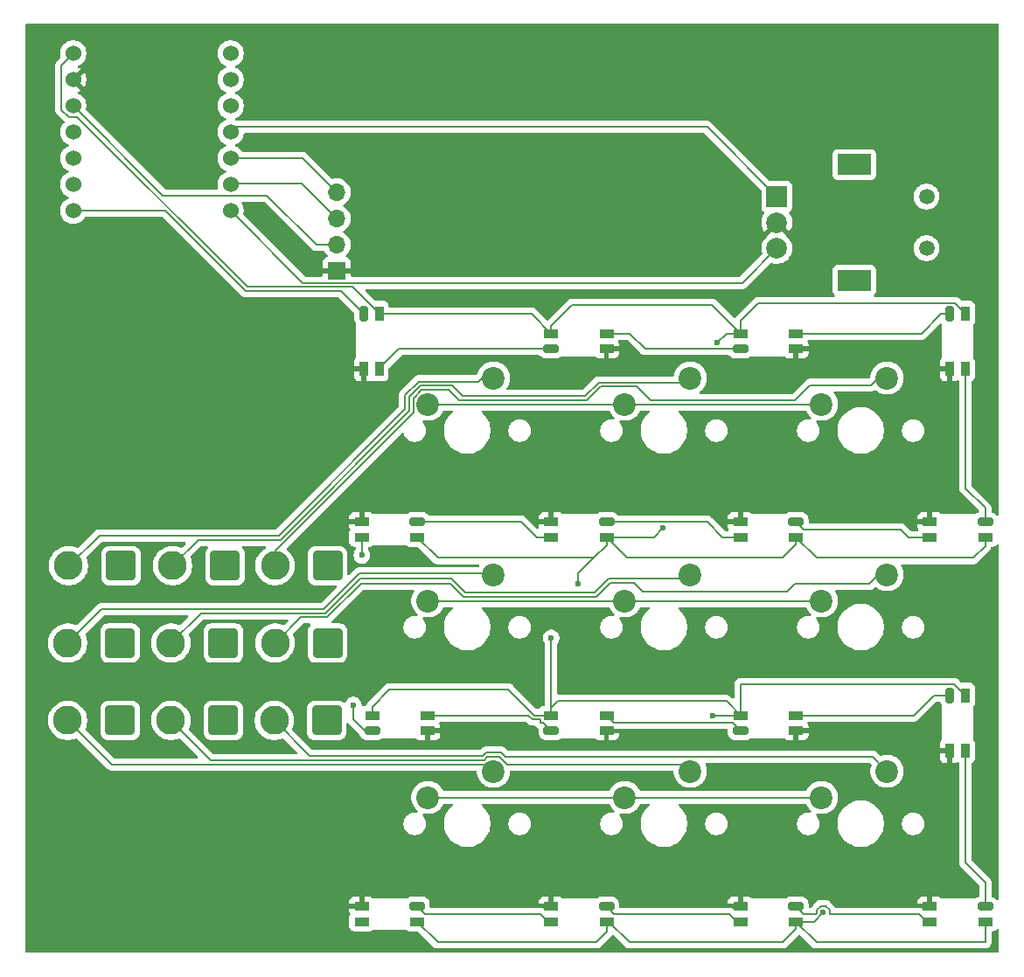
<source format=gbr>
%TF.GenerationSoftware,KiCad,Pcbnew,9.0.2*%
%TF.CreationDate,2025-06-22T22:22:16+03:00*%
%TF.ProjectId,macropad,6d616372-6f70-4616-942e-6b696361645f,rev?*%
%TF.SameCoordinates,Original*%
%TF.FileFunction,Copper,L1,Top*%
%TF.FilePolarity,Positive*%
%FSLAX46Y46*%
G04 Gerber Fmt 4.6, Leading zero omitted, Abs format (unit mm)*
G04 Created by KiCad (PCBNEW 9.0.2) date 2025-06-22 22:22:16*
%MOMM*%
%LPD*%
G01*
G04 APERTURE LIST*
G04 Aperture macros list*
%AMRoundRect*
0 Rectangle with rounded corners*
0 $1 Rounding radius*
0 $2 $3 $4 $5 $6 $7 $8 $9 X,Y pos of 4 corners*
0 Add a 4 corners polygon primitive as box body*
4,1,4,$2,$3,$4,$5,$6,$7,$8,$9,$2,$3,0*
0 Add four circle primitives for the rounded corners*
1,1,$1+$1,$2,$3*
1,1,$1+$1,$4,$5*
1,1,$1+$1,$6,$7*
1,1,$1+$1,$8,$9*
0 Add four rect primitives between the rounded corners*
20,1,$1+$1,$2,$3,$4,$5,0*
20,1,$1+$1,$4,$5,$6,$7,0*
20,1,$1+$1,$6,$7,$8,$9,0*
20,1,$1+$1,$8,$9,$2,$3,0*%
G04 Aperture macros list end*
%TA.AperFunction,SMDPad,CuDef*%
%ADD10R,1.450000X0.820000*%
%TD*%
%TA.AperFunction,SMDPad,CuDef*%
%ADD11RoundRect,0.205000X-0.520000X-0.205000X0.520000X-0.205000X0.520000X0.205000X-0.520000X0.205000X0*%
%TD*%
%TA.AperFunction,ComponentPad*%
%ADD12C,2.200000*%
%TD*%
%TA.AperFunction,SMDPad,CuDef*%
%ADD13RoundRect,0.205000X0.520000X0.205000X-0.520000X0.205000X-0.520000X-0.205000X0.520000X-0.205000X0*%
%TD*%
%TA.AperFunction,SMDPad,CuDef*%
%ADD14R,0.820000X1.450000*%
%TD*%
%TA.AperFunction,SMDPad,CuDef*%
%ADD15RoundRect,0.205000X0.205000X-0.520000X0.205000X0.520000X-0.205000X0.520000X-0.205000X-0.520000X0*%
%TD*%
%TA.AperFunction,ComponentPad*%
%ADD16R,1.700000X1.700000*%
%TD*%
%TA.AperFunction,ComponentPad*%
%ADD17O,1.700000X1.700000*%
%TD*%
%TA.AperFunction,ComponentPad*%
%ADD18C,1.500000*%
%TD*%
%TA.AperFunction,ComponentPad*%
%ADD19R,2.000000X2.000000*%
%TD*%
%TA.AperFunction,ComponentPad*%
%ADD20C,2.000000*%
%TD*%
%TA.AperFunction,ComponentPad*%
%ADD21R,3.200000X2.000000*%
%TD*%
%TA.AperFunction,ComponentPad*%
%ADD22RoundRect,0.250001X1.149999X1.149999X-1.149999X1.149999X-1.149999X-1.149999X1.149999X-1.149999X0*%
%TD*%
%TA.AperFunction,ComponentPad*%
%ADD23C,2.800000*%
%TD*%
%TA.AperFunction,ComponentPad*%
%ADD24C,1.524000*%
%TD*%
%TA.AperFunction,ViaPad*%
%ADD25C,0.600000*%
%TD*%
%TA.AperFunction,Conductor*%
%ADD26C,0.200000*%
%TD*%
G04 APERTURE END LIST*
D10*
%TO.P,D24,1,DOUT*%
%TO.N,Net-(D24-DOUT)*%
X158658333Y-140000000D03*
%TO.P,D24,2,VSS*%
%TO.N,GND*%
X158658333Y-138500000D03*
D11*
%TO.P,D24,3,DIN*%
%TO.N,Net-(D23-DOUT)*%
X164008333Y-138500000D03*
D10*
%TO.P,D24,4,VDD*%
%TO.N,VCC*%
X164008333Y-140000000D03*
%TD*%
%TO.P,D15,1,DOUT*%
%TO.N,Net-(D15-DOUT)*%
X176991667Y-102750000D03*
%TO.P,D15,2,VSS*%
%TO.N,GND*%
X176991667Y-101250000D03*
D11*
%TO.P,D15,3,DIN*%
%TO.N,Net-(D14-DOUT)*%
X182341667Y-101250000D03*
D10*
%TO.P,D15,4,VDD*%
%TO.N,VCC*%
X182341667Y-102750000D03*
%TD*%
D12*
%TO.P,SW4,1,1*%
%TO.N,Net-(D4-A)*%
X172120000Y-87320000D03*
%TO.P,SW4,2,2*%
%TO.N,COL2*%
X165770000Y-89860000D03*
%TD*%
D10*
%TO.P,D11,1,DOUT*%
%TO.N,Net-(D11-DOUT)*%
X164008333Y-83000000D03*
%TO.P,D11,2,VSS*%
%TO.N,GND*%
X164008333Y-84500000D03*
D13*
%TO.P,D11,3,DIN*%
%TO.N,Net-(D10-DOUT)*%
X158658333Y-84500000D03*
D10*
%TO.P,D11,4,VDD*%
%TO.N,VCC*%
X158658333Y-83000000D03*
%TD*%
%TO.P,D25,1,DOUT*%
%TO.N,unconnected-(D25-DOUT-Pad1)*%
X140325000Y-140000000D03*
%TO.P,D25,2,VSS*%
%TO.N,GND*%
X140325000Y-138500000D03*
D11*
%TO.P,D25,3,DIN*%
%TO.N,Net-(D24-DOUT)*%
X145675000Y-138500000D03*
D10*
%TO.P,D25,4,VDD*%
%TO.N,VCC*%
X145675000Y-140000000D03*
%TD*%
D12*
%TO.P,SW1,1,1*%
%TO.N,Net-(D1-A)*%
X153070000Y-87320000D03*
%TO.P,SW1,2,2*%
%TO.N,COL2*%
X146720000Y-89860000D03*
%TD*%
D10*
%TO.P,D19,1,DOUT*%
%TO.N,Net-(D19-DOUT)*%
X164008333Y-120000000D03*
%TO.P,D19,2,VSS*%
%TO.N,GND*%
X164008333Y-121500000D03*
D13*
%TO.P,D19,3,DIN*%
%TO.N,Net-(D18-DOUT)*%
X158658333Y-121500000D03*
D10*
%TO.P,D19,4,VDD*%
%TO.N,VCC*%
X158658333Y-120000000D03*
%TD*%
%TO.P,D22,1,DOUT*%
%TO.N,Net-(D22-DOUT)*%
X195325000Y-140000000D03*
%TO.P,D22,2,VSS*%
%TO.N,GND*%
X195325000Y-138500000D03*
D11*
%TO.P,D22,3,DIN*%
%TO.N,Net-(D21-DOUT)*%
X200675000Y-138500000D03*
D10*
%TO.P,D22,4,VDD*%
%TO.N,VCC*%
X200675000Y-140000000D03*
%TD*%
%TO.P,D20,1,DOUT*%
%TO.N,Net-(D20-DOUT)*%
X182341667Y-120000000D03*
%TO.P,D20,2,VSS*%
%TO.N,GND*%
X182341667Y-121500000D03*
D13*
%TO.P,D20,3,DIN*%
%TO.N,Net-(D19-DOUT)*%
X176991667Y-121500000D03*
D10*
%TO.P,D20,4,VDD*%
%TO.N,VCC*%
X176991667Y-120000000D03*
%TD*%
D12*
%TO.P,SW6,1,1*%
%TO.N,Net-(D6-A)*%
X172120000Y-125420000D03*
%TO.P,SW6,2,2*%
%TO.N,COL0*%
X165770000Y-127960000D03*
%TD*%
D10*
%TO.P,D18,1,DOUT*%
%TO.N,Net-(D18-DOUT)*%
X146675000Y-120000000D03*
%TO.P,D18,2,VSS*%
%TO.N,GND*%
X146675000Y-121500000D03*
D13*
%TO.P,D18,3,DIN*%
%TO.N,Net-(D17-DOUT)*%
X141325000Y-121500000D03*
D10*
%TO.P,D18,4,VDD*%
%TO.N,VCC*%
X141325000Y-120000000D03*
%TD*%
%TO.P,D12,1,DOUT*%
%TO.N,Net-(D12-DOUT)*%
X182341667Y-83000000D03*
%TO.P,D12,2,VSS*%
%TO.N,GND*%
X182341667Y-84500000D03*
D13*
%TO.P,D12,3,DIN*%
%TO.N,Net-(D11-DOUT)*%
X176991667Y-84500000D03*
D10*
%TO.P,D12,4,VDD*%
%TO.N,VCC*%
X176991667Y-83000000D03*
%TD*%
D14*
%TO.P,D10,1,DOUT*%
%TO.N,Net-(D10-DOUT)*%
X142000000Y-86425000D03*
%TO.P,D10,2,VSS*%
%TO.N,GND*%
X140500000Y-86425000D03*
D15*
%TO.P,D10,3,DIN*%
%TO.N,LED_CNTRL*%
X140500000Y-81075000D03*
D14*
%TO.P,D10,4,VDD*%
%TO.N,VCC*%
X142000000Y-81075000D03*
%TD*%
D12*
%TO.P,SW5,1,1*%
%TO.N,Net-(D5-A)*%
X172120000Y-106370000D03*
%TO.P,SW5,2,2*%
%TO.N,COL1*%
X165770000Y-108910000D03*
%TD*%
%TO.P,SW2,1,1*%
%TO.N,Net-(D2-A)*%
X153070000Y-106370000D03*
%TO.P,SW2,2,2*%
%TO.N,COL1*%
X146720000Y-108910000D03*
%TD*%
D10*
%TO.P,D23,1,DOUT*%
%TO.N,Net-(D23-DOUT)*%
X176991667Y-140000000D03*
%TO.P,D23,2,VSS*%
%TO.N,GND*%
X176991667Y-138500000D03*
D11*
%TO.P,D23,3,DIN*%
%TO.N,Net-(D22-DOUT)*%
X182341667Y-138500000D03*
D10*
%TO.P,D23,4,VDD*%
%TO.N,VCC*%
X182341667Y-140000000D03*
%TD*%
D12*
%TO.P,SW3,1,1*%
%TO.N,Net-(D3-A)*%
X153070000Y-125420000D03*
%TO.P,SW3,2,2*%
%TO.N,COL0*%
X146720000Y-127960000D03*
%TD*%
%TO.P,SW8,1,1*%
%TO.N,Net-(D8-A)*%
X191170000Y-106370000D03*
%TO.P,SW8,2,2*%
%TO.N,COL1*%
X184820000Y-108910000D03*
%TD*%
%TO.P,SW7,1,1*%
%TO.N,Net-(D7-A)*%
X191170000Y-87320000D03*
%TO.P,SW7,2,2*%
%TO.N,COL2*%
X184820000Y-89860000D03*
%TD*%
D14*
%TO.P,D21,1,DOUT*%
%TO.N,Net-(D21-DOUT)*%
X198750000Y-123425000D03*
%TO.P,D21,2,VSS*%
%TO.N,GND*%
X197250000Y-123425000D03*
D15*
%TO.P,D21,3,DIN*%
%TO.N,Net-(D20-DOUT)*%
X197250000Y-118075000D03*
D14*
%TO.P,D21,4,VDD*%
%TO.N,VCC*%
X198750000Y-118075000D03*
%TD*%
D10*
%TO.P,D14,1,DOUT*%
%TO.N,Net-(D14-DOUT)*%
X195325000Y-102750000D03*
%TO.P,D14,2,VSS*%
%TO.N,GND*%
X195325000Y-101250000D03*
D11*
%TO.P,D14,3,DIN*%
%TO.N,Net-(D13-DOUT)*%
X200675000Y-101250000D03*
D10*
%TO.P,D14,4,VDD*%
%TO.N,VCC*%
X200675000Y-102750000D03*
%TD*%
D12*
%TO.P,SW9,1,1*%
%TO.N,Net-(D9-A)*%
X191170000Y-125420000D03*
%TO.P,SW9,2,2*%
%TO.N,COL0*%
X184820000Y-127960000D03*
%TD*%
D16*
%TO.P,OLED1,1,GND*%
%TO.N,GND*%
X137885000Y-76945000D03*
D17*
%TO.P,OLED1,2,VCC*%
%TO.N,VCCQ*%
X137885000Y-74405000D03*
%TO.P,OLED1,3,SCL*%
%TO.N,OLED_SCL*%
X137885000Y-71865000D03*
%TO.P,OLED1,4,SDA*%
%TO.N,OLED_SDA*%
X137885000Y-69325000D03*
%TD*%
D10*
%TO.P,D17,1,DOUT*%
%TO.N,Net-(D17-DOUT)*%
X140325000Y-102750000D03*
%TO.P,D17,2,VSS*%
%TO.N,GND*%
X140325000Y-101250000D03*
D11*
%TO.P,D17,3,DIN*%
%TO.N,Net-(D16-DOUT)*%
X145675000Y-101250000D03*
D10*
%TO.P,D17,4,VDD*%
%TO.N,VCC*%
X145675000Y-102750000D03*
%TD*%
%TO.P,D16,1,DOUT*%
%TO.N,Net-(D16-DOUT)*%
X158658333Y-102750000D03*
%TO.P,D16,2,VSS*%
%TO.N,GND*%
X158658333Y-101250000D03*
D11*
%TO.P,D16,3,DIN*%
%TO.N,Net-(D15-DOUT)*%
X164008333Y-101250000D03*
D10*
%TO.P,D16,4,VDD*%
%TO.N,VCC*%
X164008333Y-102750000D03*
%TD*%
D14*
%TO.P,D13,1,DOUT*%
%TO.N,Net-(D13-DOUT)*%
X198750000Y-86425000D03*
%TO.P,D13,2,VSS*%
%TO.N,GND*%
X197250000Y-86425000D03*
D15*
%TO.P,D13,3,DIN*%
%TO.N,Net-(D12-DOUT)*%
X197250000Y-81075000D03*
D14*
%TO.P,D13,4,VDD*%
%TO.N,VCC*%
X198750000Y-81075000D03*
%TD*%
D18*
%TO.P,SW10,*%
%TO.N,*%
X195000000Y-69750000D03*
X195000000Y-74750000D03*
D19*
%TO.P,SW10,A,A*%
%TO.N,EC11_A*%
X180500000Y-69750000D03*
D20*
%TO.P,SW10,B,B*%
%TO.N,EC11_B*%
X180500000Y-74750000D03*
%TO.P,SW10,C,C*%
%TO.N,GND*%
X180500000Y-72250000D03*
D21*
%TO.P,SW10,MP*%
%TO.N,N/C*%
X188000000Y-66650000D03*
X188000000Y-77850000D03*
%TD*%
D22*
%TO.P,D1,1,K*%
%TO.N,ROW0*%
X117000000Y-105500000D03*
D23*
%TO.P,D1,2,A*%
%TO.N,Net-(D1-A)*%
X111920000Y-105500000D03*
%TD*%
D22*
%TO.P,D8,1,K*%
%TO.N,ROW2*%
X137000000Y-113000000D03*
D23*
%TO.P,D8,2,A*%
%TO.N,Net-(D8-A)*%
X131920000Y-113000000D03*
%TD*%
D22*
%TO.P,D9,1,K*%
%TO.N,ROW2*%
X136920000Y-120500000D03*
D23*
%TO.P,D9,2,A*%
%TO.N,Net-(D9-A)*%
X131840000Y-120500000D03*
%TD*%
D22*
%TO.P,D7,1,K*%
%TO.N,ROW2*%
X137000000Y-105500000D03*
D23*
%TO.P,D7,2,A*%
%TO.N,Net-(D7-A)*%
X131920000Y-105500000D03*
%TD*%
D22*
%TO.P,D5,1,K*%
%TO.N,ROW1*%
X126920000Y-113000000D03*
D23*
%TO.P,D5,2,A*%
%TO.N,Net-(D5-A)*%
X121840000Y-113000000D03*
%TD*%
D22*
%TO.P,D6,1,K*%
%TO.N,ROW1*%
X126920000Y-120500000D03*
D23*
%TO.P,D6,2,A*%
%TO.N,Net-(D6-A)*%
X121840000Y-120500000D03*
%TD*%
D24*
%TO.P,U1,1,GPIO26/ADC0/A0*%
%TO.N,ROW0*%
X127620000Y-55880000D03*
%TO.P,U1,2,GPIO27/ADC1/A1*%
%TO.N,ROW1*%
X127620000Y-58420000D03*
%TO.P,U1,3,GPIO28/ADC2/A2*%
%TO.N,ROW2*%
X127620000Y-60960000D03*
%TO.P,U1,4,GPIO29/ADC3/A3*%
%TO.N,EC11_A*%
X127620000Y-63500000D03*
%TO.P,U1,5,GPIO6/SDA*%
%TO.N,OLED_SDA*%
X127620000Y-66040000D03*
%TO.P,U1,6,GPIO7/SCL*%
%TO.N,OLED_SCL*%
X127620000Y-68580000D03*
%TO.P,U1,7,GPIO0/TX*%
%TO.N,EC11_B*%
X127620000Y-71120000D03*
%TO.P,U1,8,GPIO1/RX*%
%TO.N,LED_CNTRL*%
X112380000Y-71120000D03*
%TO.P,U1,9,GPIO2/SCK*%
%TO.N,COL2*%
X112380000Y-68580000D03*
%TO.P,U1,10,GPIO4/MISO*%
%TO.N,COL1*%
X112380000Y-66040000D03*
%TO.P,U1,11,GPIO3/MOSI*%
%TO.N,COL0*%
X112380000Y-63500000D03*
%TO.P,U1,12,3V3*%
%TO.N,VCCQ*%
X112380000Y-60960000D03*
%TO.P,U1,13,GND*%
%TO.N,GND*%
X112380000Y-58420000D03*
%TO.P,U1,14,VBUS*%
%TO.N,VCC*%
X112380000Y-55880000D03*
%TD*%
D22*
%TO.P,D3,1,K*%
%TO.N,ROW0*%
X116920000Y-120500000D03*
D23*
%TO.P,D3,2,A*%
%TO.N,Net-(D3-A)*%
X111840000Y-120500000D03*
%TD*%
D22*
%TO.P,D2,1,K*%
%TO.N,ROW0*%
X116920000Y-113000000D03*
D23*
%TO.P,D2,2,A*%
%TO.N,Net-(D2-A)*%
X111840000Y-113000000D03*
%TD*%
D22*
%TO.P,D4,1,K*%
%TO.N,ROW1*%
X127080000Y-105500000D03*
D23*
%TO.P,D4,2,A*%
%TO.N,Net-(D4-A)*%
X122000000Y-105500000D03*
%TD*%
D25*
%TO.N,GND*%
X138000000Y-85250000D03*
%TO.N,VCC*%
X161250000Y-107250000D03*
X169500000Y-101850000D03*
X174250000Y-120000000D03*
X158658333Y-112500000D03*
X174750000Y-83900000D03*
X185000000Y-139100000D03*
%TO.N,Net-(D17-DOUT)*%
X140325000Y-104500000D03*
X139500000Y-119000000D03*
%TD*%
D26*
%TO.N,GND*%
X139175000Y-86425000D02*
X138000000Y-85250000D01*
X140500000Y-86425000D02*
X139175000Y-86425000D01*
%TO.N,VCC*%
X157000000Y-120000000D02*
X158658333Y-120000000D01*
X166008333Y-104750000D02*
X181049374Y-104750000D01*
X111250000Y-57010000D02*
X112380000Y-55880000D01*
X129247000Y-78497000D02*
X112773000Y-62023000D01*
X159327847Y-118622852D02*
X175614519Y-118622852D01*
X176991667Y-81758333D02*
X176991667Y-83000000D01*
X184341667Y-104750000D02*
X199500000Y-104750000D01*
X174750000Y-83900000D02*
X175650000Y-83000000D01*
X174250000Y-120000000D02*
X176991667Y-120000000D01*
X162750000Y-104750000D02*
X164008333Y-103491667D01*
X200675000Y-142000000D02*
X200675000Y-140000000D01*
X178701000Y-80049000D02*
X176991667Y-81758333D01*
X158658333Y-120000000D02*
X158658333Y-119292366D01*
X182341667Y-103457707D02*
X182341667Y-102750000D01*
X176991667Y-120000000D02*
X176991667Y-117008333D01*
X176991667Y-83000000D02*
X174241667Y-80250000D01*
X168600000Y-102750000D02*
X169500000Y-101850000D01*
X164008333Y-103491667D02*
X164008333Y-102750000D01*
X141325000Y-120000000D02*
X141325000Y-119175000D01*
X142000000Y-81075000D02*
X156733333Y-81075000D01*
X147675000Y-142000000D02*
X163000000Y-142000000D01*
X164008333Y-102750000D02*
X168600000Y-102750000D01*
X181049374Y-104750000D02*
X182341667Y-103457707D01*
X163000000Y-142000000D02*
X164008333Y-140991667D01*
X142000000Y-81075000D02*
X139422000Y-78497000D01*
X174241667Y-80250000D02*
X160700626Y-80250000D01*
X145675000Y-102750000D02*
X147675000Y-104750000D01*
X166250000Y-142000000D02*
X181049374Y-142000000D01*
X184341667Y-142000000D02*
X200675000Y-142000000D01*
X181049374Y-142000000D02*
X182341667Y-140707707D01*
X112773000Y-62023000D02*
X111939690Y-62023000D01*
X161250000Y-107250000D02*
X161250000Y-106250000D01*
X164008333Y-140991667D02*
X164008333Y-140000000D01*
X182341667Y-140000000D02*
X184341667Y-142000000D01*
X164250000Y-140000000D02*
X166250000Y-142000000D01*
X197724000Y-80049000D02*
X178701000Y-80049000D01*
X176991667Y-117008333D02*
X177000000Y-117000000D01*
X145675000Y-140000000D02*
X147675000Y-142000000D01*
X158658333Y-82292293D02*
X158658333Y-83000000D01*
X177000000Y-117000000D02*
X197675000Y-117000000D01*
X197675000Y-117000000D02*
X198750000Y-118075000D01*
X161250000Y-106250000D02*
X162750000Y-104750000D01*
X141325000Y-119175000D02*
X143000000Y-117500000D01*
X182341667Y-102750000D02*
X184341667Y-104750000D01*
X182341667Y-140000000D02*
X184100000Y-140000000D01*
X158658333Y-119292366D02*
X159327847Y-118622852D01*
X158658333Y-112500000D02*
X158658333Y-120000000D01*
X160700626Y-80250000D02*
X158658333Y-82292293D01*
X199500000Y-104750000D02*
X200675000Y-103575000D01*
X154500000Y-117500000D02*
X157000000Y-120000000D01*
X139422000Y-78497000D02*
X129247000Y-78497000D01*
X164008333Y-102750000D02*
X166008333Y-104750000D01*
X143000000Y-117500000D02*
X154500000Y-117500000D01*
X200675000Y-103575000D02*
X200675000Y-102750000D01*
X175650000Y-83000000D02*
X176991667Y-83000000D01*
X156733333Y-81075000D02*
X158658333Y-83000000D01*
X147675000Y-104750000D02*
X162750000Y-104750000D01*
X111250000Y-61333310D02*
X111250000Y-57010000D01*
X175614519Y-118622852D02*
X176991667Y-120000000D01*
X198750000Y-81075000D02*
X197724000Y-80049000D01*
X111939690Y-62023000D02*
X111250000Y-61333310D01*
X184100000Y-140000000D02*
X185000000Y-139100000D01*
X182341667Y-140707707D02*
X182341667Y-140000000D01*
%TO.N,Net-(D4-A)*%
X124500000Y-103000000D02*
X122000000Y-105500000D01*
X132432900Y-103000000D02*
X124500000Y-103000000D01*
X145973586Y-88058000D02*
X144918000Y-89113586D01*
X144918000Y-89113586D02*
X144918000Y-90514900D01*
X149058000Y-88058000D02*
X145973586Y-88058000D01*
X144918000Y-90514900D02*
X132432900Y-103000000D01*
X150058000Y-89058000D02*
X149058000Y-88058000D01*
X161942000Y-89058000D02*
X150058000Y-89058000D01*
X171690000Y-87750000D02*
X163250000Y-87750000D01*
X163250000Y-87750000D02*
X161942000Y-89058000D01*
%TO.N,Net-(D6-A)*%
X152159686Y-124349000D02*
X125689000Y-124349000D01*
X171450000Y-124750000D02*
X154381314Y-124750000D01*
X153650314Y-124019000D02*
X152489686Y-124019000D01*
X154381314Y-124750000D02*
X153650314Y-124019000D01*
X125689000Y-124349000D02*
X121840000Y-120500000D01*
X152489686Y-124019000D02*
X152159686Y-124349000D01*
%TO.N,Net-(D8-A)*%
X148932900Y-107250000D02*
X140230940Y-107250000D01*
X181499343Y-108000000D02*
X167500000Y-108000000D01*
X140230940Y-107250000D02*
X136980940Y-110500000D01*
X166651000Y-107151000D02*
X164416100Y-107151000D01*
X182249343Y-107250000D02*
X181499343Y-108000000D01*
X134420000Y-110500000D02*
X131920000Y-113000000D01*
X167500000Y-108000000D02*
X166651000Y-107151000D01*
X189448470Y-107250000D02*
X182249343Y-107250000D01*
X190328470Y-106370000D02*
X189448470Y-107250000D01*
X150191900Y-108509000D02*
X148932900Y-107250000D01*
X136980940Y-110500000D02*
X134420000Y-110500000D01*
X164416100Y-107151000D02*
X163058100Y-108509000D01*
X163058100Y-108509000D02*
X150191900Y-108509000D01*
%TO.N,COL1*%
X165770000Y-108910000D02*
X146720000Y-108910000D01*
X184820000Y-108910000D02*
X165770000Y-108910000D01*
%TO.N,COL2*%
X184820000Y-89860000D02*
X165770000Y-89860000D01*
X165770000Y-89860000D02*
X146720000Y-89860000D01*
%TO.N,COL0*%
X165770000Y-127960000D02*
X146720000Y-127960000D01*
X184820000Y-127960000D02*
X165770000Y-127960000D01*
%TO.N,LED_CNTRL*%
X140500000Y-81075000D02*
X138323000Y-78898000D01*
X138323000Y-78898000D02*
X129080900Y-78898000D01*
X129080900Y-78898000D02*
X121302900Y-71120000D01*
X121302900Y-71120000D02*
X112380000Y-71120000D01*
%TO.N,OLED_SDA*%
X137885000Y-69325000D02*
X134560000Y-66000000D01*
X134560000Y-66000000D02*
X127660000Y-66000000D01*
X127660000Y-66000000D02*
X127620000Y-66040000D01*
%TO.N,OLED_SCL*%
X127700000Y-68500000D02*
X127620000Y-68580000D01*
X134520000Y-68500000D02*
X127700000Y-68500000D01*
X137885000Y-71865000D02*
X134520000Y-68500000D01*
%TO.N,EC11_B*%
X177154000Y-78096000D02*
X134596000Y-78096000D01*
X134596000Y-78096000D02*
X127620000Y-71120000D01*
X180500000Y-74750000D02*
X177154000Y-78096000D01*
%TO.N,EC11_A*%
X180500000Y-69750000D02*
X173750000Y-63000000D01*
X128120000Y-63000000D02*
X127620000Y-63500000D01*
X173750000Y-63000000D02*
X128120000Y-63000000D01*
%TO.N,Net-(D1-A)*%
X114901000Y-102599000D02*
X112000000Y-105500000D01*
X132266800Y-102599000D02*
X114901000Y-102599000D01*
X144517000Y-88947486D02*
X144517000Y-90348800D01*
X151593000Y-87657000D02*
X145807486Y-87657000D01*
X152500000Y-86750000D02*
X151593000Y-87657000D01*
X144517000Y-90348800D02*
X132266800Y-102599000D01*
X145807486Y-87657000D02*
X144517000Y-88947486D01*
%TO.N,Net-(D2-A)*%
X140096740Y-106250000D02*
X136648740Y-109698000D01*
X115142000Y-109698000D02*
X111840000Y-113000000D01*
X136648740Y-109698000D02*
X115142000Y-109698000D01*
X152950000Y-106250000D02*
X140096740Y-106250000D01*
%TO.N,Net-(D3-A)*%
X152400000Y-124750000D02*
X116090000Y-124750000D01*
X116090000Y-124750000D02*
X111840000Y-120500000D01*
%TO.N,Net-(D5-A)*%
X164250000Y-106750000D02*
X162892000Y-108108000D01*
X150358000Y-108108000D02*
X149000000Y-106750000D01*
X136814840Y-110099000D02*
X124741000Y-110099000D01*
X140163840Y-106750000D02*
X136814840Y-110099000D01*
X171740000Y-106750000D02*
X164250000Y-106750000D01*
X149000000Y-106750000D02*
X140163840Y-106750000D01*
X162892000Y-108108000D02*
X150358000Y-108108000D01*
X124741000Y-110099000D02*
X121840000Y-113000000D01*
%TO.N,Net-(D7-A)*%
X163416100Y-88151000D02*
X162108100Y-89459000D01*
X182265343Y-89459000D02*
X168250000Y-89459000D01*
X168250000Y-89459000D02*
X166942000Y-88151000D01*
X183724343Y-88000000D02*
X182265343Y-89459000D01*
X162108100Y-89459000D02*
X149709000Y-89459000D01*
X149709000Y-89459000D02*
X148709000Y-88459000D01*
X131920000Y-104080000D02*
X131920000Y-105500000D01*
X189648470Y-88000000D02*
X183724343Y-88000000D01*
X145319000Y-90681000D02*
X131920000Y-104080000D01*
X148709000Y-88459000D02*
X146139686Y-88459000D01*
X166942000Y-88151000D02*
X163416100Y-88151000D01*
X190328470Y-87320000D02*
X189648470Y-88000000D01*
X145319000Y-89279686D02*
X145319000Y-90681000D01*
X146139686Y-88459000D02*
X145319000Y-89279686D01*
%TO.N,Net-(D9-A)*%
X135288000Y-123948000D02*
X131840000Y-120500000D01*
X151993586Y-123948000D02*
X135288000Y-123948000D01*
X191170000Y-125420000D02*
X189750000Y-124000000D01*
X154198414Y-124000000D02*
X153816414Y-123618000D01*
X153816414Y-123618000D02*
X152323586Y-123618000D01*
X189750000Y-124000000D02*
X154198414Y-124000000D01*
X152323586Y-123618000D02*
X151993586Y-123948000D01*
%TO.N,VCCQ*%
X137885000Y-74405000D02*
X135912100Y-74405000D01*
X135912100Y-74405000D02*
X131150100Y-69643000D01*
X131150100Y-69643000D02*
X121063000Y-69643000D01*
X121063000Y-69643000D02*
X112380000Y-60960000D01*
%TO.N,Net-(D10-DOUT)*%
X142076000Y-86349000D02*
X143925000Y-84500000D01*
X143925000Y-84500000D02*
X158658333Y-84500000D01*
%TO.N,Net-(D11-DOUT)*%
X164008333Y-83000000D02*
X166250000Y-83000000D01*
X167750000Y-84500000D02*
X176991667Y-84500000D01*
X166250000Y-83000000D02*
X167750000Y-84500000D01*
%TO.N,Net-(D12-DOUT)*%
X182341667Y-83000000D02*
X194500000Y-83000000D01*
X194500000Y-83000000D02*
X196425000Y-81075000D01*
X196425000Y-81075000D02*
X197250000Y-81075000D01*
%TO.N,Net-(D13-DOUT)*%
X198750000Y-86425000D02*
X198750000Y-98000000D01*
X198750000Y-98000000D02*
X200675000Y-99925000D01*
X200675000Y-99925000D02*
X200675000Y-101250000D01*
%TO.N,Net-(D14-DOUT)*%
X192500000Y-102000000D02*
X183091667Y-102000000D01*
X193250000Y-102750000D02*
X192500000Y-102000000D01*
X195325000Y-102750000D02*
X193250000Y-102750000D01*
X183091667Y-102000000D02*
X182341667Y-101250000D01*
%TO.N,Net-(D15-DOUT)*%
X173750000Y-101250000D02*
X164008333Y-101250000D01*
X175250000Y-102750000D02*
X173750000Y-101250000D01*
X176991667Y-102750000D02*
X175250000Y-102750000D01*
%TO.N,Net-(D16-DOUT)*%
X155750000Y-101250000D02*
X145675000Y-101250000D01*
X157250000Y-102750000D02*
X155750000Y-101250000D01*
X158658333Y-102750000D02*
X157250000Y-102750000D01*
%TO.N,Net-(D17-DOUT)*%
X139500000Y-120400000D02*
X140600000Y-121500000D01*
X139500000Y-119000000D02*
X139500000Y-120400000D01*
X140325000Y-104500000D02*
X140325000Y-102750000D01*
X140600000Y-121500000D02*
X141325000Y-121500000D01*
%TO.N,Net-(D18-DOUT)*%
X146675000Y-120000000D02*
X156432900Y-120000000D01*
X156833900Y-120401000D02*
X157559333Y-120401000D01*
X157869333Y-120711000D02*
X158658333Y-121500000D01*
X157632333Y-120711000D02*
X157869333Y-120711000D01*
X157559333Y-120401000D02*
X157632333Y-120474000D01*
X157632333Y-120474000D02*
X157632333Y-120711000D01*
X156432900Y-120000000D02*
X156833900Y-120401000D01*
%TO.N,Net-(D19-DOUT)*%
X164008333Y-120000000D02*
X164719333Y-120711000D01*
X176202667Y-120711000D02*
X176991667Y-121500000D01*
X164719333Y-120711000D02*
X176202667Y-120711000D01*
%TO.N,Net-(D20-DOUT)*%
X193750000Y-120000000D02*
X195675000Y-118075000D01*
X195675000Y-118075000D02*
X197250000Y-118075000D01*
X182341667Y-120000000D02*
X193750000Y-120000000D01*
%TO.N,Net-(D21-DOUT)*%
X198750000Y-123425000D02*
X198750000Y-134250000D01*
X198750000Y-134250000D02*
X200675000Y-136175000D01*
X200675000Y-136175000D02*
X200675000Y-138500000D01*
%TO.N,Net-(D22-DOUT)*%
X185601000Y-139250000D02*
X185601000Y-138851057D01*
X184282900Y-139250000D02*
X183091667Y-139250000D01*
X184751057Y-138499000D02*
X184399000Y-138851057D01*
X195010000Y-140000000D02*
X194260000Y-139250000D01*
X185248943Y-138499000D02*
X184751057Y-138499000D01*
X184399000Y-139133900D02*
X184282900Y-139250000D01*
X183091667Y-139250000D02*
X182341667Y-138500000D01*
X185601000Y-138851057D02*
X185248943Y-138499000D01*
X184399000Y-138851057D02*
X184399000Y-139133900D01*
X194260000Y-139250000D02*
X185601000Y-139250000D01*
%TO.N,Net-(D23-DOUT)*%
X175926667Y-139250000D02*
X164758333Y-139250000D01*
X176676667Y-140000000D02*
X175926667Y-139250000D01*
X164758333Y-139250000D02*
X164008333Y-138500000D01*
%TO.N,Net-(D24-DOUT)*%
X146425000Y-139250000D02*
X145675000Y-138500000D01*
X158343333Y-140000000D02*
X157593333Y-139250000D01*
X157593333Y-139250000D02*
X146425000Y-139250000D01*
%TD*%
%TA.AperFunction,Conductor*%
%TO.N,GND*%
G36*
X201942539Y-53020185D02*
G01*
X201988294Y-53072989D01*
X201999500Y-53124500D01*
X201999500Y-100567283D01*
X201979815Y-100634322D01*
X201927011Y-100680077D01*
X201857853Y-100690021D01*
X201794297Y-100660996D01*
X201769384Y-100631434D01*
X201757643Y-100612013D01*
X201754437Y-100606709D01*
X201754436Y-100606708D01*
X201754433Y-100606704D01*
X201633294Y-100485565D01*
X201628735Y-100482809D01*
X201486673Y-100396929D01*
X201486671Y-100396928D01*
X201486669Y-100396927D01*
X201486670Y-100396927D01*
X201362610Y-100358269D01*
X201304462Y-100319532D01*
X201276488Y-100255506D01*
X201275500Y-100239884D01*
X201275500Y-99845945D01*
X201275500Y-99845943D01*
X201234577Y-99693216D01*
X201234577Y-99693215D01*
X201234577Y-99693214D01*
X201205639Y-99643095D01*
X201205637Y-99643092D01*
X201155520Y-99556284D01*
X201043716Y-99444480D01*
X201043715Y-99444479D01*
X201039385Y-99440149D01*
X201039374Y-99440139D01*
X199386819Y-97787584D01*
X199353334Y-97726261D01*
X199350500Y-97699903D01*
X199350500Y-87694666D01*
X199370185Y-87627627D01*
X199400189Y-87595399D01*
X199402329Y-87593796D01*
X199402331Y-87593796D01*
X199517546Y-87507546D01*
X199603796Y-87392331D01*
X199654091Y-87257483D01*
X199660500Y-87197873D01*
X199660499Y-85652128D01*
X199654091Y-85592517D01*
X199623929Y-85511649D01*
X199603797Y-85457671D01*
X199603796Y-85457669D01*
X199563317Y-85403596D01*
X199525232Y-85352721D01*
X199500816Y-85287259D01*
X199500500Y-85278412D01*
X199500500Y-82221588D01*
X199520185Y-82154549D01*
X199525233Y-82147277D01*
X199526035Y-82146206D01*
X199603796Y-82042331D01*
X199654091Y-81907483D01*
X199660500Y-81847873D01*
X199660499Y-80302128D01*
X199654091Y-80242517D01*
X199603796Y-80107669D01*
X199603795Y-80107668D01*
X199603793Y-80107664D01*
X199517547Y-79992455D01*
X199517544Y-79992452D01*
X199402335Y-79906206D01*
X199402328Y-79906202D01*
X199267482Y-79855908D01*
X199267483Y-79855908D01*
X199207883Y-79849501D01*
X199207881Y-79849500D01*
X199207873Y-79849500D01*
X199207865Y-79849500D01*
X198425097Y-79849500D01*
X198395656Y-79840855D01*
X198365670Y-79834332D01*
X198360654Y-79830577D01*
X198358058Y-79829815D01*
X198337416Y-79813181D01*
X198211590Y-79687355D01*
X198211588Y-79687352D01*
X198092717Y-79568481D01*
X198092716Y-79568480D01*
X198005904Y-79518360D01*
X198005904Y-79518359D01*
X198005900Y-79518358D01*
X197955785Y-79489423D01*
X197803057Y-79448499D01*
X197644943Y-79448499D01*
X197637347Y-79448499D01*
X197637331Y-79448500D01*
X190008230Y-79448500D01*
X189941191Y-79428815D01*
X189895436Y-79376011D01*
X189885492Y-79306853D01*
X189914517Y-79243297D01*
X189933918Y-79225234D01*
X189935148Y-79224312D01*
X189957546Y-79207546D01*
X190043796Y-79092331D01*
X190094091Y-78957483D01*
X190100500Y-78897873D01*
X190100499Y-76802128D01*
X190094091Y-76742517D01*
X190076368Y-76695000D01*
X190043797Y-76607671D01*
X190043793Y-76607664D01*
X189957547Y-76492455D01*
X189957544Y-76492452D01*
X189842335Y-76406206D01*
X189842328Y-76406202D01*
X189707482Y-76355908D01*
X189707483Y-76355908D01*
X189647883Y-76349501D01*
X189647881Y-76349500D01*
X189647873Y-76349500D01*
X189647864Y-76349500D01*
X186352129Y-76349500D01*
X186352123Y-76349501D01*
X186292516Y-76355908D01*
X186157671Y-76406202D01*
X186157664Y-76406206D01*
X186042455Y-76492452D01*
X186042452Y-76492455D01*
X185956206Y-76607664D01*
X185956202Y-76607671D01*
X185905908Y-76742517D01*
X185899501Y-76802116D01*
X185899501Y-76802123D01*
X185899500Y-76802135D01*
X185899500Y-78897870D01*
X185899501Y-78897876D01*
X185905908Y-78957483D01*
X185956202Y-79092328D01*
X185956206Y-79092335D01*
X186042452Y-79207544D01*
X186042453Y-79207544D01*
X186042454Y-79207546D01*
X186063239Y-79223106D01*
X186066082Y-79225234D01*
X186107952Y-79281168D01*
X186112936Y-79350860D01*
X186079450Y-79412183D01*
X186018126Y-79445667D01*
X185991770Y-79448500D01*
X178787669Y-79448500D01*
X178787653Y-79448499D01*
X178780057Y-79448499D01*
X178621943Y-79448499D01*
X178514587Y-79477265D01*
X178469210Y-79489424D01*
X178469209Y-79489425D01*
X178419096Y-79518359D01*
X178419095Y-79518360D01*
X178390587Y-79534819D01*
X178332285Y-79568479D01*
X178332282Y-79568481D01*
X176511148Y-81389615D01*
X176511142Y-81389623D01*
X176489228Y-81427579D01*
X176438661Y-81475794D01*
X176370053Y-81489016D01*
X176305189Y-81463048D01*
X176294161Y-81453259D01*
X174729257Y-79888355D01*
X174729255Y-79888352D01*
X174610384Y-79769481D01*
X174610383Y-79769480D01*
X174523571Y-79719360D01*
X174523571Y-79719359D01*
X174523567Y-79719358D01*
X174473452Y-79690423D01*
X174320724Y-79649499D01*
X174162610Y-79649499D01*
X174155014Y-79649499D01*
X174154998Y-79649500D01*
X160621566Y-79649500D01*
X160580645Y-79660464D01*
X160580645Y-79660465D01*
X160543377Y-79670451D01*
X160468840Y-79690423D01*
X160468835Y-79690426D01*
X160331916Y-79769475D01*
X160331908Y-79769481D01*
X158392160Y-81709230D01*
X158330837Y-81742715D01*
X158261145Y-81737731D01*
X158216798Y-81709230D01*
X157220923Y-80713355D01*
X157220921Y-80713352D01*
X157102050Y-80594481D01*
X157102049Y-80594480D01*
X156989535Y-80529520D01*
X156989535Y-80529519D01*
X156989530Y-80529518D01*
X156981011Y-80524599D01*
X156965119Y-80515423D01*
X156926936Y-80505192D01*
X156812390Y-80474499D01*
X156654276Y-80474499D01*
X156646680Y-80474499D01*
X156646664Y-80474500D01*
X143034499Y-80474500D01*
X142967460Y-80454815D01*
X142921705Y-80402011D01*
X142910499Y-80350500D01*
X142910499Y-80302129D01*
X142910498Y-80302123D01*
X142904091Y-80242516D01*
X142853797Y-80107671D01*
X142853793Y-80107664D01*
X142767547Y-79992455D01*
X142767544Y-79992452D01*
X142652335Y-79906206D01*
X142652328Y-79906202D01*
X142517482Y-79855908D01*
X142517483Y-79855908D01*
X142457883Y-79849501D01*
X142457881Y-79849500D01*
X142457873Y-79849500D01*
X142457865Y-79849500D01*
X141675098Y-79849500D01*
X141608059Y-79829815D01*
X141587417Y-79813181D01*
X141150247Y-79376011D01*
X140682415Y-78908180D01*
X140648931Y-78846858D01*
X140653915Y-78777167D01*
X140695787Y-78721233D01*
X140761251Y-78696816D01*
X140770097Y-78696500D01*
X177067331Y-78696500D01*
X177067347Y-78696501D01*
X177074943Y-78696501D01*
X177233054Y-78696501D01*
X177233057Y-78696501D01*
X177385785Y-78655577D01*
X177435904Y-78626639D01*
X177522716Y-78576520D01*
X177634520Y-78464716D01*
X177634520Y-78464714D01*
X177644728Y-78454507D01*
X177644730Y-78454504D01*
X179896437Y-76202796D01*
X179957758Y-76169313D01*
X180022433Y-76172547D01*
X180148632Y-76213553D01*
X180236110Y-76227408D01*
X180381903Y-76250500D01*
X180381908Y-76250500D01*
X180618097Y-76250500D01*
X180851368Y-76213553D01*
X180884468Y-76202798D01*
X181075992Y-76140568D01*
X181286433Y-76033343D01*
X181477510Y-75894517D01*
X181644517Y-75727510D01*
X181783343Y-75536433D01*
X181890568Y-75325992D01*
X181963553Y-75101368D01*
X181978737Y-75005500D01*
X182000500Y-74868097D01*
X182000500Y-74651577D01*
X193749500Y-74651577D01*
X193749500Y-74848422D01*
X193780290Y-75042826D01*
X193841117Y-75230029D01*
X193876684Y-75299832D01*
X193930476Y-75405405D01*
X194046172Y-75564646D01*
X194185354Y-75703828D01*
X194344595Y-75819524D01*
X194410111Y-75852906D01*
X194519970Y-75908882D01*
X194519972Y-75908882D01*
X194519975Y-75908884D01*
X194620317Y-75941487D01*
X194707173Y-75969709D01*
X194901578Y-76000500D01*
X194901583Y-76000500D01*
X195098422Y-76000500D01*
X195292826Y-75969709D01*
X195480025Y-75908884D01*
X195655405Y-75819524D01*
X195814646Y-75703828D01*
X195953828Y-75564646D01*
X196069524Y-75405405D01*
X196158884Y-75230025D01*
X196219709Y-75042826D01*
X196225621Y-75005500D01*
X196250500Y-74848422D01*
X196250500Y-74651577D01*
X196219709Y-74457173D01*
X196191487Y-74370317D01*
X196158884Y-74269975D01*
X196158882Y-74269972D01*
X196158882Y-74269970D01*
X196069523Y-74094594D01*
X195953828Y-73935354D01*
X195814646Y-73796172D01*
X195655405Y-73680476D01*
X195480029Y-73591117D01*
X195292826Y-73530290D01*
X195098422Y-73499500D01*
X195098417Y-73499500D01*
X194901583Y-73499500D01*
X194901578Y-73499500D01*
X194707173Y-73530290D01*
X194519970Y-73591117D01*
X194344594Y-73680476D01*
X194267079Y-73736795D01*
X194185354Y-73796172D01*
X194185352Y-73796174D01*
X194185351Y-73796174D01*
X194046174Y-73935351D01*
X194046174Y-73935352D01*
X194046172Y-73935354D01*
X194025675Y-73963566D01*
X193930476Y-74094594D01*
X193841117Y-74269970D01*
X193780290Y-74457173D01*
X193749500Y-74651577D01*
X182000500Y-74651577D01*
X182000500Y-74631902D01*
X181963553Y-74398631D01*
X181890566Y-74174003D01*
X181783342Y-73963566D01*
X181762845Y-73935354D01*
X181644517Y-73772490D01*
X181477510Y-73605483D01*
X181421259Y-73564614D01*
X181378595Y-73509284D01*
X181373902Y-73477455D01*
X180629408Y-72732962D01*
X180692993Y-72715925D01*
X180807007Y-72650099D01*
X180900099Y-72557007D01*
X180965925Y-72442993D01*
X180982962Y-72379409D01*
X181722658Y-73119105D01*
X181722658Y-73119104D01*
X181782914Y-73036169D01*
X181782918Y-73036163D01*
X181890102Y-72825802D01*
X181963065Y-72601247D01*
X182000000Y-72368052D01*
X182000000Y-72131947D01*
X181963065Y-71898752D01*
X181890102Y-71674197D01*
X181782914Y-71463828D01*
X181713394Y-71368142D01*
X181689914Y-71302335D01*
X181705739Y-71234281D01*
X181739401Y-71195989D01*
X181742329Y-71193796D01*
X181742331Y-71193796D01*
X181857546Y-71107546D01*
X181943796Y-70992331D01*
X181994091Y-70857483D01*
X182000500Y-70797873D01*
X182000499Y-69651577D01*
X193749500Y-69651577D01*
X193749500Y-69848422D01*
X193780290Y-70042826D01*
X193841117Y-70230029D01*
X193930476Y-70405405D01*
X194046172Y-70564646D01*
X194185354Y-70703828D01*
X194344595Y-70819524D01*
X194419092Y-70857482D01*
X194519970Y-70908882D01*
X194519972Y-70908882D01*
X194519975Y-70908884D01*
X194620317Y-70941487D01*
X194707173Y-70969709D01*
X194901578Y-71000500D01*
X194901583Y-71000500D01*
X195098422Y-71000500D01*
X195292826Y-70969709D01*
X195480025Y-70908884D01*
X195655405Y-70819524D01*
X195814646Y-70703828D01*
X195953828Y-70564646D01*
X196069524Y-70405405D01*
X196158884Y-70230025D01*
X196219709Y-70042826D01*
X196221294Y-70032816D01*
X196250500Y-69848422D01*
X196250500Y-69651577D01*
X196219709Y-69457173D01*
X196190053Y-69365902D01*
X196158884Y-69269975D01*
X196158882Y-69269972D01*
X196158882Y-69269970D01*
X196091038Y-69136819D01*
X196069524Y-69094595D01*
X195953828Y-68935354D01*
X195814646Y-68796172D01*
X195655405Y-68680476D01*
X195653215Y-68679360D01*
X195480029Y-68591117D01*
X195292826Y-68530290D01*
X195098422Y-68499500D01*
X195098417Y-68499500D01*
X194901583Y-68499500D01*
X194901578Y-68499500D01*
X194707173Y-68530290D01*
X194519970Y-68591117D01*
X194344594Y-68680476D01*
X194314792Y-68702129D01*
X194185354Y-68796172D01*
X194185352Y-68796174D01*
X194185351Y-68796174D01*
X194046174Y-68935351D01*
X194046174Y-68935352D01*
X194046172Y-68935354D01*
X194023563Y-68966473D01*
X193930476Y-69094594D01*
X193841117Y-69269970D01*
X193780290Y-69457173D01*
X193749500Y-69651577D01*
X182000499Y-69651577D01*
X182000499Y-68702128D01*
X181994091Y-68642517D01*
X181984642Y-68617184D01*
X181943797Y-68507671D01*
X181943793Y-68507664D01*
X181857547Y-68392455D01*
X181857544Y-68392452D01*
X181742335Y-68306206D01*
X181742328Y-68306202D01*
X181607482Y-68255908D01*
X181607483Y-68255908D01*
X181547883Y-68249501D01*
X181547881Y-68249500D01*
X181547873Y-68249500D01*
X181547865Y-68249500D01*
X179900098Y-68249500D01*
X179833059Y-68229815D01*
X179812417Y-68213181D01*
X177285723Y-65686487D01*
X177201371Y-65602135D01*
X185899500Y-65602135D01*
X185899500Y-67697870D01*
X185899501Y-67697876D01*
X185905908Y-67757483D01*
X185956202Y-67892328D01*
X185956206Y-67892335D01*
X186042452Y-68007544D01*
X186042455Y-68007547D01*
X186157664Y-68093793D01*
X186157671Y-68093797D01*
X186292517Y-68144091D01*
X186292516Y-68144091D01*
X186299444Y-68144835D01*
X186352127Y-68150500D01*
X189647872Y-68150499D01*
X189707483Y-68144091D01*
X189842331Y-68093796D01*
X189957546Y-68007546D01*
X190043796Y-67892331D01*
X190094091Y-67757483D01*
X190100500Y-67697873D01*
X190100499Y-65602128D01*
X190094091Y-65542517D01*
X190085498Y-65519479D01*
X190043797Y-65407671D01*
X190043793Y-65407664D01*
X189957547Y-65292455D01*
X189957544Y-65292452D01*
X189842335Y-65206206D01*
X189842328Y-65206202D01*
X189707482Y-65155908D01*
X189707483Y-65155908D01*
X189647883Y-65149501D01*
X189647881Y-65149500D01*
X189647873Y-65149500D01*
X189647864Y-65149500D01*
X186352129Y-65149500D01*
X186352123Y-65149501D01*
X186292516Y-65155908D01*
X186157671Y-65206202D01*
X186157664Y-65206206D01*
X186042455Y-65292452D01*
X186042452Y-65292455D01*
X185956206Y-65407664D01*
X185956202Y-65407671D01*
X185905908Y-65542517D01*
X185899501Y-65602116D01*
X185899501Y-65602123D01*
X185899500Y-65602135D01*
X177201371Y-65602135D01*
X174237590Y-62638355D01*
X174237588Y-62638352D01*
X174118717Y-62519481D01*
X174118716Y-62519480D01*
X174031904Y-62469360D01*
X174031904Y-62469359D01*
X174031900Y-62469358D01*
X173981785Y-62440423D01*
X173829057Y-62399499D01*
X173670943Y-62399499D01*
X173663347Y-62399499D01*
X173663331Y-62399500D01*
X128270813Y-62399500D01*
X128257808Y-62396377D01*
X128247925Y-62397369D01*
X128214517Y-62385984D01*
X128125218Y-62340483D01*
X128074423Y-62292509D01*
X128057628Y-62224688D01*
X128080166Y-62158553D01*
X128125217Y-62119516D01*
X128281694Y-62039787D01*
X128442464Y-61922981D01*
X128582981Y-61782464D01*
X128699787Y-61621694D01*
X128790005Y-61444632D01*
X128851413Y-61255636D01*
X128882500Y-61059361D01*
X128882500Y-60860639D01*
X128851413Y-60664364D01*
X128790005Y-60475368D01*
X128790005Y-60475367D01*
X128699786Y-60298305D01*
X128582981Y-60137536D01*
X128442464Y-59997019D01*
X128281694Y-59880213D01*
X128125218Y-59800484D01*
X128074423Y-59752510D01*
X128057628Y-59684689D01*
X128080165Y-59618554D01*
X128125218Y-59579515D01*
X128281694Y-59499787D01*
X128442464Y-59382981D01*
X128582981Y-59242464D01*
X128699787Y-59081694D01*
X128790005Y-58904632D01*
X128851413Y-58715636D01*
X128882500Y-58519361D01*
X128882500Y-58320639D01*
X128851413Y-58124364D01*
X128790005Y-57935368D01*
X128790005Y-57935367D01*
X128744035Y-57845149D01*
X128699787Y-57758306D01*
X128582981Y-57597536D01*
X128442464Y-57457019D01*
X128281694Y-57340213D01*
X128125218Y-57260484D01*
X128074423Y-57212510D01*
X128057628Y-57144689D01*
X128080165Y-57078554D01*
X128125218Y-57039515D01*
X128281694Y-56959787D01*
X128442464Y-56842981D01*
X128582981Y-56702464D01*
X128699787Y-56541694D01*
X128790005Y-56364632D01*
X128851413Y-56175636D01*
X128882500Y-55979361D01*
X128882500Y-55780639D01*
X128851413Y-55584364D01*
X128790005Y-55395368D01*
X128790005Y-55395367D01*
X128699786Y-55218305D01*
X128582981Y-55057536D01*
X128442464Y-54917019D01*
X128281694Y-54800213D01*
X128104632Y-54709994D01*
X128104629Y-54709993D01*
X127915637Y-54648587D01*
X127817498Y-54633043D01*
X127719361Y-54617500D01*
X127520639Y-54617500D01*
X127455214Y-54627862D01*
X127324362Y-54648587D01*
X127135370Y-54709993D01*
X127135367Y-54709994D01*
X126958305Y-54800213D01*
X126797533Y-54917021D01*
X126657021Y-55057533D01*
X126540213Y-55218305D01*
X126449994Y-55395367D01*
X126449993Y-55395370D01*
X126388587Y-55584362D01*
X126357500Y-55780639D01*
X126357500Y-55979360D01*
X126388587Y-56175637D01*
X126449993Y-56364629D01*
X126449994Y-56364632D01*
X126533989Y-56529478D01*
X126540213Y-56541694D01*
X126657019Y-56702464D01*
X126797536Y-56842981D01*
X126958306Y-56959787D01*
X127076832Y-57020179D01*
X127114780Y-57039515D01*
X127165576Y-57087490D01*
X127182371Y-57155311D01*
X127159833Y-57221446D01*
X127114780Y-57260485D01*
X126958305Y-57340213D01*
X126797533Y-57457021D01*
X126657021Y-57597533D01*
X126540213Y-57758305D01*
X126449994Y-57935367D01*
X126449993Y-57935370D01*
X126388587Y-58124362D01*
X126357500Y-58320639D01*
X126357500Y-58519360D01*
X126388587Y-58715637D01*
X126449993Y-58904629D01*
X126449994Y-58904632D01*
X126540076Y-59081425D01*
X126540213Y-59081694D01*
X126657019Y-59242464D01*
X126797536Y-59382981D01*
X126958306Y-59499787D01*
X127076832Y-59560179D01*
X127114780Y-59579515D01*
X127165576Y-59627490D01*
X127182371Y-59695311D01*
X127159833Y-59761446D01*
X127114780Y-59800485D01*
X126958305Y-59880213D01*
X126797533Y-59997021D01*
X126657021Y-60137533D01*
X126540213Y-60298305D01*
X126449994Y-60475367D01*
X126449993Y-60475370D01*
X126388587Y-60664362D01*
X126357500Y-60860639D01*
X126357500Y-61059360D01*
X126388587Y-61255637D01*
X126449993Y-61444629D01*
X126449994Y-61444632D01*
X126511374Y-61565095D01*
X126540213Y-61621694D01*
X126657019Y-61782464D01*
X126797536Y-61922981D01*
X126958306Y-62039787D01*
X127076832Y-62100179D01*
X127114780Y-62119515D01*
X127165576Y-62167490D01*
X127182371Y-62235311D01*
X127159833Y-62301446D01*
X127114780Y-62340485D01*
X126958305Y-62420213D01*
X126797533Y-62537021D01*
X126657021Y-62677533D01*
X126540213Y-62838305D01*
X126449994Y-63015367D01*
X126449993Y-63015370D01*
X126388587Y-63204362D01*
X126388587Y-63204364D01*
X126357500Y-63400639D01*
X126357500Y-63599361D01*
X126358399Y-63605036D01*
X126388587Y-63795637D01*
X126449993Y-63984629D01*
X126449994Y-63984632D01*
X126540213Y-64161694D01*
X126657019Y-64322464D01*
X126797536Y-64462981D01*
X126958306Y-64579787D01*
X127076832Y-64640179D01*
X127114780Y-64659515D01*
X127165576Y-64707490D01*
X127182371Y-64775311D01*
X127159833Y-64841446D01*
X127114780Y-64880485D01*
X126958305Y-64960213D01*
X126797533Y-65077021D01*
X126657021Y-65217533D01*
X126540213Y-65378305D01*
X126449994Y-65555367D01*
X126449993Y-65555370D01*
X126388587Y-65744362D01*
X126357500Y-65940639D01*
X126357500Y-66139360D01*
X126388587Y-66335637D01*
X126449993Y-66524629D01*
X126449994Y-66524632D01*
X126507157Y-66636819D01*
X126540213Y-66701694D01*
X126657019Y-66862464D01*
X126797536Y-67002981D01*
X126958306Y-67119787D01*
X127076832Y-67180179D01*
X127114780Y-67199515D01*
X127165576Y-67247490D01*
X127182371Y-67315311D01*
X127159833Y-67381446D01*
X127114780Y-67420485D01*
X126958305Y-67500213D01*
X126797533Y-67617021D01*
X126657021Y-67757533D01*
X126540213Y-67918305D01*
X126449994Y-68095367D01*
X126449993Y-68095370D01*
X126388587Y-68284362D01*
X126357500Y-68480639D01*
X126357500Y-68679360D01*
X126388586Y-68875636D01*
X126390063Y-68880179D01*
X126392060Y-68950020D01*
X126355981Y-69009854D01*
X126293281Y-69040683D01*
X126272133Y-69042500D01*
X121363097Y-69042500D01*
X121296058Y-69022815D01*
X121275416Y-69006181D01*
X113643762Y-61374527D01*
X113610277Y-61313204D01*
X113610843Y-61260478D01*
X113610651Y-61260448D01*
X113610857Y-61259143D01*
X113610871Y-61257891D01*
X113611409Y-61255646D01*
X113611413Y-61255636D01*
X113642500Y-61059361D01*
X113642500Y-60860639D01*
X113611413Y-60664364D01*
X113550005Y-60475368D01*
X113550005Y-60475367D01*
X113459786Y-60298305D01*
X113342981Y-60137536D01*
X113202464Y-59997019D01*
X113041694Y-59880213D01*
X112884667Y-59800203D01*
X112833872Y-59752229D01*
X112817077Y-59684408D01*
X112839614Y-59618273D01*
X112884669Y-59579234D01*
X113041422Y-59499364D01*
X113078715Y-59472268D01*
X112464094Y-58857647D01*
X112551571Y-58834208D01*
X112652930Y-58775689D01*
X112735689Y-58692930D01*
X112794208Y-58591571D01*
X112817647Y-58504094D01*
X113432268Y-59118715D01*
X113459362Y-59081425D01*
X113549542Y-58904437D01*
X113610924Y-58715523D01*
X113610924Y-58715520D01*
X113642000Y-58519321D01*
X113642000Y-58320678D01*
X113610924Y-58124479D01*
X113610924Y-58124476D01*
X113549542Y-57935562D01*
X113459358Y-57758567D01*
X113432268Y-57721283D01*
X112817647Y-58335904D01*
X112794208Y-58248429D01*
X112735689Y-58147070D01*
X112652930Y-58064311D01*
X112551571Y-58005792D01*
X112464093Y-57982352D01*
X113078715Y-57367730D01*
X113041432Y-57340641D01*
X112884668Y-57260765D01*
X112833872Y-57212790D01*
X112817077Y-57144969D01*
X112839615Y-57078834D01*
X112884667Y-57039796D01*
X113041694Y-56959787D01*
X113202464Y-56842981D01*
X113342981Y-56702464D01*
X113459787Y-56541694D01*
X113550005Y-56364632D01*
X113611413Y-56175636D01*
X113642500Y-55979361D01*
X113642500Y-55780639D01*
X113611413Y-55584364D01*
X113550005Y-55395368D01*
X113550005Y-55395367D01*
X113459786Y-55218305D01*
X113342981Y-55057536D01*
X113202464Y-54917019D01*
X113041694Y-54800213D01*
X112864632Y-54709994D01*
X112864629Y-54709993D01*
X112675637Y-54648587D01*
X112577498Y-54633043D01*
X112479361Y-54617500D01*
X112280639Y-54617500D01*
X112215214Y-54627862D01*
X112084362Y-54648587D01*
X111895370Y-54709993D01*
X111895367Y-54709994D01*
X111718305Y-54800213D01*
X111557533Y-54917021D01*
X111417021Y-55057533D01*
X111300213Y-55218305D01*
X111209994Y-55395367D01*
X111209993Y-55395370D01*
X111148587Y-55584362D01*
X111117500Y-55780639D01*
X111117500Y-55979360D01*
X111148586Y-56175636D01*
X111149131Y-56177903D01*
X111149086Y-56178790D01*
X111149349Y-56180448D01*
X111149000Y-56180503D01*
X111145638Y-56247685D01*
X111116237Y-56294526D01*
X110881286Y-56529478D01*
X110769481Y-56641282D01*
X110769480Y-56641284D01*
X110734158Y-56702464D01*
X110690423Y-56778215D01*
X110649499Y-56930943D01*
X110649499Y-56930945D01*
X110649499Y-57099046D01*
X110649500Y-57099059D01*
X110649500Y-61246640D01*
X110649499Y-61246658D01*
X110649499Y-61412364D01*
X110649498Y-61412364D01*
X110690423Y-61565095D01*
X110719358Y-61615210D01*
X110719359Y-61615214D01*
X110719360Y-61615214D01*
X110769479Y-61702024D01*
X110769481Y-61702027D01*
X110888349Y-61820895D01*
X110888355Y-61820900D01*
X111459168Y-62391713D01*
X111459170Y-62391716D01*
X111487667Y-62420213D01*
X111493325Y-62425871D01*
X111517069Y-62469358D01*
X111526807Y-62487192D01*
X111526806Y-62487193D01*
X111526808Y-62487195D01*
X111524909Y-62513733D01*
X111521823Y-62556884D01*
X111521822Y-62556885D01*
X111521822Y-62556887D01*
X111521815Y-62556895D01*
X111493323Y-62601230D01*
X111417022Y-62677532D01*
X111417021Y-62677533D01*
X111300213Y-62838305D01*
X111209994Y-63015367D01*
X111209993Y-63015370D01*
X111148587Y-63204362D01*
X111148587Y-63204364D01*
X111117500Y-63400639D01*
X111117500Y-63599361D01*
X111118399Y-63605036D01*
X111148587Y-63795637D01*
X111209993Y-63984629D01*
X111209994Y-63984632D01*
X111300213Y-64161694D01*
X111417019Y-64322464D01*
X111557536Y-64462981D01*
X111718306Y-64579787D01*
X111836832Y-64640179D01*
X111874780Y-64659515D01*
X111925576Y-64707490D01*
X111942371Y-64775311D01*
X111919833Y-64841446D01*
X111874780Y-64880485D01*
X111718305Y-64960213D01*
X111557533Y-65077021D01*
X111417021Y-65217533D01*
X111300213Y-65378305D01*
X111209994Y-65555367D01*
X111209993Y-65555370D01*
X111148587Y-65744362D01*
X111117500Y-65940639D01*
X111117500Y-66139360D01*
X111148587Y-66335637D01*
X111209993Y-66524629D01*
X111209994Y-66524632D01*
X111267157Y-66636819D01*
X111300213Y-66701694D01*
X111417019Y-66862464D01*
X111557536Y-67002981D01*
X111718306Y-67119787D01*
X111836832Y-67180179D01*
X111874780Y-67199515D01*
X111925576Y-67247490D01*
X111942371Y-67315311D01*
X111919833Y-67381446D01*
X111874780Y-67420485D01*
X111718305Y-67500213D01*
X111557533Y-67617021D01*
X111417021Y-67757533D01*
X111300213Y-67918305D01*
X111209994Y-68095367D01*
X111209993Y-68095370D01*
X111148587Y-68284362D01*
X111117500Y-68480639D01*
X111117500Y-68679360D01*
X111148587Y-68875637D01*
X111209993Y-69064629D01*
X111209994Y-69064632D01*
X111300213Y-69241694D01*
X111417019Y-69402464D01*
X111557536Y-69542981D01*
X111718306Y-69659787D01*
X111836832Y-69720179D01*
X111874780Y-69739515D01*
X111925576Y-69787490D01*
X111942371Y-69855311D01*
X111919833Y-69921446D01*
X111874780Y-69960485D01*
X111718305Y-70040213D01*
X111557533Y-70157021D01*
X111417021Y-70297533D01*
X111300213Y-70458305D01*
X111209994Y-70635367D01*
X111209993Y-70635370D01*
X111148587Y-70824362D01*
X111123112Y-70985208D01*
X111117500Y-71020639D01*
X111117500Y-71219361D01*
X111130642Y-71302335D01*
X111148587Y-71415637D01*
X111209993Y-71604629D01*
X111209994Y-71604632D01*
X111298204Y-71777752D01*
X111300213Y-71781694D01*
X111417019Y-71942464D01*
X111557536Y-72082981D01*
X111718306Y-72199787D01*
X111805149Y-72244035D01*
X111895367Y-72290005D01*
X111895370Y-72290006D01*
X111989866Y-72320709D01*
X112084364Y-72351413D01*
X112280639Y-72382500D01*
X112280640Y-72382500D01*
X112479360Y-72382500D01*
X112479361Y-72382500D01*
X112675636Y-72351413D01*
X112864632Y-72290005D01*
X113041694Y-72199787D01*
X113202464Y-72082981D01*
X113342981Y-71942464D01*
X113459787Y-71781694D01*
X113459789Y-71781689D01*
X113461000Y-71779715D01*
X113461656Y-71779121D01*
X113462651Y-71777752D01*
X113462938Y-71777960D01*
X113512810Y-71732837D01*
X113566730Y-71720500D01*
X121002803Y-71720500D01*
X121069842Y-71740185D01*
X121090484Y-71756819D01*
X128596039Y-79262374D01*
X128596049Y-79262385D01*
X128600379Y-79266715D01*
X128600380Y-79266716D01*
X128712184Y-79378520D01*
X128770492Y-79412183D01*
X128798995Y-79428639D01*
X128798997Y-79428641D01*
X128828487Y-79445667D01*
X128849115Y-79457577D01*
X129001843Y-79498500D01*
X129159957Y-79498500D01*
X138022903Y-79498500D01*
X138089942Y-79518185D01*
X138110584Y-79534819D01*
X139553181Y-80977416D01*
X139586666Y-81038739D01*
X139589500Y-81065097D01*
X139589500Y-81652026D01*
X139593422Y-81695185D01*
X139595959Y-81723105D01*
X139646927Y-81886669D01*
X139646928Y-81886671D01*
X139646929Y-81886673D01*
X139731617Y-82026764D01*
X139749500Y-82090912D01*
X139749500Y-85279246D01*
X139729815Y-85346285D01*
X139724766Y-85353557D01*
X139646649Y-85457906D01*
X139646645Y-85457913D01*
X139596403Y-85592620D01*
X139596401Y-85592627D01*
X139590000Y-85652155D01*
X139590000Y-86175000D01*
X140376000Y-86175000D01*
X140443039Y-86194685D01*
X140488794Y-86247489D01*
X140500000Y-86299000D01*
X140500000Y-86425000D01*
X140626000Y-86425000D01*
X140693039Y-86444685D01*
X140738794Y-86497489D01*
X140750000Y-86549000D01*
X140750000Y-87650000D01*
X140957828Y-87650000D01*
X140957844Y-87649999D01*
X141017372Y-87643598D01*
X141017376Y-87643597D01*
X141152091Y-87593351D01*
X141175270Y-87575999D01*
X141240734Y-87551580D01*
X141309007Y-87566430D01*
X141323884Y-87575990D01*
X141347669Y-87593796D01*
X141347672Y-87593797D01*
X141482517Y-87644091D01*
X141482516Y-87644091D01*
X141489444Y-87644835D01*
X141542127Y-87650500D01*
X142457872Y-87650499D01*
X142517483Y-87644091D01*
X142652331Y-87593796D01*
X142767546Y-87507546D01*
X142853796Y-87392331D01*
X142904091Y-87257483D01*
X142910500Y-87197873D01*
X142910499Y-86415095D01*
X142930183Y-86348057D01*
X142946813Y-86327420D01*
X144137416Y-85136819D01*
X144198739Y-85103334D01*
X144225097Y-85100500D01*
X157484996Y-85100500D01*
X157552035Y-85120185D01*
X157572634Y-85138945D01*
X157573593Y-85137987D01*
X157578894Y-85143288D01*
X157578896Y-85143291D01*
X157700042Y-85264437D01*
X157846660Y-85353071D01*
X157846663Y-85353072D01*
X157846662Y-85353072D01*
X157904519Y-85371100D01*
X158010229Y-85404041D01*
X158081307Y-85410500D01*
X158081310Y-85410500D01*
X159235356Y-85410500D01*
X159235359Y-85410500D01*
X159306437Y-85404041D01*
X159455858Y-85357479D01*
X159470003Y-85353072D01*
X159470003Y-85353071D01*
X159470006Y-85353071D01*
X159610097Y-85268383D01*
X159674247Y-85250500D01*
X162862579Y-85250500D01*
X162929618Y-85270185D01*
X162936890Y-85275234D01*
X163041239Y-85353350D01*
X163041246Y-85353354D01*
X163175953Y-85403596D01*
X163175960Y-85403598D01*
X163235488Y-85409999D01*
X163235505Y-85410000D01*
X163758333Y-85410000D01*
X164258333Y-85410000D01*
X164781161Y-85410000D01*
X164781177Y-85409999D01*
X164840705Y-85403598D01*
X164840712Y-85403596D01*
X164975419Y-85353354D01*
X164975426Y-85353350D01*
X165090520Y-85267190D01*
X165090523Y-85267187D01*
X165176683Y-85152093D01*
X165176687Y-85152086D01*
X165226929Y-85017379D01*
X165226931Y-85017372D01*
X165233332Y-84957844D01*
X165233333Y-84957827D01*
X165233333Y-84750000D01*
X164258333Y-84750000D01*
X164258333Y-85410000D01*
X163758333Y-85410000D01*
X163758333Y-84624000D01*
X163778018Y-84556961D01*
X163830822Y-84511206D01*
X163882333Y-84500000D01*
X164008333Y-84500000D01*
X164008333Y-84374000D01*
X164028018Y-84306961D01*
X164080822Y-84261206D01*
X164132333Y-84250000D01*
X165233333Y-84250000D01*
X165233333Y-84042172D01*
X165233332Y-84042155D01*
X165226931Y-83982627D01*
X165226930Y-83982623D01*
X165176684Y-83847908D01*
X165159331Y-83824728D01*
X165150095Y-83799966D01*
X165137430Y-83776770D01*
X165138075Y-83767743D01*
X165134913Y-83759264D01*
X165140530Y-83733438D01*
X165142417Y-83707078D01*
X165148811Y-83695367D01*
X165149764Y-83690991D01*
X165159326Y-83676111D01*
X165177129Y-83652331D01*
X165177128Y-83652331D01*
X165178735Y-83650186D01*
X165234670Y-83608317D01*
X165277999Y-83600500D01*
X165949903Y-83600500D01*
X166016942Y-83620185D01*
X166037584Y-83636819D01*
X167265139Y-84864374D01*
X167265149Y-84864385D01*
X167269479Y-84868715D01*
X167269480Y-84868716D01*
X167381284Y-84980520D01*
X167381286Y-84980521D01*
X167381290Y-84980524D01*
X167445114Y-85017372D01*
X167518216Y-85059577D01*
X167600997Y-85081758D01*
X167670942Y-85100500D01*
X167670943Y-85100500D01*
X175818330Y-85100500D01*
X175885369Y-85120185D01*
X175905968Y-85138945D01*
X175906927Y-85137987D01*
X175912228Y-85143288D01*
X175912230Y-85143291D01*
X176033376Y-85264437D01*
X176179994Y-85353071D01*
X176179997Y-85353072D01*
X176179996Y-85353072D01*
X176237853Y-85371100D01*
X176343563Y-85404041D01*
X176414641Y-85410500D01*
X176414644Y-85410500D01*
X177568690Y-85410500D01*
X177568693Y-85410500D01*
X177639771Y-85404041D01*
X177789192Y-85357479D01*
X177803337Y-85353072D01*
X177803337Y-85353071D01*
X177803340Y-85353071D01*
X177943431Y-85268383D01*
X178007581Y-85250500D01*
X181195913Y-85250500D01*
X181262952Y-85270185D01*
X181270224Y-85275234D01*
X181374573Y-85353350D01*
X181374580Y-85353354D01*
X181509287Y-85403596D01*
X181509294Y-85403598D01*
X181568822Y-85409999D01*
X181568839Y-85410000D01*
X182091667Y-85410000D01*
X182591667Y-85410000D01*
X183114495Y-85410000D01*
X183114511Y-85409999D01*
X183174039Y-85403598D01*
X183174046Y-85403596D01*
X183308753Y-85353354D01*
X183308760Y-85353350D01*
X183423854Y-85267190D01*
X183423857Y-85267187D01*
X183510017Y-85152093D01*
X183510021Y-85152086D01*
X183560263Y-85017379D01*
X183560265Y-85017372D01*
X183566666Y-84957844D01*
X183566667Y-84957827D01*
X183566667Y-84750000D01*
X182591667Y-84750000D01*
X182591667Y-85410000D01*
X182091667Y-85410000D01*
X182091667Y-84624000D01*
X182111352Y-84556961D01*
X182164156Y-84511206D01*
X182215667Y-84500000D01*
X182341667Y-84500000D01*
X182341667Y-84374000D01*
X182361352Y-84306961D01*
X182414156Y-84261206D01*
X182465667Y-84250000D01*
X183566667Y-84250000D01*
X183566667Y-84042172D01*
X183566666Y-84042155D01*
X183560265Y-83982627D01*
X183560264Y-83982623D01*
X183510018Y-83847908D01*
X183492665Y-83824728D01*
X183483429Y-83799966D01*
X183470764Y-83776770D01*
X183471409Y-83767743D01*
X183468247Y-83759264D01*
X183473864Y-83733438D01*
X183475751Y-83707078D01*
X183482145Y-83695367D01*
X183483098Y-83690991D01*
X183492660Y-83676111D01*
X183510463Y-83652331D01*
X183510462Y-83652331D01*
X183512069Y-83650186D01*
X183568004Y-83608317D01*
X183611333Y-83600500D01*
X194413331Y-83600500D01*
X194413347Y-83600501D01*
X194420943Y-83600501D01*
X194579054Y-83600501D01*
X194579057Y-83600501D01*
X194731785Y-83559577D01*
X194798912Y-83520821D01*
X194868716Y-83480520D01*
X194980520Y-83368716D01*
X194980520Y-83368714D01*
X194990724Y-83358511D01*
X194990728Y-83358506D01*
X196287819Y-82061415D01*
X196349142Y-82027930D01*
X196418834Y-82032914D01*
X196474767Y-82074786D01*
X196499184Y-82140250D01*
X196499500Y-82149096D01*
X196499500Y-85279246D01*
X196479815Y-85346285D01*
X196474766Y-85353557D01*
X196396649Y-85457906D01*
X196396645Y-85457913D01*
X196346403Y-85592620D01*
X196346401Y-85592627D01*
X196340000Y-85652155D01*
X196340000Y-86175000D01*
X197126000Y-86175000D01*
X197193039Y-86194685D01*
X197238794Y-86247489D01*
X197250000Y-86299000D01*
X197250000Y-86425000D01*
X197376000Y-86425000D01*
X197443039Y-86444685D01*
X197488794Y-86497489D01*
X197500000Y-86549000D01*
X197500000Y-87650000D01*
X197707828Y-87650000D01*
X197707844Y-87649999D01*
X197767372Y-87643598D01*
X197767376Y-87643597D01*
X197902091Y-87593351D01*
X197925268Y-87576000D01*
X197950030Y-87566762D01*
X197973224Y-87554098D01*
X197982250Y-87554743D01*
X197990731Y-87551580D01*
X198016556Y-87557196D01*
X198042916Y-87559082D01*
X198054627Y-87565477D01*
X198059004Y-87566429D01*
X198073892Y-87575997D01*
X198099810Y-87595399D01*
X198141682Y-87651333D01*
X198149500Y-87694666D01*
X198149500Y-97913330D01*
X198149499Y-97913348D01*
X198149499Y-98079054D01*
X198149498Y-98079054D01*
X198190423Y-98231785D01*
X198219358Y-98281900D01*
X198219359Y-98281904D01*
X198219360Y-98281904D01*
X198269479Y-98368714D01*
X198269481Y-98368717D01*
X198388349Y-98487585D01*
X198388355Y-98487590D01*
X200038181Y-100137416D01*
X200052884Y-100164343D01*
X200069477Y-100190162D01*
X200070368Y-100196362D01*
X200071666Y-100198739D01*
X200074500Y-100225097D01*
X200074500Y-100239884D01*
X200054815Y-100306923D01*
X200002011Y-100352678D01*
X199987390Y-100358269D01*
X199863330Y-100396927D01*
X199863327Y-100396929D01*
X199723235Y-100481617D01*
X199659087Y-100499500D01*
X196470754Y-100499500D01*
X196403715Y-100479815D01*
X196396443Y-100474766D01*
X196292093Y-100396649D01*
X196292086Y-100396645D01*
X196157379Y-100346403D01*
X196157372Y-100346401D01*
X196097844Y-100340000D01*
X195575000Y-100340000D01*
X195575000Y-101126000D01*
X195555315Y-101193039D01*
X195502511Y-101238794D01*
X195451000Y-101250000D01*
X195325000Y-101250000D01*
X195325000Y-101376000D01*
X195305315Y-101443039D01*
X195252511Y-101488794D01*
X195201000Y-101500000D01*
X194100000Y-101500000D01*
X194100000Y-101707844D01*
X194106401Y-101767372D01*
X194106403Y-101767379D01*
X194156645Y-101902086D01*
X194156648Y-101902092D01*
X194174002Y-101925274D01*
X194183235Y-101950030D01*
X194195899Y-101973221D01*
X194195253Y-101982252D01*
X194198418Y-101990738D01*
X194192801Y-102016556D01*
X194190917Y-102042913D01*
X194184517Y-102054633D01*
X194183565Y-102059011D01*
X194174003Y-102073890D01*
X194154603Y-102099807D01*
X194098671Y-102141680D01*
X194055334Y-102149500D01*
X193550097Y-102149500D01*
X193483058Y-102129815D01*
X193462416Y-102113181D01*
X192987590Y-101638355D01*
X192987588Y-101638352D01*
X192868717Y-101519481D01*
X192868716Y-101519480D01*
X192781904Y-101469360D01*
X192781904Y-101469359D01*
X192781900Y-101469358D01*
X192731785Y-101440423D01*
X192579057Y-101399499D01*
X192420943Y-101399499D01*
X192413347Y-101399499D01*
X192413331Y-101399500D01*
X183691167Y-101399500D01*
X183624128Y-101379815D01*
X183578373Y-101327011D01*
X183567167Y-101275500D01*
X183567167Y-100987976D01*
X183567167Y-100987974D01*
X183560708Y-100916896D01*
X183521837Y-100792155D01*
X194100000Y-100792155D01*
X194100000Y-101000000D01*
X195075000Y-101000000D01*
X195075000Y-100340000D01*
X194552155Y-100340000D01*
X194492627Y-100346401D01*
X194492620Y-100346403D01*
X194357913Y-100396645D01*
X194357906Y-100396649D01*
X194242812Y-100482809D01*
X194242809Y-100482812D01*
X194156649Y-100597906D01*
X194156645Y-100597913D01*
X194106403Y-100732620D01*
X194106401Y-100732627D01*
X194100000Y-100792155D01*
X183521837Y-100792155D01*
X183509738Y-100753327D01*
X183421104Y-100606709D01*
X183421102Y-100606707D01*
X183421101Y-100606705D01*
X183299961Y-100485565D01*
X183295402Y-100482809D01*
X183153340Y-100396929D01*
X183153338Y-100396928D01*
X183153336Y-100396927D01*
X183153337Y-100396927D01*
X182989771Y-100345959D01*
X182989773Y-100345959D01*
X182961339Y-100343375D01*
X182918693Y-100339500D01*
X181764641Y-100339500D01*
X181721994Y-100343375D01*
X181693561Y-100345959D01*
X181529996Y-100396927D01*
X181430989Y-100456779D01*
X181389902Y-100481617D01*
X181325754Y-100499500D01*
X178137421Y-100499500D01*
X178070382Y-100479815D01*
X178063110Y-100474766D01*
X177958760Y-100396649D01*
X177958753Y-100396645D01*
X177824046Y-100346403D01*
X177824039Y-100346401D01*
X177764511Y-100340000D01*
X177241667Y-100340000D01*
X177241667Y-101126000D01*
X177221982Y-101193039D01*
X177169178Y-101238794D01*
X177117667Y-101250000D01*
X176991667Y-101250000D01*
X176991667Y-101376000D01*
X176971982Y-101443039D01*
X176919178Y-101488794D01*
X176867667Y-101500000D01*
X175766667Y-101500000D01*
X175766667Y-101707844D01*
X175773068Y-101767372D01*
X175773070Y-101767379D01*
X175823312Y-101902086D01*
X175823315Y-101902092D01*
X175840669Y-101925274D01*
X175849902Y-101950030D01*
X175862566Y-101973221D01*
X175861920Y-101982252D01*
X175865085Y-101990738D01*
X175859468Y-102016556D01*
X175857584Y-102042913D01*
X175851184Y-102054633D01*
X175850232Y-102059011D01*
X175840670Y-102073890D01*
X175821270Y-102099807D01*
X175765338Y-102141680D01*
X175722001Y-102149500D01*
X175550097Y-102149500D01*
X175483058Y-102129815D01*
X175462416Y-102113181D01*
X174237590Y-100888355D01*
X174237588Y-100888352D01*
X174141391Y-100792155D01*
X175766667Y-100792155D01*
X175766667Y-101000000D01*
X176741667Y-101000000D01*
X176741667Y-100340000D01*
X176218822Y-100340000D01*
X176159294Y-100346401D01*
X176159287Y-100346403D01*
X176024580Y-100396645D01*
X176024573Y-100396649D01*
X175909479Y-100482809D01*
X175909476Y-100482812D01*
X175823316Y-100597906D01*
X175823312Y-100597913D01*
X175773070Y-100732620D01*
X175773068Y-100732627D01*
X175766667Y-100792155D01*
X174141391Y-100792155D01*
X174118717Y-100769481D01*
X174118716Y-100769480D01*
X174031904Y-100719360D01*
X174031904Y-100719359D01*
X174031900Y-100719358D01*
X173981785Y-100690423D01*
X173829057Y-100649499D01*
X173670943Y-100649499D01*
X173663347Y-100649499D01*
X173663331Y-100649500D01*
X165181670Y-100649500D01*
X165114631Y-100629815D01*
X165094031Y-100611054D01*
X165093073Y-100612013D01*
X165087771Y-100606711D01*
X165087770Y-100606709D01*
X164966624Y-100485563D01*
X164820006Y-100396929D01*
X164820004Y-100396928D01*
X164820002Y-100396927D01*
X164820003Y-100396927D01*
X164656437Y-100345959D01*
X164656439Y-100345959D01*
X164628005Y-100343375D01*
X164585359Y-100339500D01*
X163431307Y-100339500D01*
X163388660Y-100343375D01*
X163360227Y-100345959D01*
X163196662Y-100396927D01*
X163097655Y-100456779D01*
X163056568Y-100481617D01*
X162992420Y-100499500D01*
X159804087Y-100499500D01*
X159737048Y-100479815D01*
X159729776Y-100474766D01*
X159625426Y-100396649D01*
X159625419Y-100396645D01*
X159490712Y-100346403D01*
X159490705Y-100346401D01*
X159431177Y-100340000D01*
X158908333Y-100340000D01*
X158908333Y-101126000D01*
X158888648Y-101193039D01*
X158835844Y-101238794D01*
X158784333Y-101250000D01*
X158658333Y-101250000D01*
X158658333Y-101376000D01*
X158638648Y-101443039D01*
X158585844Y-101488794D01*
X158534333Y-101500000D01*
X157433333Y-101500000D01*
X157433333Y-101707844D01*
X157440564Y-101775087D01*
X157438771Y-101775279D01*
X157435545Y-101835291D01*
X157394668Y-101891956D01*
X157329646Y-101917526D01*
X157261121Y-101903884D01*
X157230934Y-101881699D01*
X156237590Y-100888355D01*
X156230521Y-100881286D01*
X156230520Y-100881284D01*
X156141391Y-100792155D01*
X157433333Y-100792155D01*
X157433333Y-101000000D01*
X158408333Y-101000000D01*
X158408333Y-100340000D01*
X157885488Y-100340000D01*
X157825960Y-100346401D01*
X157825953Y-100346403D01*
X157691246Y-100396645D01*
X157691239Y-100396649D01*
X157576145Y-100482809D01*
X157576142Y-100482812D01*
X157489982Y-100597906D01*
X157489978Y-100597913D01*
X157439736Y-100732620D01*
X157439734Y-100732627D01*
X157433333Y-100792155D01*
X156141391Y-100792155D01*
X156118716Y-100769480D01*
X156031904Y-100719360D01*
X156031904Y-100719359D01*
X156031900Y-100719358D01*
X155981785Y-100690423D01*
X155829057Y-100649499D01*
X155670943Y-100649499D01*
X155663347Y-100649499D01*
X155663331Y-100649500D01*
X146848337Y-100649500D01*
X146781298Y-100629815D01*
X146760698Y-100611054D01*
X146759740Y-100612013D01*
X146754438Y-100606711D01*
X146754437Y-100606709D01*
X146633291Y-100485563D01*
X146486673Y-100396929D01*
X146486671Y-100396928D01*
X146486669Y-100396927D01*
X146486670Y-100396927D01*
X146323104Y-100345959D01*
X146323106Y-100345959D01*
X146294672Y-100343375D01*
X146252026Y-100339500D01*
X145097974Y-100339500D01*
X145055327Y-100343375D01*
X145026894Y-100345959D01*
X144863329Y-100396927D01*
X144764322Y-100456779D01*
X144723235Y-100481617D01*
X144659087Y-100499500D01*
X141470754Y-100499500D01*
X141403715Y-100479815D01*
X141396443Y-100474766D01*
X141292093Y-100396649D01*
X141292086Y-100396645D01*
X141157379Y-100346403D01*
X141157372Y-100346401D01*
X141097844Y-100340000D01*
X140575000Y-100340000D01*
X140575000Y-101126000D01*
X140555315Y-101193039D01*
X140502511Y-101238794D01*
X140451000Y-101250000D01*
X140325000Y-101250000D01*
X140325000Y-101376000D01*
X140305315Y-101443039D01*
X140252511Y-101488794D01*
X140201000Y-101500000D01*
X139100000Y-101500000D01*
X139100000Y-101707844D01*
X139106401Y-101767372D01*
X139106403Y-101767379D01*
X139156645Y-101902086D01*
X139156648Y-101902092D01*
X139174002Y-101925274D01*
X139198418Y-101990738D01*
X139183565Y-102059011D01*
X139174002Y-102073892D01*
X139156205Y-102097665D01*
X139156202Y-102097671D01*
X139105908Y-102232517D01*
X139099501Y-102292116D01*
X139099501Y-102292123D01*
X139099500Y-102292135D01*
X139099500Y-103207870D01*
X139099501Y-103207876D01*
X139105908Y-103267483D01*
X139156202Y-103402328D01*
X139156206Y-103402335D01*
X139242452Y-103517544D01*
X139242455Y-103517547D01*
X139357664Y-103603793D01*
X139357671Y-103603797D01*
X139374305Y-103610001D01*
X139492517Y-103654091D01*
X139552127Y-103660500D01*
X139600500Y-103660499D01*
X139609185Y-103663049D01*
X139618147Y-103661761D01*
X139642183Y-103672738D01*
X139667537Y-103680182D01*
X139673466Y-103687024D01*
X139681703Y-103690786D01*
X139695989Y-103713016D01*
X139713293Y-103732985D01*
X139715580Y-103743501D01*
X139719477Y-103749564D01*
X139724500Y-103784499D01*
X139724500Y-103920234D01*
X139704815Y-103987273D01*
X139703602Y-103989125D01*
X139615609Y-104120814D01*
X139615602Y-104120827D01*
X139555264Y-104266498D01*
X139555261Y-104266510D01*
X139524500Y-104421153D01*
X139524500Y-104578846D01*
X139555261Y-104733489D01*
X139555264Y-104733501D01*
X139615602Y-104879172D01*
X139615609Y-104879185D01*
X139703210Y-105010288D01*
X139703213Y-105010292D01*
X139814707Y-105121786D01*
X139814711Y-105121789D01*
X139945814Y-105209390D01*
X139945827Y-105209397D01*
X140021478Y-105240732D01*
X140091503Y-105269737D01*
X140246153Y-105300499D01*
X140246156Y-105300500D01*
X140246158Y-105300500D01*
X140403844Y-105300500D01*
X140403845Y-105300499D01*
X140558497Y-105269737D01*
X140704179Y-105209394D01*
X140835289Y-105121789D01*
X140946789Y-105010289D01*
X141034394Y-104879179D01*
X141094737Y-104733497D01*
X141125500Y-104578842D01*
X141125500Y-104421158D01*
X141125500Y-104421155D01*
X141125499Y-104421153D01*
X141094738Y-104266510D01*
X141094737Y-104266503D01*
X141085506Y-104244218D01*
X141034397Y-104120827D01*
X141034390Y-104120814D01*
X140946398Y-103989125D01*
X140940747Y-103971078D01*
X140930523Y-103955169D01*
X140926071Y-103924207D01*
X140925520Y-103922447D01*
X140925500Y-103920234D01*
X140925500Y-103784499D01*
X140945185Y-103717460D01*
X140997989Y-103671705D01*
X141049500Y-103660499D01*
X141097871Y-103660499D01*
X141097872Y-103660499D01*
X141157483Y-103654091D01*
X141292331Y-103603796D01*
X141397278Y-103525232D01*
X141462741Y-103500816D01*
X141471588Y-103500500D01*
X144528412Y-103500500D01*
X144595451Y-103520185D01*
X144602716Y-103525228D01*
X144644179Y-103556267D01*
X144707669Y-103603796D01*
X144707671Y-103603797D01*
X144842517Y-103654091D01*
X144842516Y-103654091D01*
X144849444Y-103654835D01*
X144902127Y-103660500D01*
X145684902Y-103660499D01*
X145751941Y-103680183D01*
X145772583Y-103696818D01*
X147190139Y-105114374D01*
X147190149Y-105114385D01*
X147194479Y-105118715D01*
X147194480Y-105118716D01*
X147306284Y-105230520D01*
X147393095Y-105280639D01*
X147393097Y-105280641D01*
X147427492Y-105300499D01*
X147443215Y-105309577D01*
X147595943Y-105350500D01*
X151590829Y-105350500D01*
X151593469Y-105351275D01*
X151596140Y-105350614D01*
X151626795Y-105361061D01*
X151657868Y-105370185D01*
X151659669Y-105372264D01*
X151662275Y-105373152D01*
X151682421Y-105398521D01*
X151703623Y-105422989D01*
X151704014Y-105425711D01*
X151705726Y-105427867D01*
X151708957Y-105460087D01*
X151713567Y-105492147D01*
X151712507Y-105495488D01*
X151712698Y-105497388D01*
X151701314Y-105530795D01*
X151701131Y-105531152D01*
X151701130Y-105531155D01*
X151675328Y-105581795D01*
X151627353Y-105632591D01*
X151564843Y-105649500D01*
X140017680Y-105649500D01*
X139976759Y-105660464D01*
X139976759Y-105660465D01*
X139939491Y-105670451D01*
X139864954Y-105690423D01*
X139864949Y-105690426D01*
X139728030Y-105769475D01*
X139728022Y-105769481D01*
X139112181Y-106385323D01*
X139050858Y-106418808D01*
X138981166Y-106413824D01*
X138925233Y-106371952D01*
X138900816Y-106306488D01*
X138900500Y-106297642D01*
X138900500Y-104299997D01*
X138900499Y-104299984D01*
X138889999Y-104197204D01*
X138889999Y-104197203D01*
X138834814Y-104030666D01*
X138833939Y-104029248D01*
X138742713Y-103881348D01*
X138742710Y-103881344D01*
X138618655Y-103757289D01*
X138618651Y-103757286D01*
X138469337Y-103665187D01*
X138469335Y-103665186D01*
X138333530Y-103620185D01*
X138302797Y-103610001D01*
X138302795Y-103610000D01*
X138200015Y-103599500D01*
X138200008Y-103599500D01*
X135799992Y-103599500D01*
X135799984Y-103599500D01*
X135697204Y-103610000D01*
X135697203Y-103610001D01*
X135530664Y-103665186D01*
X135530662Y-103665187D01*
X135381348Y-103757286D01*
X135381344Y-103757289D01*
X135257289Y-103881344D01*
X135257286Y-103881348D01*
X135165187Y-104030662D01*
X135165186Y-104030664D01*
X135110001Y-104197203D01*
X135110000Y-104197204D01*
X135099500Y-104299984D01*
X135099500Y-106700015D01*
X135110000Y-106802795D01*
X135110001Y-106802796D01*
X135165186Y-106969335D01*
X135165187Y-106969337D01*
X135257286Y-107118651D01*
X135257289Y-107118655D01*
X135381344Y-107242710D01*
X135381348Y-107242713D01*
X135530662Y-107334812D01*
X135530664Y-107334813D01*
X135530666Y-107334814D01*
X135697203Y-107389999D01*
X135799992Y-107400500D01*
X137797643Y-107400500D01*
X137864682Y-107420185D01*
X137910437Y-107472989D01*
X137920381Y-107542147D01*
X137891356Y-107605703D01*
X137885324Y-107612181D01*
X136436324Y-109061181D01*
X136375001Y-109094666D01*
X136348643Y-109097500D01*
X115221057Y-109097500D01*
X115062943Y-109097500D01*
X114910215Y-109138423D01*
X114910214Y-109138423D01*
X114910212Y-109138424D01*
X114910209Y-109138425D01*
X114860096Y-109167359D01*
X114860095Y-109167360D01*
X114816689Y-109192420D01*
X114773285Y-109217479D01*
X114773282Y-109217481D01*
X114661478Y-109329286D01*
X112752665Y-111238098D01*
X112691342Y-111271583D01*
X112621650Y-111266599D01*
X112617553Y-111264986D01*
X112452207Y-111196498D01*
X112452205Y-111196497D01*
X112452204Y-111196497D01*
X112276043Y-111149295D01*
X112211565Y-111132018D01*
X112211564Y-111132017D01*
X112211561Y-111132017D01*
X111964575Y-111099501D01*
X111964570Y-111099500D01*
X111964565Y-111099500D01*
X111715435Y-111099500D01*
X111715429Y-111099500D01*
X111715424Y-111099501D01*
X111468438Y-111132017D01*
X111227792Y-111196498D01*
X110997638Y-111291830D01*
X110997623Y-111291837D01*
X110781873Y-111416400D01*
X110584225Y-111568060D01*
X110584218Y-111568066D01*
X110408066Y-111744218D01*
X110408060Y-111744225D01*
X110256400Y-111941873D01*
X110131837Y-112157623D01*
X110131830Y-112157638D01*
X110036498Y-112387792D01*
X109972017Y-112628438D01*
X109939501Y-112875424D01*
X109939500Y-112875441D01*
X109939500Y-113124558D01*
X109939501Y-113124575D01*
X109972017Y-113371561D01*
X110036498Y-113612207D01*
X110131830Y-113842361D01*
X110131837Y-113842376D01*
X110256400Y-114058126D01*
X110408060Y-114255774D01*
X110408066Y-114255781D01*
X110584218Y-114431933D01*
X110584225Y-114431939D01*
X110781873Y-114583599D01*
X110997623Y-114708162D01*
X110997638Y-114708169D01*
X111096825Y-114749253D01*
X111227793Y-114803502D01*
X111468435Y-114867982D01*
X111715435Y-114900500D01*
X111715442Y-114900500D01*
X111964558Y-114900500D01*
X111964565Y-114900500D01*
X112211565Y-114867982D01*
X112452207Y-114803502D01*
X112682373Y-114708164D01*
X112898127Y-114583599D01*
X113095776Y-114431938D01*
X113271938Y-114255776D01*
X113423599Y-114058127D01*
X113548164Y-113842373D01*
X113643502Y-113612207D01*
X113707982Y-113371565D01*
X113740500Y-113124565D01*
X113740500Y-112875435D01*
X113707982Y-112628435D01*
X113643502Y-112387793D01*
X113575020Y-112222465D01*
X113567552Y-112152996D01*
X113598827Y-112090517D01*
X113601872Y-112087361D01*
X113889249Y-111799984D01*
X115019500Y-111799984D01*
X115019500Y-114200015D01*
X115030000Y-114302795D01*
X115030001Y-114302796D01*
X115085186Y-114469335D01*
X115085187Y-114469337D01*
X115177286Y-114618651D01*
X115177289Y-114618655D01*
X115301344Y-114742710D01*
X115301348Y-114742713D01*
X115450662Y-114834812D01*
X115450664Y-114834813D01*
X115450666Y-114834814D01*
X115617203Y-114889999D01*
X115719992Y-114900500D01*
X115719997Y-114900500D01*
X118120003Y-114900500D01*
X118120008Y-114900500D01*
X118222797Y-114889999D01*
X118389334Y-114834814D01*
X118538655Y-114742711D01*
X118662711Y-114618655D01*
X118754814Y-114469334D01*
X118809999Y-114302797D01*
X118820500Y-114200008D01*
X118820500Y-111799992D01*
X118809999Y-111697203D01*
X118754814Y-111530666D01*
X118684333Y-111416400D01*
X118662713Y-111381348D01*
X118662710Y-111381344D01*
X118538655Y-111257289D01*
X118538651Y-111257286D01*
X118389337Y-111165187D01*
X118389335Y-111165186D01*
X118253530Y-111120185D01*
X118222797Y-111110001D01*
X118222795Y-111110000D01*
X118120015Y-111099500D01*
X118120008Y-111099500D01*
X115719992Y-111099500D01*
X115719984Y-111099500D01*
X115617204Y-111110000D01*
X115617203Y-111110001D01*
X115450664Y-111165186D01*
X115450662Y-111165187D01*
X115301348Y-111257286D01*
X115301344Y-111257289D01*
X115177289Y-111381344D01*
X115177286Y-111381348D01*
X115085187Y-111530662D01*
X115085186Y-111530664D01*
X115030001Y-111697203D01*
X115030000Y-111697204D01*
X115019500Y-111799984D01*
X113889249Y-111799984D01*
X115354416Y-110334819D01*
X115415739Y-110301334D01*
X115442097Y-110298500D01*
X123392902Y-110298500D01*
X123459941Y-110318185D01*
X123505696Y-110370989D01*
X123515640Y-110440147D01*
X123486615Y-110503703D01*
X123480583Y-110510181D01*
X122752665Y-111238097D01*
X122691342Y-111271582D01*
X122621650Y-111266598D01*
X122617532Y-111264977D01*
X122452207Y-111196498D01*
X122335349Y-111165186D01*
X122211565Y-111132018D01*
X122211564Y-111132017D01*
X122211561Y-111132017D01*
X121964575Y-111099501D01*
X121964570Y-111099500D01*
X121964565Y-111099500D01*
X121715435Y-111099500D01*
X121715429Y-111099500D01*
X121715424Y-111099501D01*
X121468438Y-111132017D01*
X121227792Y-111196498D01*
X120997638Y-111291830D01*
X120997623Y-111291837D01*
X120781873Y-111416400D01*
X120584225Y-111568060D01*
X120584218Y-111568066D01*
X120408066Y-111744218D01*
X120408060Y-111744225D01*
X120256400Y-111941873D01*
X120131837Y-112157623D01*
X120131830Y-112157638D01*
X120036498Y-112387792D01*
X119972017Y-112628438D01*
X119939501Y-112875424D01*
X119939500Y-112875441D01*
X119939500Y-113124558D01*
X119939501Y-113124575D01*
X119972017Y-113371561D01*
X120036498Y-113612207D01*
X120131830Y-113842361D01*
X120131837Y-113842376D01*
X120256400Y-114058126D01*
X120408060Y-114255774D01*
X120408066Y-114255781D01*
X120584218Y-114431933D01*
X120584225Y-114431939D01*
X120781873Y-114583599D01*
X120997623Y-114708162D01*
X120997638Y-114708169D01*
X121096825Y-114749253D01*
X121227793Y-114803502D01*
X121468435Y-114867982D01*
X121715435Y-114900500D01*
X121715442Y-114900500D01*
X121964558Y-114900500D01*
X121964565Y-114900500D01*
X122211565Y-114867982D01*
X122452207Y-114803502D01*
X122682373Y-114708164D01*
X122898127Y-114583599D01*
X123095776Y-114431938D01*
X123271938Y-114255776D01*
X123423599Y-114058127D01*
X123548164Y-113842373D01*
X123643502Y-113612207D01*
X123707982Y-113371565D01*
X123740500Y-113124565D01*
X123740500Y-112875435D01*
X123707982Y-112628435D01*
X123643502Y-112387793D01*
X123575020Y-112222464D01*
X123567552Y-112152997D01*
X123598827Y-112090518D01*
X123601872Y-112087362D01*
X123889250Y-111799984D01*
X125019500Y-111799984D01*
X125019500Y-114200015D01*
X125030000Y-114302795D01*
X125030001Y-114302796D01*
X125085186Y-114469335D01*
X125085187Y-114469337D01*
X125177286Y-114618651D01*
X125177289Y-114618655D01*
X125301344Y-114742710D01*
X125301348Y-114742713D01*
X125450662Y-114834812D01*
X125450664Y-114834813D01*
X125450666Y-114834814D01*
X125617203Y-114889999D01*
X125719992Y-114900500D01*
X125719997Y-114900500D01*
X128120003Y-114900500D01*
X128120008Y-114900500D01*
X128222797Y-114889999D01*
X128389334Y-114834814D01*
X128538655Y-114742711D01*
X128662711Y-114618655D01*
X128754814Y-114469334D01*
X128809999Y-114302797D01*
X128820500Y-114200008D01*
X128820500Y-111799992D01*
X128809999Y-111697203D01*
X128754814Y-111530666D01*
X128684333Y-111416400D01*
X128662713Y-111381348D01*
X128662710Y-111381344D01*
X128538655Y-111257289D01*
X128538651Y-111257286D01*
X128389337Y-111165187D01*
X128389335Y-111165186D01*
X128253530Y-111120185D01*
X128222797Y-111110001D01*
X128222795Y-111110000D01*
X128120015Y-111099500D01*
X128120008Y-111099500D01*
X125719992Y-111099500D01*
X125719984Y-111099500D01*
X125617204Y-111110000D01*
X125617203Y-111110001D01*
X125450664Y-111165186D01*
X125450662Y-111165187D01*
X125301348Y-111257286D01*
X125301344Y-111257289D01*
X125177289Y-111381344D01*
X125177286Y-111381348D01*
X125085187Y-111530662D01*
X125085186Y-111530664D01*
X125030001Y-111697203D01*
X125030000Y-111697204D01*
X125019500Y-111799984D01*
X123889250Y-111799984D01*
X124953417Y-110735819D01*
X125014740Y-110702334D01*
X125041098Y-110699500D01*
X133071903Y-110699500D01*
X133138942Y-110719185D01*
X133184697Y-110771989D01*
X133194641Y-110841147D01*
X133165616Y-110904703D01*
X133159602Y-110911162D01*
X132905578Y-111165186D01*
X132832665Y-111238099D01*
X132771342Y-111271583D01*
X132701650Y-111266599D01*
X132697553Y-111264986D01*
X132532207Y-111196498D01*
X132532205Y-111196497D01*
X132532204Y-111196497D01*
X132356043Y-111149295D01*
X132291565Y-111132018D01*
X132291564Y-111132017D01*
X132291561Y-111132017D01*
X132044575Y-111099501D01*
X132044570Y-111099500D01*
X132044565Y-111099500D01*
X131795435Y-111099500D01*
X131795429Y-111099500D01*
X131795424Y-111099501D01*
X131548438Y-111132017D01*
X131307792Y-111196498D01*
X131077638Y-111291830D01*
X131077623Y-111291837D01*
X130861873Y-111416400D01*
X130664225Y-111568060D01*
X130664218Y-111568066D01*
X130488066Y-111744218D01*
X130488060Y-111744225D01*
X130336400Y-111941873D01*
X130211837Y-112157623D01*
X130211830Y-112157638D01*
X130116498Y-112387792D01*
X130052017Y-112628438D01*
X130019501Y-112875424D01*
X130019500Y-112875441D01*
X130019500Y-113124558D01*
X130019501Y-113124575D01*
X130052017Y-113371561D01*
X130116498Y-113612207D01*
X130211830Y-113842361D01*
X130211837Y-113842376D01*
X130336400Y-114058126D01*
X130488060Y-114255774D01*
X130488066Y-114255781D01*
X130664218Y-114431933D01*
X130664225Y-114431939D01*
X130861873Y-114583599D01*
X131077623Y-114708162D01*
X131077638Y-114708169D01*
X131176825Y-114749253D01*
X131307793Y-114803502D01*
X131548435Y-114867982D01*
X131795435Y-114900500D01*
X131795442Y-114900500D01*
X132044558Y-114900500D01*
X132044565Y-114900500D01*
X132291565Y-114867982D01*
X132532207Y-114803502D01*
X132762373Y-114708164D01*
X132978127Y-114583599D01*
X133175776Y-114431938D01*
X133351938Y-114255776D01*
X133503599Y-114058127D01*
X133628164Y-113842373D01*
X133723502Y-113612207D01*
X133787982Y-113371565D01*
X133820500Y-113124565D01*
X133820500Y-112875435D01*
X133787982Y-112628435D01*
X133723502Y-112387793D01*
X133655020Y-112222465D01*
X133647552Y-112152996D01*
X133678827Y-112090517D01*
X133681871Y-112087362D01*
X134632416Y-111136819D01*
X134693739Y-111103334D01*
X134720097Y-111100500D01*
X135238772Y-111100500D01*
X135305811Y-111120185D01*
X135351566Y-111172989D01*
X135361510Y-111242147D01*
X135332485Y-111305703D01*
X135326453Y-111312181D01*
X135257289Y-111381344D01*
X135257286Y-111381348D01*
X135165187Y-111530662D01*
X135165186Y-111530664D01*
X135110001Y-111697203D01*
X135110000Y-111697204D01*
X135099500Y-111799984D01*
X135099500Y-114200015D01*
X135110000Y-114302795D01*
X135110001Y-114302796D01*
X135165186Y-114469335D01*
X135165187Y-114469337D01*
X135257286Y-114618651D01*
X135257289Y-114618655D01*
X135381344Y-114742710D01*
X135381348Y-114742713D01*
X135530662Y-114834812D01*
X135530664Y-114834813D01*
X135530666Y-114834814D01*
X135697203Y-114889999D01*
X135799992Y-114900500D01*
X135799997Y-114900500D01*
X138200003Y-114900500D01*
X138200008Y-114900500D01*
X138302797Y-114889999D01*
X138469334Y-114834814D01*
X138618655Y-114742711D01*
X138742711Y-114618655D01*
X138834814Y-114469334D01*
X138889999Y-114302797D01*
X138900500Y-114200008D01*
X138900500Y-111799992D01*
X138889999Y-111697203D01*
X138834814Y-111530666D01*
X138764333Y-111416400D01*
X138742713Y-111381348D01*
X138742710Y-111381344D01*
X138618655Y-111257289D01*
X138618651Y-111257286D01*
X138469337Y-111165187D01*
X138469335Y-111165186D01*
X138333530Y-111120185D01*
X138302797Y-111110001D01*
X138302795Y-111110000D01*
X138200015Y-111099500D01*
X138200008Y-111099500D01*
X137530038Y-111099500D01*
X137508795Y-111093262D01*
X137486710Y-111091684D01*
X137475923Y-111083610D01*
X137462999Y-111079815D01*
X137448502Y-111063085D01*
X137430775Y-111049816D01*
X137426065Y-111037191D01*
X137417244Y-111027011D01*
X137414093Y-111005098D01*
X137406354Y-110984352D01*
X137409217Y-110971187D01*
X137407300Y-110957853D01*
X137416497Y-110937712D01*
X137421203Y-110916079D01*
X137434474Y-110898349D01*
X137436325Y-110894297D01*
X137442338Y-110887837D01*
X137461460Y-110868716D01*
X137461461Y-110868713D01*
X140443356Y-107886819D01*
X140504679Y-107853334D01*
X140531037Y-107850500D01*
X145268081Y-107850500D01*
X145335120Y-107870185D01*
X145380875Y-107922989D01*
X145390819Y-107992147D01*
X145368399Y-108047385D01*
X145351132Y-108071150D01*
X145236760Y-108295616D01*
X145158910Y-108535214D01*
X145119500Y-108784038D01*
X145119500Y-109035961D01*
X145158910Y-109284785D01*
X145236760Y-109524383D01*
X145301860Y-109652147D01*
X145342993Y-109732876D01*
X145351132Y-109748848D01*
X145499201Y-109952649D01*
X145499205Y-109952654D01*
X145499207Y-109952656D01*
X145677344Y-110130793D01*
X145677345Y-110130794D01*
X145677344Y-110130794D01*
X145683661Y-110135383D01*
X145726327Y-110190714D01*
X145732305Y-110260327D01*
X145699699Y-110322122D01*
X145638860Y-110356479D01*
X145591378Y-110358174D01*
X145536611Y-110349500D01*
X145363389Y-110349500D01*
X145323728Y-110355781D01*
X145192302Y-110376597D01*
X145027552Y-110430128D01*
X144873211Y-110508768D01*
X144816289Y-110550125D01*
X144733072Y-110610586D01*
X144733070Y-110610588D01*
X144733069Y-110610588D01*
X144610588Y-110733069D01*
X144610588Y-110733070D01*
X144610586Y-110733072D01*
X144582311Y-110771989D01*
X144508768Y-110873211D01*
X144430128Y-111027552D01*
X144376597Y-111192302D01*
X144349500Y-111363389D01*
X144349500Y-111536611D01*
X144376598Y-111707701D01*
X144430127Y-111872445D01*
X144508768Y-112026788D01*
X144610586Y-112166928D01*
X144733072Y-112289414D01*
X144873212Y-112391232D01*
X145027555Y-112469873D01*
X145192299Y-112523402D01*
X145363389Y-112550500D01*
X145363390Y-112550500D01*
X145536610Y-112550500D01*
X145536611Y-112550500D01*
X145707701Y-112523402D01*
X145872445Y-112469873D01*
X146026788Y-112391232D01*
X146166928Y-112289414D01*
X146289414Y-112166928D01*
X146391232Y-112026788D01*
X146469873Y-111872445D01*
X146523402Y-111707701D01*
X146550500Y-111536611D01*
X146550500Y-111363389D01*
X146523402Y-111192299D01*
X146469873Y-111027555D01*
X146391232Y-110873212D01*
X146289414Y-110733072D01*
X146237482Y-110681140D01*
X146203997Y-110619817D01*
X146208981Y-110550125D01*
X146250853Y-110494192D01*
X146316317Y-110469775D01*
X146344561Y-110470986D01*
X146345212Y-110471089D01*
X146345215Y-110471090D01*
X146594038Y-110510500D01*
X146594039Y-110510500D01*
X146845961Y-110510500D01*
X146845962Y-110510500D01*
X147094785Y-110471090D01*
X147334379Y-110393241D01*
X147558845Y-110278870D01*
X147762656Y-110130793D01*
X147940793Y-109952656D01*
X148088870Y-109748845D01*
X148175815Y-109578204D01*
X148223789Y-109527409D01*
X148286300Y-109510500D01*
X148995462Y-109510500D01*
X149062501Y-109530185D01*
X149108256Y-109582989D01*
X149118200Y-109652147D01*
X149089175Y-109715703D01*
X149070948Y-109732876D01*
X149042959Y-109754352D01*
X149042952Y-109754358D01*
X148834358Y-109962952D01*
X148834352Y-109962959D01*
X148654761Y-110197006D01*
X148507258Y-110452489D01*
X148507254Y-110452499D01*
X148394364Y-110725038D01*
X148394361Y-110725048D01*
X148319323Y-111005098D01*
X148318008Y-111010004D01*
X148318006Y-111010015D01*
X148279500Y-111302486D01*
X148279500Y-111597513D01*
X148296978Y-111730263D01*
X148318007Y-111889993D01*
X148392212Y-112166930D01*
X148394361Y-112174951D01*
X148394364Y-112174961D01*
X148507254Y-112447500D01*
X148507258Y-112447510D01*
X148654761Y-112702993D01*
X148834352Y-112937040D01*
X148834358Y-112937047D01*
X149042952Y-113145641D01*
X149042959Y-113145647D01*
X149277006Y-113325238D01*
X149532489Y-113472741D01*
X149532490Y-113472741D01*
X149532493Y-113472743D01*
X149805048Y-113585639D01*
X150090007Y-113661993D01*
X150382494Y-113700500D01*
X150382501Y-113700500D01*
X150677499Y-113700500D01*
X150677506Y-113700500D01*
X150969993Y-113661993D01*
X151254952Y-113585639D01*
X151527507Y-113472743D01*
X151782994Y-113325238D01*
X152017042Y-113145646D01*
X152225646Y-112937042D01*
X152405238Y-112702994D01*
X152552743Y-112447507D01*
X152665639Y-112174952D01*
X152741993Y-111889993D01*
X152780500Y-111597506D01*
X152780500Y-111363389D01*
X154509500Y-111363389D01*
X154509500Y-111536611D01*
X154536598Y-111707701D01*
X154590127Y-111872445D01*
X154668768Y-112026788D01*
X154770586Y-112166928D01*
X154893072Y-112289414D01*
X155033212Y-112391232D01*
X155187555Y-112469873D01*
X155352299Y-112523402D01*
X155523389Y-112550500D01*
X155523390Y-112550500D01*
X155696610Y-112550500D01*
X155696611Y-112550500D01*
X155867701Y-112523402D01*
X156032445Y-112469873D01*
X156186788Y-112391232D01*
X156326928Y-112289414D01*
X156449414Y-112166928D01*
X156551232Y-112026788D01*
X156629873Y-111872445D01*
X156683402Y-111707701D01*
X156710500Y-111536611D01*
X156710500Y-111363389D01*
X156683402Y-111192299D01*
X156629873Y-111027555D01*
X156551232Y-110873212D01*
X156449414Y-110733072D01*
X156326928Y-110610586D01*
X156186788Y-110508768D01*
X156032445Y-110430127D01*
X155867701Y-110376598D01*
X155867699Y-110376597D01*
X155867698Y-110376597D01*
X155736271Y-110355781D01*
X155696611Y-110349500D01*
X155523389Y-110349500D01*
X155483728Y-110355781D01*
X155352302Y-110376597D01*
X155187552Y-110430128D01*
X155033211Y-110508768D01*
X154976289Y-110550125D01*
X154893072Y-110610586D01*
X154893070Y-110610588D01*
X154893069Y-110610588D01*
X154770588Y-110733069D01*
X154770588Y-110733070D01*
X154770586Y-110733072D01*
X154742311Y-110771989D01*
X154668768Y-110873211D01*
X154590128Y-111027552D01*
X154536597Y-111192302D01*
X154509500Y-111363389D01*
X152780500Y-111363389D01*
X152780500Y-111302494D01*
X152741993Y-111010007D01*
X152665639Y-110725048D01*
X152663210Y-110719185D01*
X152618227Y-110610586D01*
X152552743Y-110452493D01*
X152497309Y-110356479D01*
X152405238Y-110197006D01*
X152225647Y-109962959D01*
X152225641Y-109962952D01*
X152017047Y-109754358D01*
X152017040Y-109754352D01*
X151989052Y-109732876D01*
X151947849Y-109676448D01*
X151943694Y-109606702D01*
X151977906Y-109545782D01*
X152039624Y-109513029D01*
X152064538Y-109510500D01*
X164203700Y-109510500D01*
X164270739Y-109530185D01*
X164314184Y-109578204D01*
X164392993Y-109732876D01*
X164401132Y-109748848D01*
X164549201Y-109952649D01*
X164549205Y-109952654D01*
X164549207Y-109952656D01*
X164727344Y-110130793D01*
X164727345Y-110130794D01*
X164727344Y-110130794D01*
X164733661Y-110135383D01*
X164776327Y-110190714D01*
X164782305Y-110260327D01*
X164749699Y-110322122D01*
X164688860Y-110356479D01*
X164641378Y-110358174D01*
X164586611Y-110349500D01*
X164413389Y-110349500D01*
X164373728Y-110355781D01*
X164242302Y-110376597D01*
X164077552Y-110430128D01*
X163923211Y-110508768D01*
X163866289Y-110550125D01*
X163783072Y-110610586D01*
X163783070Y-110610588D01*
X163783069Y-110610588D01*
X163660588Y-110733069D01*
X163660588Y-110733070D01*
X163660586Y-110733072D01*
X163632311Y-110771989D01*
X163558768Y-110873211D01*
X163480128Y-111027552D01*
X163426597Y-111192302D01*
X163399500Y-111363389D01*
X163399500Y-111536611D01*
X163426598Y-111707701D01*
X163480127Y-111872445D01*
X163558768Y-112026788D01*
X163660586Y-112166928D01*
X163783072Y-112289414D01*
X163923212Y-112391232D01*
X164077555Y-112469873D01*
X164242299Y-112523402D01*
X164413389Y-112550500D01*
X164413390Y-112550500D01*
X164586610Y-112550500D01*
X164586611Y-112550500D01*
X164757701Y-112523402D01*
X164922445Y-112469873D01*
X165076788Y-112391232D01*
X165216928Y-112289414D01*
X165339414Y-112166928D01*
X165441232Y-112026788D01*
X165519873Y-111872445D01*
X165573402Y-111707701D01*
X165600500Y-111536611D01*
X165600500Y-111363389D01*
X165573402Y-111192299D01*
X165519873Y-111027555D01*
X165441232Y-110873212D01*
X165339414Y-110733072D01*
X165287482Y-110681140D01*
X165253997Y-110619817D01*
X165258981Y-110550125D01*
X165300853Y-110494192D01*
X165366317Y-110469775D01*
X165394561Y-110470986D01*
X165395212Y-110471089D01*
X165395215Y-110471090D01*
X165644038Y-110510500D01*
X165644039Y-110510500D01*
X165895961Y-110510500D01*
X165895962Y-110510500D01*
X166144785Y-110471090D01*
X166384379Y-110393241D01*
X166608845Y-110278870D01*
X166812656Y-110130793D01*
X166990793Y-109952656D01*
X167138870Y-109748845D01*
X167225815Y-109578204D01*
X167273789Y-109527409D01*
X167336300Y-109510500D01*
X168045462Y-109510500D01*
X168112501Y-109530185D01*
X168158256Y-109582989D01*
X168168200Y-109652147D01*
X168139175Y-109715703D01*
X168120948Y-109732876D01*
X168092959Y-109754352D01*
X168092952Y-109754358D01*
X167884358Y-109962952D01*
X167884352Y-109962959D01*
X167704761Y-110197006D01*
X167557258Y-110452489D01*
X167557254Y-110452499D01*
X167444364Y-110725038D01*
X167444361Y-110725048D01*
X167369323Y-111005098D01*
X167368008Y-111010004D01*
X167368006Y-111010015D01*
X167329500Y-111302486D01*
X167329500Y-111597513D01*
X167346978Y-111730263D01*
X167368007Y-111889993D01*
X167442212Y-112166930D01*
X167444361Y-112174951D01*
X167444364Y-112174961D01*
X167557254Y-112447500D01*
X167557258Y-112447510D01*
X167704761Y-112702993D01*
X167884352Y-112937040D01*
X167884358Y-112937047D01*
X168092952Y-113145641D01*
X168092959Y-113145647D01*
X168327006Y-113325238D01*
X168582489Y-113472741D01*
X168582490Y-113472741D01*
X168582493Y-113472743D01*
X168855048Y-113585639D01*
X169140007Y-113661993D01*
X169432494Y-113700500D01*
X169432501Y-113700500D01*
X169727499Y-113700500D01*
X169727506Y-113700500D01*
X170019993Y-113661993D01*
X170304952Y-113585639D01*
X170577507Y-113472743D01*
X170832994Y-113325238D01*
X171067042Y-113145646D01*
X171275646Y-112937042D01*
X171455238Y-112702994D01*
X171602743Y-112447507D01*
X171715639Y-112174952D01*
X171791993Y-111889993D01*
X171830500Y-111597506D01*
X171830500Y-111363389D01*
X173559500Y-111363389D01*
X173559500Y-111536611D01*
X173586598Y-111707701D01*
X173640127Y-111872445D01*
X173718768Y-112026788D01*
X173820586Y-112166928D01*
X173943072Y-112289414D01*
X174083212Y-112391232D01*
X174237555Y-112469873D01*
X174402299Y-112523402D01*
X174573389Y-112550500D01*
X174573390Y-112550500D01*
X174746610Y-112550500D01*
X174746611Y-112550500D01*
X174917701Y-112523402D01*
X175082445Y-112469873D01*
X175236788Y-112391232D01*
X175376928Y-112289414D01*
X175499414Y-112166928D01*
X175601232Y-112026788D01*
X175679873Y-111872445D01*
X175733402Y-111707701D01*
X175760500Y-111536611D01*
X175760500Y-111363389D01*
X175733402Y-111192299D01*
X175679873Y-111027555D01*
X175601232Y-110873212D01*
X175499414Y-110733072D01*
X175376928Y-110610586D01*
X175236788Y-110508768D01*
X175082445Y-110430127D01*
X174917701Y-110376598D01*
X174917699Y-110376597D01*
X174917698Y-110376597D01*
X174786271Y-110355781D01*
X174746611Y-110349500D01*
X174573389Y-110349500D01*
X174533728Y-110355781D01*
X174402302Y-110376597D01*
X174237552Y-110430128D01*
X174083211Y-110508768D01*
X174026289Y-110550125D01*
X173943072Y-110610586D01*
X173943070Y-110610588D01*
X173943069Y-110610588D01*
X173820588Y-110733069D01*
X173820588Y-110733070D01*
X173820586Y-110733072D01*
X173792311Y-110771989D01*
X173718768Y-110873211D01*
X173640128Y-111027552D01*
X173586597Y-111192302D01*
X173559500Y-111363389D01*
X171830500Y-111363389D01*
X171830500Y-111302494D01*
X171791993Y-111010007D01*
X171715639Y-110725048D01*
X171713210Y-110719185D01*
X171668227Y-110610586D01*
X171602743Y-110452493D01*
X171547309Y-110356479D01*
X171455238Y-110197006D01*
X171275647Y-109962959D01*
X171275641Y-109962952D01*
X171067047Y-109754358D01*
X171067040Y-109754352D01*
X171039052Y-109732876D01*
X170997849Y-109676448D01*
X170993694Y-109606702D01*
X171027906Y-109545782D01*
X171089624Y-109513029D01*
X171114538Y-109510500D01*
X183253700Y-109510500D01*
X183320739Y-109530185D01*
X183364184Y-109578204D01*
X183442993Y-109732876D01*
X183451132Y-109748848D01*
X183599201Y-109952649D01*
X183599205Y-109952654D01*
X183599207Y-109952656D01*
X183777344Y-110130793D01*
X183777345Y-110130794D01*
X183777344Y-110130794D01*
X183783661Y-110135383D01*
X183826327Y-110190714D01*
X183832305Y-110260327D01*
X183799699Y-110322122D01*
X183738860Y-110356479D01*
X183691378Y-110358174D01*
X183636611Y-110349500D01*
X183463389Y-110349500D01*
X183423728Y-110355781D01*
X183292302Y-110376597D01*
X183127552Y-110430128D01*
X182973211Y-110508768D01*
X182916289Y-110550125D01*
X182833072Y-110610586D01*
X182833070Y-110610588D01*
X182833069Y-110610588D01*
X182710588Y-110733069D01*
X182710588Y-110733070D01*
X182710586Y-110733072D01*
X182682311Y-110771989D01*
X182608768Y-110873211D01*
X182530128Y-111027552D01*
X182476597Y-111192302D01*
X182449500Y-111363389D01*
X182449500Y-111536611D01*
X182476598Y-111707701D01*
X182530127Y-111872445D01*
X182608768Y-112026788D01*
X182710586Y-112166928D01*
X182833072Y-112289414D01*
X182973212Y-112391232D01*
X183127555Y-112469873D01*
X183292299Y-112523402D01*
X183463389Y-112550500D01*
X183463390Y-112550500D01*
X183636610Y-112550500D01*
X183636611Y-112550500D01*
X183807701Y-112523402D01*
X183972445Y-112469873D01*
X184126788Y-112391232D01*
X184266928Y-112289414D01*
X184389414Y-112166928D01*
X184491232Y-112026788D01*
X184569873Y-111872445D01*
X184623402Y-111707701D01*
X184650500Y-111536611D01*
X184650500Y-111363389D01*
X184640854Y-111302486D01*
X186379500Y-111302486D01*
X186379500Y-111597513D01*
X186396978Y-111730263D01*
X186418007Y-111889993D01*
X186492212Y-112166930D01*
X186494361Y-112174951D01*
X186494364Y-112174961D01*
X186607254Y-112447500D01*
X186607258Y-112447510D01*
X186754761Y-112702993D01*
X186934352Y-112937040D01*
X186934358Y-112937047D01*
X187142952Y-113145641D01*
X187142959Y-113145647D01*
X187377006Y-113325238D01*
X187632489Y-113472741D01*
X187632490Y-113472741D01*
X187632493Y-113472743D01*
X187905048Y-113585639D01*
X188190007Y-113661993D01*
X188482494Y-113700500D01*
X188482501Y-113700500D01*
X188777499Y-113700500D01*
X188777506Y-113700500D01*
X189069993Y-113661993D01*
X189354952Y-113585639D01*
X189627507Y-113472743D01*
X189882994Y-113325238D01*
X190117042Y-113145646D01*
X190325646Y-112937042D01*
X190505238Y-112702994D01*
X190652743Y-112447507D01*
X190765639Y-112174952D01*
X190841993Y-111889993D01*
X190880500Y-111597506D01*
X190880500Y-111363389D01*
X192609500Y-111363389D01*
X192609500Y-111536611D01*
X192636598Y-111707701D01*
X192690127Y-111872445D01*
X192768768Y-112026788D01*
X192870586Y-112166928D01*
X192993072Y-112289414D01*
X193133212Y-112391232D01*
X193287555Y-112469873D01*
X193452299Y-112523402D01*
X193623389Y-112550500D01*
X193623390Y-112550500D01*
X193796610Y-112550500D01*
X193796611Y-112550500D01*
X193967701Y-112523402D01*
X194132445Y-112469873D01*
X194286788Y-112391232D01*
X194426928Y-112289414D01*
X194549414Y-112166928D01*
X194651232Y-112026788D01*
X194729873Y-111872445D01*
X194783402Y-111707701D01*
X194810500Y-111536611D01*
X194810500Y-111363389D01*
X194783402Y-111192299D01*
X194729873Y-111027555D01*
X194651232Y-110873212D01*
X194549414Y-110733072D01*
X194426928Y-110610586D01*
X194286788Y-110508768D01*
X194132445Y-110430127D01*
X193967701Y-110376598D01*
X193967699Y-110376597D01*
X193967698Y-110376597D01*
X193836271Y-110355781D01*
X193796611Y-110349500D01*
X193623389Y-110349500D01*
X193583728Y-110355781D01*
X193452302Y-110376597D01*
X193287552Y-110430128D01*
X193133211Y-110508768D01*
X193076289Y-110550125D01*
X192993072Y-110610586D01*
X192993070Y-110610588D01*
X192993069Y-110610588D01*
X192870588Y-110733069D01*
X192870588Y-110733070D01*
X192870586Y-110733072D01*
X192842311Y-110771989D01*
X192768768Y-110873211D01*
X192690128Y-111027552D01*
X192636597Y-111192302D01*
X192609500Y-111363389D01*
X190880500Y-111363389D01*
X190880500Y-111302494D01*
X190841993Y-111010007D01*
X190765639Y-110725048D01*
X190763210Y-110719185D01*
X190718227Y-110610586D01*
X190652743Y-110452493D01*
X190597309Y-110356479D01*
X190505238Y-110197006D01*
X190325647Y-109962959D01*
X190325641Y-109962952D01*
X190117047Y-109754358D01*
X190117040Y-109754352D01*
X189882993Y-109574761D01*
X189627510Y-109427258D01*
X189627500Y-109427254D01*
X189354961Y-109314364D01*
X189354954Y-109314362D01*
X189354952Y-109314361D01*
X189069993Y-109238007D01*
X189021113Y-109231571D01*
X188777513Y-109199500D01*
X188777506Y-109199500D01*
X188482494Y-109199500D01*
X188482486Y-109199500D01*
X188204085Y-109236153D01*
X188190007Y-109238007D01*
X188015428Y-109284785D01*
X187905048Y-109314361D01*
X187905038Y-109314364D01*
X187632499Y-109427254D01*
X187632489Y-109427258D01*
X187377006Y-109574761D01*
X187142959Y-109754352D01*
X187142952Y-109754358D01*
X186934358Y-109962952D01*
X186934352Y-109962959D01*
X186754761Y-110197006D01*
X186607258Y-110452489D01*
X186607254Y-110452499D01*
X186494364Y-110725038D01*
X186494361Y-110725048D01*
X186419323Y-111005098D01*
X186418008Y-111010004D01*
X186418006Y-111010015D01*
X186379500Y-111302486D01*
X184640854Y-111302486D01*
X184623402Y-111192299D01*
X184569873Y-111027555D01*
X184491232Y-110873212D01*
X184389414Y-110733072D01*
X184337482Y-110681140D01*
X184303997Y-110619817D01*
X184308981Y-110550125D01*
X184350853Y-110494192D01*
X184416317Y-110469775D01*
X184444561Y-110470986D01*
X184445212Y-110471089D01*
X184445215Y-110471090D01*
X184694038Y-110510500D01*
X184694039Y-110510500D01*
X184945961Y-110510500D01*
X184945962Y-110510500D01*
X185194785Y-110471090D01*
X185434379Y-110393241D01*
X185658845Y-110278870D01*
X185862656Y-110130793D01*
X186040793Y-109952656D01*
X186188870Y-109748845D01*
X186303241Y-109524379D01*
X186381090Y-109284785D01*
X186420500Y-109035962D01*
X186420500Y-108784038D01*
X186381090Y-108535215D01*
X186303241Y-108295621D01*
X186303239Y-108295618D01*
X186303239Y-108295616D01*
X186233702Y-108159142D01*
X186188870Y-108071155D01*
X186188868Y-108071152D01*
X186188867Y-108071150D01*
X186171601Y-108047385D01*
X186148121Y-107981578D01*
X186163947Y-107913525D01*
X186214053Y-107864830D01*
X186271919Y-107850500D01*
X189361801Y-107850500D01*
X189361817Y-107850501D01*
X189369413Y-107850501D01*
X189527524Y-107850501D01*
X189527527Y-107850501D01*
X189680255Y-107809577D01*
X189751894Y-107768216D01*
X189817186Y-107730520D01*
X189928990Y-107618716D01*
X189928990Y-107618715D01*
X189939199Y-107608507D01*
X189939203Y-107608501D01*
X189954450Y-107593255D01*
X190015774Y-107559772D01*
X190085465Y-107564759D01*
X190122731Y-107588709D01*
X190123648Y-107587636D01*
X190127350Y-107590798D01*
X190305117Y-107719952D01*
X190331155Y-107738870D01*
X190474184Y-107811747D01*
X190555616Y-107853239D01*
X190555618Y-107853239D01*
X190555621Y-107853241D01*
X190795215Y-107931090D01*
X191044038Y-107970500D01*
X191044039Y-107970500D01*
X191295961Y-107970500D01*
X191295962Y-107970500D01*
X191544785Y-107931090D01*
X191784379Y-107853241D01*
X192008845Y-107738870D01*
X192212656Y-107590793D01*
X192390793Y-107412656D01*
X192538870Y-107208845D01*
X192653241Y-106984379D01*
X192731090Y-106744785D01*
X192770500Y-106495962D01*
X192770500Y-106244038D01*
X192731090Y-105995215D01*
X192653241Y-105755621D01*
X192653239Y-105755618D01*
X192653239Y-105755616D01*
X192564672Y-105581795D01*
X192538870Y-105531155D01*
X192538868Y-105531152D01*
X192538686Y-105530795D01*
X192525790Y-105462126D01*
X192552066Y-105397385D01*
X192609173Y-105357128D01*
X192649171Y-105350500D01*
X199413331Y-105350500D01*
X199413347Y-105350501D01*
X199420943Y-105350501D01*
X199579054Y-105350501D01*
X199579057Y-105350501D01*
X199731785Y-105309577D01*
X199781904Y-105280639D01*
X199868716Y-105230520D01*
X199980520Y-105118716D01*
X199980520Y-105118714D01*
X199990728Y-105108507D01*
X199990730Y-105108504D01*
X201033506Y-104065728D01*
X201033511Y-104065724D01*
X201043714Y-104055520D01*
X201043716Y-104055520D01*
X201155520Y-103943716D01*
X201209915Y-103849500D01*
X201234577Y-103806785D01*
X201251143Y-103744957D01*
X201254050Y-103737807D01*
X201271182Y-103716255D01*
X201285514Y-103692744D01*
X201292615Y-103689294D01*
X201297529Y-103683114D01*
X201323595Y-103674245D01*
X201348361Y-103662216D01*
X201362401Y-103661043D01*
X201363676Y-103660610D01*
X201364662Y-103660854D01*
X201368923Y-103660499D01*
X201447871Y-103660499D01*
X201447872Y-103660499D01*
X201507483Y-103654091D01*
X201642331Y-103603796D01*
X201757546Y-103517546D01*
X201776233Y-103492582D01*
X201832166Y-103450711D01*
X201901858Y-103445727D01*
X201963181Y-103479212D01*
X201996666Y-103540535D01*
X201999500Y-103566893D01*
X201999500Y-137817283D01*
X201979815Y-137884322D01*
X201927011Y-137930077D01*
X201857853Y-137940021D01*
X201794297Y-137910996D01*
X201769384Y-137881434D01*
X201755124Y-137857846D01*
X201754437Y-137856709D01*
X201754436Y-137856708D01*
X201754433Y-137856704D01*
X201633294Y-137735565D01*
X201628735Y-137732809D01*
X201486673Y-137646929D01*
X201486671Y-137646928D01*
X201486669Y-137646927D01*
X201486670Y-137646927D01*
X201362610Y-137608269D01*
X201304462Y-137569532D01*
X201276488Y-137505506D01*
X201275500Y-137489884D01*
X201275500Y-136095945D01*
X201275500Y-136095943D01*
X201234577Y-135943216D01*
X201234577Y-135943215D01*
X201234577Y-135943214D01*
X201205639Y-135893095D01*
X201205637Y-135893092D01*
X201155520Y-135806284D01*
X201043716Y-135694480D01*
X201043715Y-135694479D01*
X201039385Y-135690149D01*
X201039374Y-135690139D01*
X199386819Y-134037584D01*
X199353334Y-133976261D01*
X199350500Y-133949903D01*
X199350500Y-124694666D01*
X199370185Y-124627627D01*
X199400189Y-124595399D01*
X199402329Y-124593796D01*
X199402331Y-124593796D01*
X199517546Y-124507546D01*
X199603796Y-124392331D01*
X199654091Y-124257483D01*
X199660500Y-124197873D01*
X199660499Y-122652128D01*
X199654091Y-122592517D01*
X199623929Y-122511649D01*
X199603797Y-122457671D01*
X199603796Y-122457669D01*
X199560999Y-122400500D01*
X199525232Y-122352721D01*
X199500816Y-122287259D01*
X199500500Y-122278412D01*
X199500500Y-119221588D01*
X199520185Y-119154549D01*
X199525233Y-119147277D01*
X199526035Y-119146206D01*
X199603796Y-119042331D01*
X199654091Y-118907483D01*
X199660500Y-118847873D01*
X199660499Y-117302128D01*
X199654091Y-117242517D01*
X199603796Y-117107669D01*
X199603795Y-117107668D01*
X199603793Y-117107664D01*
X199517547Y-116992455D01*
X199517544Y-116992452D01*
X199402335Y-116906206D01*
X199402328Y-116906202D01*
X199267482Y-116855908D01*
X199267483Y-116855908D01*
X199207883Y-116849501D01*
X199207881Y-116849500D01*
X199207873Y-116849500D01*
X199207865Y-116849500D01*
X198425098Y-116849500D01*
X198395657Y-116840855D01*
X198365671Y-116834332D01*
X198360655Y-116830577D01*
X198358059Y-116829815D01*
X198337417Y-116813181D01*
X198162590Y-116638355D01*
X198162588Y-116638352D01*
X198043717Y-116519481D01*
X198043716Y-116519480D01*
X197956904Y-116469360D01*
X197956904Y-116469359D01*
X197956900Y-116469358D01*
X197906785Y-116440423D01*
X197754057Y-116399499D01*
X197595943Y-116399499D01*
X197588347Y-116399499D01*
X197588331Y-116399500D01*
X177086670Y-116399500D01*
X177086654Y-116399499D01*
X177079058Y-116399499D01*
X176920943Y-116399499D01*
X176844579Y-116419961D01*
X176768214Y-116440423D01*
X176768209Y-116440426D01*
X176631290Y-116519475D01*
X176631282Y-116519481D01*
X176511148Y-116639615D01*
X176511146Y-116639618D01*
X176461028Y-116726427D01*
X176461026Y-116726429D01*
X176432092Y-116776542D01*
X176432091Y-116776543D01*
X176432090Y-116776548D01*
X176391166Y-116929276D01*
X176391166Y-116929278D01*
X176391166Y-117097379D01*
X176391167Y-117097392D01*
X176391167Y-118250903D01*
X176384928Y-118272148D01*
X176383349Y-118294237D01*
X176375276Y-118305020D01*
X176371482Y-118317942D01*
X176354748Y-118332441D01*
X176341477Y-118350170D01*
X176328856Y-118354877D01*
X176318678Y-118363697D01*
X176296760Y-118366848D01*
X176276013Y-118374587D01*
X176262852Y-118371724D01*
X176249520Y-118373641D01*
X176229376Y-118364441D01*
X176207740Y-118359735D01*
X176190014Y-118346466D01*
X176185964Y-118344616D01*
X176179486Y-118338584D01*
X176102109Y-118261207D01*
X176102107Y-118261204D01*
X175983236Y-118142333D01*
X175983235Y-118142332D01*
X175896423Y-118092212D01*
X175896423Y-118092211D01*
X175896419Y-118092210D01*
X175846304Y-118063275D01*
X175693576Y-118022351D01*
X175535462Y-118022351D01*
X175527866Y-118022351D01*
X175527850Y-118022352D01*
X159414513Y-118022352D01*
X159406908Y-118022351D01*
X159406905Y-118022351D01*
X159382829Y-118022351D01*
X159343459Y-118010789D01*
X159315794Y-118002666D01*
X159315793Y-118002664D01*
X159315790Y-118002664D01*
X159271740Y-117951825D01*
X159270039Y-117949862D01*
X159270038Y-117949861D01*
X159270037Y-117949859D01*
X159270034Y-117949840D01*
X159258833Y-117898351D01*
X159258833Y-113079765D01*
X159278518Y-113012726D01*
X159279731Y-113010874D01*
X159367723Y-112879185D01*
X159367723Y-112879184D01*
X159367727Y-112879179D01*
X159428070Y-112733497D01*
X159458833Y-112578842D01*
X159458833Y-112421158D01*
X159458833Y-112421155D01*
X159458832Y-112421153D01*
X159432627Y-112289414D01*
X159428070Y-112266503D01*
X159409830Y-112222467D01*
X159367730Y-112120827D01*
X159367723Y-112120814D01*
X159280122Y-111989711D01*
X159280119Y-111989707D01*
X159168625Y-111878213D01*
X159168621Y-111878210D01*
X159037518Y-111790609D01*
X159037505Y-111790602D01*
X158891834Y-111730264D01*
X158891822Y-111730261D01*
X158737178Y-111699500D01*
X158737175Y-111699500D01*
X158579491Y-111699500D01*
X158579488Y-111699500D01*
X158424843Y-111730261D01*
X158424831Y-111730264D01*
X158279160Y-111790602D01*
X158279147Y-111790609D01*
X158148044Y-111878210D01*
X158148040Y-111878213D01*
X158036546Y-111989707D01*
X158036543Y-111989711D01*
X157948942Y-112120814D01*
X157948935Y-112120827D01*
X157888597Y-112266498D01*
X157888594Y-112266510D01*
X157857833Y-112421153D01*
X157857833Y-112578846D01*
X157888594Y-112733489D01*
X157888597Y-112733501D01*
X157948935Y-112879172D01*
X157948942Y-112879185D01*
X158036935Y-113010874D01*
X158057813Y-113077551D01*
X158057833Y-113079765D01*
X158057833Y-118965500D01*
X158038148Y-119032539D01*
X157985344Y-119078294D01*
X157933835Y-119089500D01*
X157885464Y-119089500D01*
X157885456Y-119089501D01*
X157825849Y-119095908D01*
X157691004Y-119146202D01*
X157690997Y-119146206D01*
X157575789Y-119232452D01*
X157575788Y-119232453D01*
X157575787Y-119232454D01*
X157489537Y-119347669D01*
X157489536Y-119347670D01*
X157487934Y-119349811D01*
X157484277Y-119352548D01*
X157482380Y-119356703D01*
X157456565Y-119373293D01*
X157432000Y-119391682D01*
X157426370Y-119392697D01*
X157423602Y-119394477D01*
X157388667Y-119399500D01*
X157300097Y-119399500D01*
X157233058Y-119379815D01*
X157212416Y-119363181D01*
X154987590Y-117138355D01*
X154987588Y-117138352D01*
X154868717Y-117019481D01*
X154868716Y-117019480D01*
X154781904Y-116969360D01*
X154781904Y-116969359D01*
X154781900Y-116969358D01*
X154731785Y-116940423D01*
X154579057Y-116899499D01*
X154420943Y-116899499D01*
X154413347Y-116899499D01*
X154413331Y-116899500D01*
X143086670Y-116899500D01*
X143086654Y-116899499D01*
X143079058Y-116899499D01*
X142920943Y-116899499D01*
X142844579Y-116919961D01*
X142768214Y-116940423D01*
X142768209Y-116940426D01*
X142631290Y-117019475D01*
X142631282Y-117019481D01*
X140844479Y-118806284D01*
X140819643Y-118849303D01*
X140819641Y-118849307D01*
X140816564Y-118854637D01*
X140765423Y-118943215D01*
X140748238Y-119007345D01*
X140744078Y-119016555D01*
X140727622Y-119035701D01*
X140714484Y-119057256D01*
X140705237Y-119061747D01*
X140698537Y-119069544D01*
X140674343Y-119076754D01*
X140651636Y-119087784D01*
X140631766Y-119089442D01*
X140631577Y-119089499D01*
X140631467Y-119089467D01*
X140631078Y-119089500D01*
X140552130Y-119089500D01*
X140552123Y-119089501D01*
X140492514Y-119095909D01*
X140467832Y-119105115D01*
X140398140Y-119110099D01*
X140336818Y-119076613D01*
X140303333Y-119015289D01*
X140300500Y-118988933D01*
X140300500Y-118921155D01*
X140300499Y-118921153D01*
X140286207Y-118849303D01*
X140269737Y-118766503D01*
X140268804Y-118764250D01*
X140209397Y-118620827D01*
X140209390Y-118620814D01*
X140121789Y-118489711D01*
X140121786Y-118489707D01*
X140010292Y-118378213D01*
X140010288Y-118378210D01*
X139879185Y-118290609D01*
X139879172Y-118290602D01*
X139733501Y-118230264D01*
X139733489Y-118230261D01*
X139578845Y-118199500D01*
X139578842Y-118199500D01*
X139421158Y-118199500D01*
X139421155Y-118199500D01*
X139266510Y-118230261D01*
X139266498Y-118230264D01*
X139120827Y-118290602D01*
X139120814Y-118290609D01*
X138989711Y-118378210D01*
X138989707Y-118378213D01*
X138878213Y-118489707D01*
X138878210Y-118489711D01*
X138790609Y-118620814D01*
X138790604Y-118620824D01*
X138747858Y-118724022D01*
X138704017Y-118778425D01*
X138637722Y-118800490D01*
X138570023Y-118783210D01*
X138545616Y-118764250D01*
X138538655Y-118757289D01*
X138538651Y-118757286D01*
X138389337Y-118665187D01*
X138389335Y-118665186D01*
X138289237Y-118632017D01*
X138222797Y-118610001D01*
X138222795Y-118610000D01*
X138120015Y-118599500D01*
X138120008Y-118599500D01*
X135719992Y-118599500D01*
X135719984Y-118599500D01*
X135617204Y-118610000D01*
X135617203Y-118610001D01*
X135450664Y-118665186D01*
X135450662Y-118665187D01*
X135301348Y-118757286D01*
X135301344Y-118757289D01*
X135177289Y-118881344D01*
X135177286Y-118881348D01*
X135085187Y-119030662D01*
X135085186Y-119030664D01*
X135030001Y-119197203D01*
X135030000Y-119197204D01*
X135019500Y-119299984D01*
X135019500Y-121700015D01*
X135030000Y-121802795D01*
X135030001Y-121802796D01*
X135085186Y-121969335D01*
X135085187Y-121969337D01*
X135177286Y-122118651D01*
X135177289Y-122118655D01*
X135301344Y-122242710D01*
X135301348Y-122242713D01*
X135450662Y-122334812D01*
X135450664Y-122334813D01*
X135450666Y-122334814D01*
X135617203Y-122389999D01*
X135719992Y-122400500D01*
X135719997Y-122400500D01*
X138120003Y-122400500D01*
X138120008Y-122400500D01*
X138222797Y-122389999D01*
X138389334Y-122334814D01*
X138538655Y-122242711D01*
X138662711Y-122118655D01*
X138754814Y-121969334D01*
X138809999Y-121802797D01*
X138820500Y-121700008D01*
X138820500Y-120869098D01*
X138826738Y-120847852D01*
X138828318Y-120825765D01*
X138836390Y-120814981D01*
X138840185Y-120802059D01*
X138856916Y-120787560D01*
X138870189Y-120769831D01*
X138882811Y-120765123D01*
X138892989Y-120756304D01*
X138914904Y-120753152D01*
X138935653Y-120745414D01*
X138948814Y-120748277D01*
X138962147Y-120746360D01*
X138982291Y-120755559D01*
X139003926Y-120760266D01*
X139021651Y-120773534D01*
X139025703Y-120775385D01*
X139032166Y-120781402D01*
X139131284Y-120880520D01*
X139131286Y-120880521D01*
X139138356Y-120887591D01*
X140094346Y-121843581D01*
X140125050Y-121894372D01*
X140156926Y-121996666D01*
X140156928Y-121996670D01*
X140156929Y-121996673D01*
X140226435Y-122111649D01*
X140245565Y-122143294D01*
X140366705Y-122264434D01*
X140366707Y-122264435D01*
X140366709Y-122264437D01*
X140513327Y-122353071D01*
X140513330Y-122353072D01*
X140513329Y-122353072D01*
X140561178Y-122367982D01*
X140676896Y-122404041D01*
X140747974Y-122410500D01*
X140747977Y-122410500D01*
X141902023Y-122410500D01*
X141902026Y-122410500D01*
X141973104Y-122404041D01*
X142122525Y-122357479D01*
X142136670Y-122353072D01*
X142136670Y-122353071D01*
X142136673Y-122353071D01*
X142276764Y-122268382D01*
X142340913Y-122250500D01*
X145529246Y-122250500D01*
X145596285Y-122270185D01*
X145603557Y-122275234D01*
X145707906Y-122353350D01*
X145707913Y-122353354D01*
X145842620Y-122403596D01*
X145842627Y-122403598D01*
X145902155Y-122409999D01*
X145902172Y-122410000D01*
X146425000Y-122410000D01*
X146925000Y-122410000D01*
X147447828Y-122410000D01*
X147447844Y-122409999D01*
X147507372Y-122403598D01*
X147507379Y-122403596D01*
X147642086Y-122353354D01*
X147642093Y-122353350D01*
X147757187Y-122267190D01*
X147757190Y-122267187D01*
X147843350Y-122152093D01*
X147843354Y-122152086D01*
X147893596Y-122017379D01*
X147893598Y-122017372D01*
X147899999Y-121957844D01*
X147900000Y-121957827D01*
X147900000Y-121750000D01*
X146925000Y-121750000D01*
X146925000Y-122410000D01*
X146425000Y-122410000D01*
X146425000Y-121624000D01*
X146444685Y-121556961D01*
X146497489Y-121511206D01*
X146549000Y-121500000D01*
X146675000Y-121500000D01*
X146675000Y-121374000D01*
X146694685Y-121306961D01*
X146747489Y-121261206D01*
X146799000Y-121250000D01*
X147900000Y-121250000D01*
X147900000Y-121042172D01*
X147899999Y-121042155D01*
X147893598Y-120982627D01*
X147893597Y-120982623D01*
X147843351Y-120847908D01*
X147825998Y-120824728D01*
X147816762Y-120799966D01*
X147804097Y-120776770D01*
X147804742Y-120767743D01*
X147801580Y-120759264D01*
X147807197Y-120733438D01*
X147809084Y-120707078D01*
X147815478Y-120695367D01*
X147816431Y-120690991D01*
X147825993Y-120676111D01*
X147843796Y-120652331D01*
X147843795Y-120652331D01*
X147845402Y-120650186D01*
X147901337Y-120608317D01*
X147944666Y-120600500D01*
X156132803Y-120600500D01*
X156199842Y-120620185D01*
X156220483Y-120636818D01*
X156465184Y-120881520D01*
X156465186Y-120881521D01*
X156465190Y-120881524D01*
X156515379Y-120910500D01*
X156602116Y-120960577D01*
X156754843Y-121001501D01*
X156754845Y-121001501D01*
X156920554Y-121001501D01*
X156920570Y-121001500D01*
X157035064Y-121001500D01*
X157102103Y-121021185D01*
X157142450Y-121063499D01*
X157151813Y-121079716D01*
X157263617Y-121191520D01*
X157370834Y-121253421D01*
X157419048Y-121303986D01*
X157432833Y-121360807D01*
X157432833Y-121762023D01*
X157439292Y-121833105D01*
X157490260Y-121996670D01*
X157578898Y-122143294D01*
X157700038Y-122264434D01*
X157700040Y-122264435D01*
X157700042Y-122264437D01*
X157846660Y-122353071D01*
X157846663Y-122353072D01*
X157846662Y-122353072D01*
X157894511Y-122367982D01*
X158010229Y-122404041D01*
X158081307Y-122410500D01*
X158081310Y-122410500D01*
X159235356Y-122410500D01*
X159235359Y-122410500D01*
X159306437Y-122404041D01*
X159455858Y-122357479D01*
X159470003Y-122353072D01*
X159470003Y-122353071D01*
X159470006Y-122353071D01*
X159610097Y-122268383D01*
X159674247Y-122250500D01*
X162862579Y-122250500D01*
X162929618Y-122270185D01*
X162936890Y-122275234D01*
X163041239Y-122353350D01*
X163041246Y-122353354D01*
X163175953Y-122403596D01*
X163175960Y-122403598D01*
X163235488Y-122409999D01*
X163235505Y-122410000D01*
X163758333Y-122410000D01*
X164258333Y-122410000D01*
X164781161Y-122410000D01*
X164781177Y-122409999D01*
X164840705Y-122403598D01*
X164840712Y-122403596D01*
X164975419Y-122353354D01*
X164975426Y-122353350D01*
X165090520Y-122267190D01*
X165090523Y-122267187D01*
X165176683Y-122152093D01*
X165176687Y-122152086D01*
X165226929Y-122017379D01*
X165226931Y-122017372D01*
X165233332Y-121957844D01*
X165233333Y-121957827D01*
X165233333Y-121750000D01*
X164258333Y-121750000D01*
X164258333Y-122410000D01*
X163758333Y-122410000D01*
X163758333Y-121624000D01*
X163778018Y-121556961D01*
X163830822Y-121511206D01*
X163882333Y-121500000D01*
X164008333Y-121500000D01*
X164008333Y-121374000D01*
X164028018Y-121306961D01*
X164080822Y-121261206D01*
X164132333Y-121250000D01*
X164418682Y-121250000D01*
X164480681Y-121266612D01*
X164487548Y-121270577D01*
X164640276Y-121311501D01*
X164640279Y-121311501D01*
X164805986Y-121311501D01*
X164806002Y-121311500D01*
X175642167Y-121311500D01*
X175709206Y-121331185D01*
X175754961Y-121383989D01*
X175766167Y-121435500D01*
X175766167Y-121762023D01*
X175772626Y-121833105D01*
X175823594Y-121996670D01*
X175912232Y-122143294D01*
X176033372Y-122264434D01*
X176033374Y-122264435D01*
X176033376Y-122264437D01*
X176179994Y-122353071D01*
X176179997Y-122353072D01*
X176179996Y-122353072D01*
X176227845Y-122367982D01*
X176343563Y-122404041D01*
X176414641Y-122410500D01*
X176414644Y-122410500D01*
X177568690Y-122410500D01*
X177568693Y-122410500D01*
X177639771Y-122404041D01*
X177789192Y-122357479D01*
X177803337Y-122353072D01*
X177803337Y-122353071D01*
X177803340Y-122353071D01*
X177943431Y-122268383D01*
X178007581Y-122250500D01*
X181195913Y-122250500D01*
X181262952Y-122270185D01*
X181270224Y-122275234D01*
X181374573Y-122353350D01*
X181374580Y-122353354D01*
X181509287Y-122403596D01*
X181509294Y-122403598D01*
X181568822Y-122409999D01*
X181568839Y-122410000D01*
X182091667Y-122410000D01*
X182591667Y-122410000D01*
X183114495Y-122410000D01*
X183114511Y-122409999D01*
X183174039Y-122403598D01*
X183174046Y-122403596D01*
X183308753Y-122353354D01*
X183308760Y-122353350D01*
X183423854Y-122267190D01*
X183423857Y-122267187D01*
X183510017Y-122152093D01*
X183510021Y-122152086D01*
X183560263Y-122017379D01*
X183560265Y-122017372D01*
X183566666Y-121957844D01*
X183566667Y-121957827D01*
X183566667Y-121750000D01*
X182591667Y-121750000D01*
X182591667Y-122410000D01*
X182091667Y-122410000D01*
X182091667Y-121624000D01*
X182111352Y-121556961D01*
X182164156Y-121511206D01*
X182215667Y-121500000D01*
X182341667Y-121500000D01*
X182341667Y-121374000D01*
X182361352Y-121306961D01*
X182414156Y-121261206D01*
X182465667Y-121250000D01*
X183566667Y-121250000D01*
X183566667Y-121042172D01*
X183566666Y-121042155D01*
X183560265Y-120982627D01*
X183560264Y-120982623D01*
X183510018Y-120847908D01*
X183492665Y-120824728D01*
X183483429Y-120799966D01*
X183470764Y-120776770D01*
X183471409Y-120767743D01*
X183468247Y-120759264D01*
X183473864Y-120733438D01*
X183475751Y-120707078D01*
X183482145Y-120695367D01*
X183483098Y-120690991D01*
X183492660Y-120676111D01*
X183510463Y-120652331D01*
X183510462Y-120652331D01*
X183512069Y-120650186D01*
X183568004Y-120608317D01*
X183611333Y-120600500D01*
X193663331Y-120600500D01*
X193663347Y-120600501D01*
X193670943Y-120600501D01*
X193829054Y-120600501D01*
X193829057Y-120600501D01*
X193981785Y-120559577D01*
X194031904Y-120530639D01*
X194118716Y-120480520D01*
X194230520Y-120368716D01*
X194230520Y-120368714D01*
X194240728Y-120358507D01*
X194240729Y-120358504D01*
X195887416Y-118711819D01*
X195948739Y-118678334D01*
X195975097Y-118675500D01*
X196239884Y-118675500D01*
X196306923Y-118695185D01*
X196352678Y-118747989D01*
X196358269Y-118762610D01*
X196396927Y-118886669D01*
X196396928Y-118886671D01*
X196396929Y-118886673D01*
X196481617Y-119026764D01*
X196499500Y-119090912D01*
X196499500Y-122279246D01*
X196479815Y-122346285D01*
X196474766Y-122353557D01*
X196396649Y-122457906D01*
X196396645Y-122457913D01*
X196346403Y-122592620D01*
X196346401Y-122592627D01*
X196340000Y-122652155D01*
X196340000Y-123175000D01*
X197126000Y-123175000D01*
X197193039Y-123194685D01*
X197238794Y-123247489D01*
X197250000Y-123299000D01*
X197250000Y-123425000D01*
X197376000Y-123425000D01*
X197443039Y-123444685D01*
X197488794Y-123497489D01*
X197500000Y-123549000D01*
X197500000Y-124650000D01*
X197707828Y-124650000D01*
X197707844Y-124649999D01*
X197767372Y-124643598D01*
X197767376Y-124643597D01*
X197902091Y-124593351D01*
X197925268Y-124576000D01*
X197950030Y-124566762D01*
X197973224Y-124554098D01*
X197982250Y-124554743D01*
X197990731Y-124551580D01*
X198016556Y-124557196D01*
X198042916Y-124559082D01*
X198054627Y-124565477D01*
X198059004Y-124566429D01*
X198073892Y-124575997D01*
X198099810Y-124595399D01*
X198141682Y-124651333D01*
X198149500Y-124694666D01*
X198149500Y-134163330D01*
X198149499Y-134163348D01*
X198149499Y-134329054D01*
X198149498Y-134329054D01*
X198190423Y-134481785D01*
X198219358Y-134531900D01*
X198219359Y-134531904D01*
X198219360Y-134531904D01*
X198269479Y-134618714D01*
X198269481Y-134618717D01*
X198388349Y-134737585D01*
X198388355Y-134737590D01*
X200038181Y-136387416D01*
X200071666Y-136448739D01*
X200074500Y-136475097D01*
X200074500Y-137489884D01*
X200054815Y-137556923D01*
X200002011Y-137602678D01*
X199987390Y-137608269D01*
X199863330Y-137646927D01*
X199863327Y-137646929D01*
X199723235Y-137731617D01*
X199659087Y-137749500D01*
X196470754Y-137749500D01*
X196403715Y-137729815D01*
X196396443Y-137724766D01*
X196292093Y-137646649D01*
X196292086Y-137646645D01*
X196157379Y-137596403D01*
X196157372Y-137596401D01*
X196097844Y-137590000D01*
X195575000Y-137590000D01*
X195575000Y-138376000D01*
X195555315Y-138443039D01*
X195502511Y-138488794D01*
X195451000Y-138500000D01*
X195325000Y-138500000D01*
X195325000Y-138626000D01*
X195305315Y-138693039D01*
X195252511Y-138738794D01*
X195201000Y-138750000D01*
X194628201Y-138750000D01*
X194612715Y-138745850D01*
X194598971Y-138746506D01*
X194566208Y-138733390D01*
X194566204Y-138733389D01*
X194555183Y-138727026D01*
X194541904Y-138719360D01*
X194541902Y-138719358D01*
X194541901Y-138719358D01*
X194491785Y-138690423D01*
X194339057Y-138649499D01*
X194180943Y-138649499D01*
X194173347Y-138649499D01*
X194173331Y-138649500D01*
X186249621Y-138649500D01*
X186182582Y-138629815D01*
X186142234Y-138587501D01*
X186142233Y-138587499D01*
X186081520Y-138482341D01*
X185729464Y-138130285D01*
X185729463Y-138130284D01*
X185641334Y-138042155D01*
X194100000Y-138042155D01*
X194100000Y-138250000D01*
X195075000Y-138250000D01*
X195075000Y-137590000D01*
X194552155Y-137590000D01*
X194492627Y-137596401D01*
X194492620Y-137596403D01*
X194357913Y-137646645D01*
X194357906Y-137646649D01*
X194242812Y-137732809D01*
X194242809Y-137732812D01*
X194156649Y-137847906D01*
X194156645Y-137847913D01*
X194106403Y-137982620D01*
X194106401Y-137982627D01*
X194100000Y-138042155D01*
X185641334Y-138042155D01*
X185617659Y-138018480D01*
X185530847Y-137968360D01*
X185530847Y-137968359D01*
X185530843Y-137968358D01*
X185480728Y-137939423D01*
X185328000Y-137898499D01*
X185169886Y-137898499D01*
X185162290Y-137898499D01*
X185162274Y-137898500D01*
X184837727Y-137898500D01*
X184837711Y-137898499D01*
X184830115Y-137898499D01*
X184672000Y-137898499D01*
X184531793Y-137936067D01*
X184519268Y-137939424D01*
X184382344Y-138018477D01*
X184382339Y-138018481D01*
X184023217Y-138377603D01*
X184023214Y-138377605D01*
X184023215Y-138377606D01*
X183918478Y-138482343D01*
X183918475Y-138482347D01*
X183884947Y-138540420D01*
X183884948Y-138540421D01*
X183884947Y-138540423D01*
X183857766Y-138587500D01*
X183849079Y-138595783D01*
X183844093Y-138606703D01*
X183824261Y-138619448D01*
X183807201Y-138635715D01*
X183793944Y-138638931D01*
X183785315Y-138644477D01*
X183750380Y-138649500D01*
X183691167Y-138649500D01*
X183624128Y-138629815D01*
X183578373Y-138577011D01*
X183567167Y-138525500D01*
X183567167Y-138237976D01*
X183567167Y-138237974D01*
X183560708Y-138166896D01*
X183509738Y-138003327D01*
X183421104Y-137856709D01*
X183421102Y-137856707D01*
X183421101Y-137856705D01*
X183299961Y-137735565D01*
X183295402Y-137732809D01*
X183153340Y-137646929D01*
X183153338Y-137646928D01*
X183153336Y-137646927D01*
X183153337Y-137646927D01*
X182989771Y-137595959D01*
X182989773Y-137595959D01*
X182961339Y-137593375D01*
X182918693Y-137589500D01*
X181764641Y-137589500D01*
X181721994Y-137593375D01*
X181693561Y-137595959D01*
X181529996Y-137646927D01*
X181430989Y-137706779D01*
X181389902Y-137731617D01*
X181325754Y-137749500D01*
X178137421Y-137749500D01*
X178070382Y-137729815D01*
X178063110Y-137724766D01*
X177958760Y-137646649D01*
X177958753Y-137646645D01*
X177824046Y-137596403D01*
X177824039Y-137596401D01*
X177764511Y-137590000D01*
X177241667Y-137590000D01*
X177241667Y-138376000D01*
X177221982Y-138443039D01*
X177169178Y-138488794D01*
X177117667Y-138500000D01*
X176991667Y-138500000D01*
X176991667Y-138626000D01*
X176971982Y-138693039D01*
X176919178Y-138738794D01*
X176867667Y-138750000D01*
X176294868Y-138750000D01*
X176279382Y-138745850D01*
X176265638Y-138746506D01*
X176232875Y-138733390D01*
X176232871Y-138733389D01*
X176221850Y-138727026D01*
X176208571Y-138719360D01*
X176208569Y-138719358D01*
X176208568Y-138719358D01*
X176158452Y-138690423D01*
X176005724Y-138649499D01*
X175847610Y-138649499D01*
X175840014Y-138649499D01*
X175839998Y-138649500D01*
X165357833Y-138649500D01*
X165290794Y-138629815D01*
X165245039Y-138577011D01*
X165233833Y-138525500D01*
X165233833Y-138237976D01*
X165233833Y-138237974D01*
X165227374Y-138166896D01*
X165188503Y-138042155D01*
X175766667Y-138042155D01*
X175766667Y-138250000D01*
X176741667Y-138250000D01*
X176741667Y-137590000D01*
X176218822Y-137590000D01*
X176159294Y-137596401D01*
X176159287Y-137596403D01*
X176024580Y-137646645D01*
X176024573Y-137646649D01*
X175909479Y-137732809D01*
X175909476Y-137732812D01*
X175823316Y-137847906D01*
X175823312Y-137847913D01*
X175773070Y-137982620D01*
X175773068Y-137982627D01*
X175766667Y-138042155D01*
X165188503Y-138042155D01*
X165176404Y-138003327D01*
X165087770Y-137856709D01*
X165087768Y-137856707D01*
X165087767Y-137856705D01*
X164966627Y-137735565D01*
X164962068Y-137732809D01*
X164820006Y-137646929D01*
X164820004Y-137646928D01*
X164820002Y-137646927D01*
X164820003Y-137646927D01*
X164656437Y-137595959D01*
X164656439Y-137595959D01*
X164628005Y-137593375D01*
X164585359Y-137589500D01*
X163431307Y-137589500D01*
X163388660Y-137593375D01*
X163360227Y-137595959D01*
X163196662Y-137646927D01*
X163097655Y-137706779D01*
X163056568Y-137731617D01*
X162992420Y-137749500D01*
X159804087Y-137749500D01*
X159737048Y-137729815D01*
X159729776Y-137724766D01*
X159625426Y-137646649D01*
X159625419Y-137646645D01*
X159490712Y-137596403D01*
X159490705Y-137596401D01*
X159431177Y-137590000D01*
X158908333Y-137590000D01*
X158908333Y-138376000D01*
X158888648Y-138443039D01*
X158835844Y-138488794D01*
X158784333Y-138500000D01*
X158658333Y-138500000D01*
X158658333Y-138626000D01*
X158638648Y-138693039D01*
X158585844Y-138738794D01*
X158534333Y-138750000D01*
X157961534Y-138750000D01*
X157946048Y-138745850D01*
X157932304Y-138746506D01*
X157899541Y-138733390D01*
X157899537Y-138733389D01*
X157888516Y-138727026D01*
X157875237Y-138719360D01*
X157875235Y-138719358D01*
X157875234Y-138719358D01*
X157825118Y-138690423D01*
X157672390Y-138649499D01*
X157514276Y-138649499D01*
X157506680Y-138649499D01*
X157506664Y-138649500D01*
X147024500Y-138649500D01*
X146957461Y-138629815D01*
X146911706Y-138577011D01*
X146900500Y-138525500D01*
X146900500Y-138237976D01*
X146900500Y-138237974D01*
X146894041Y-138166896D01*
X146855170Y-138042155D01*
X157433333Y-138042155D01*
X157433333Y-138250000D01*
X158408333Y-138250000D01*
X158408333Y-137590000D01*
X157885488Y-137590000D01*
X157825960Y-137596401D01*
X157825953Y-137596403D01*
X157691246Y-137646645D01*
X157691239Y-137646649D01*
X157576145Y-137732809D01*
X157576142Y-137732812D01*
X157489982Y-137847906D01*
X157489978Y-137847913D01*
X157439736Y-137982620D01*
X157439734Y-137982627D01*
X157433333Y-138042155D01*
X146855170Y-138042155D01*
X146843071Y-138003327D01*
X146754437Y-137856709D01*
X146754435Y-137856707D01*
X146754434Y-137856705D01*
X146633294Y-137735565D01*
X146628735Y-137732809D01*
X146486673Y-137646929D01*
X146486671Y-137646928D01*
X146486669Y-137646927D01*
X146486670Y-137646927D01*
X146323104Y-137595959D01*
X146323106Y-137595959D01*
X146294672Y-137593375D01*
X146252026Y-137589500D01*
X145097974Y-137589500D01*
X145055327Y-137593375D01*
X145026894Y-137595959D01*
X144863329Y-137646927D01*
X144764322Y-137706779D01*
X144723235Y-137731617D01*
X144659087Y-137749500D01*
X141470754Y-137749500D01*
X141403715Y-137729815D01*
X141396443Y-137724766D01*
X141292093Y-137646649D01*
X141292086Y-137646645D01*
X141157379Y-137596403D01*
X141157372Y-137596401D01*
X141097844Y-137590000D01*
X140575000Y-137590000D01*
X140575000Y-138376000D01*
X140555315Y-138443039D01*
X140502511Y-138488794D01*
X140451000Y-138500000D01*
X140325000Y-138500000D01*
X140325000Y-138626000D01*
X140305315Y-138693039D01*
X140252511Y-138738794D01*
X140201000Y-138750000D01*
X139100000Y-138750000D01*
X139100000Y-138957844D01*
X139106401Y-139017372D01*
X139106403Y-139017379D01*
X139156645Y-139152086D01*
X139156648Y-139152092D01*
X139174002Y-139175274D01*
X139198418Y-139240738D01*
X139183565Y-139309011D01*
X139174002Y-139323892D01*
X139156205Y-139347665D01*
X139156202Y-139347671D01*
X139105908Y-139482517D01*
X139099501Y-139542116D01*
X139099500Y-139542135D01*
X139099500Y-140457870D01*
X139099501Y-140457876D01*
X139105908Y-140517483D01*
X139156202Y-140652328D01*
X139156206Y-140652335D01*
X139242452Y-140767544D01*
X139242455Y-140767547D01*
X139357664Y-140853793D01*
X139357671Y-140853797D01*
X139492517Y-140904091D01*
X139492516Y-140904091D01*
X139499444Y-140904835D01*
X139552127Y-140910500D01*
X141097872Y-140910499D01*
X141157483Y-140904091D01*
X141292331Y-140853796D01*
X141397278Y-140775232D01*
X141462741Y-140750816D01*
X141471588Y-140750500D01*
X144528412Y-140750500D01*
X144595451Y-140770185D01*
X144602716Y-140775228D01*
X144652080Y-140812182D01*
X144707669Y-140853796D01*
X144707671Y-140853797D01*
X144842517Y-140904091D01*
X144842516Y-140904091D01*
X144849444Y-140904835D01*
X144902127Y-140910500D01*
X145684902Y-140910499D01*
X145751941Y-140930183D01*
X145772583Y-140946818D01*
X147190139Y-142364374D01*
X147190149Y-142364385D01*
X147194479Y-142368715D01*
X147194480Y-142368716D01*
X147306284Y-142480520D01*
X147393095Y-142530639D01*
X147393097Y-142530641D01*
X147431151Y-142552611D01*
X147443215Y-142559577D01*
X147595943Y-142600500D01*
X147754057Y-142600500D01*
X162913331Y-142600500D01*
X162913347Y-142600501D01*
X162920943Y-142600501D01*
X163079054Y-142600501D01*
X163079057Y-142600501D01*
X163231785Y-142559577D01*
X163281904Y-142530639D01*
X163368716Y-142480520D01*
X163480520Y-142368716D01*
X163480520Y-142368714D01*
X163490728Y-142358507D01*
X163490730Y-142358504D01*
X164377046Y-141472188D01*
X164377049Y-141472187D01*
X164488853Y-141360383D01*
X164514061Y-141316720D01*
X164522494Y-141307249D01*
X164541809Y-141295199D01*
X164558286Y-141279489D01*
X164570887Y-141277060D01*
X164581775Y-141270268D01*
X164604537Y-141270573D01*
X164626893Y-141266265D01*
X164638806Y-141271034D01*
X164651638Y-141271207D01*
X164670623Y-141283772D01*
X164691758Y-141292233D01*
X164702788Y-141302023D01*
X165765139Y-142364374D01*
X165765149Y-142364385D01*
X165769479Y-142368715D01*
X165769480Y-142368716D01*
X165881284Y-142480520D01*
X165968095Y-142530639D01*
X165968097Y-142530641D01*
X166006151Y-142552611D01*
X166018215Y-142559577D01*
X166170943Y-142600500D01*
X166329057Y-142600500D01*
X180962705Y-142600500D01*
X180962721Y-142600501D01*
X180970317Y-142600501D01*
X181128428Y-142600501D01*
X181128431Y-142600501D01*
X181281159Y-142559577D01*
X181331278Y-142530639D01*
X181418090Y-142480520D01*
X181529894Y-142368716D01*
X181529894Y-142368714D01*
X181540102Y-142358507D01*
X181540104Y-142358504D01*
X182607839Y-141290769D01*
X182669162Y-141257284D01*
X182738854Y-141262268D01*
X182783201Y-141290769D01*
X183856806Y-142364374D01*
X183856816Y-142364385D01*
X183861146Y-142368715D01*
X183861147Y-142368716D01*
X183972951Y-142480520D01*
X184059762Y-142530639D01*
X184059764Y-142530641D01*
X184097818Y-142552611D01*
X184109882Y-142559577D01*
X184262610Y-142600500D01*
X184262612Y-142600500D01*
X200754055Y-142600500D01*
X200754057Y-142600500D01*
X200906784Y-142559577D01*
X201043716Y-142480520D01*
X201155520Y-142368716D01*
X201234577Y-142231784D01*
X201275500Y-142079057D01*
X201275500Y-141034499D01*
X201295185Y-140967460D01*
X201347989Y-140921705D01*
X201399500Y-140910499D01*
X201447871Y-140910499D01*
X201447872Y-140910499D01*
X201507483Y-140904091D01*
X201642331Y-140853796D01*
X201757546Y-140767546D01*
X201776233Y-140742582D01*
X201832166Y-140700711D01*
X201901858Y-140695727D01*
X201963181Y-140729212D01*
X201996666Y-140790535D01*
X201999500Y-140816893D01*
X201999500Y-142875500D01*
X201979815Y-142942539D01*
X201927011Y-142988294D01*
X201875500Y-142999500D01*
X107874500Y-142999500D01*
X107807461Y-142979815D01*
X107761706Y-142927011D01*
X107750500Y-142875500D01*
X107750500Y-138042155D01*
X139100000Y-138042155D01*
X139100000Y-138250000D01*
X140075000Y-138250000D01*
X140075000Y-137590000D01*
X139552155Y-137590000D01*
X139492627Y-137596401D01*
X139492620Y-137596403D01*
X139357913Y-137646645D01*
X139357906Y-137646649D01*
X139242812Y-137732809D01*
X139242809Y-137732812D01*
X139156649Y-137847906D01*
X139156645Y-137847913D01*
X139106403Y-137982620D01*
X139106401Y-137982627D01*
X139100000Y-138042155D01*
X107750500Y-138042155D01*
X107750500Y-130413389D01*
X144349500Y-130413389D01*
X144349500Y-130586611D01*
X144376598Y-130757701D01*
X144430127Y-130922445D01*
X144508768Y-131076788D01*
X144610586Y-131216928D01*
X144733072Y-131339414D01*
X144873212Y-131441232D01*
X145027555Y-131519873D01*
X145192299Y-131573402D01*
X145363389Y-131600500D01*
X145363390Y-131600500D01*
X145536610Y-131600500D01*
X145536611Y-131600500D01*
X145707701Y-131573402D01*
X145872445Y-131519873D01*
X146026788Y-131441232D01*
X146166928Y-131339414D01*
X146289414Y-131216928D01*
X146391232Y-131076788D01*
X146469873Y-130922445D01*
X146523402Y-130757701D01*
X146550500Y-130586611D01*
X146550500Y-130413389D01*
X146523402Y-130242299D01*
X146469873Y-130077555D01*
X146391232Y-129923212D01*
X146289414Y-129783072D01*
X146237482Y-129731140D01*
X146203997Y-129669817D01*
X146208981Y-129600125D01*
X146250853Y-129544192D01*
X146316317Y-129519775D01*
X146344561Y-129520986D01*
X146345212Y-129521089D01*
X146345215Y-129521090D01*
X146594038Y-129560500D01*
X146594039Y-129560500D01*
X146845961Y-129560500D01*
X146845962Y-129560500D01*
X147094785Y-129521090D01*
X147334379Y-129443241D01*
X147558845Y-129328870D01*
X147762656Y-129180793D01*
X147940793Y-129002656D01*
X148088870Y-128798845D01*
X148175815Y-128628204D01*
X148223789Y-128577409D01*
X148286300Y-128560500D01*
X148995462Y-128560500D01*
X149062501Y-128580185D01*
X149108256Y-128632989D01*
X149118200Y-128702147D01*
X149089175Y-128765703D01*
X149070948Y-128782876D01*
X149042959Y-128804352D01*
X149042952Y-128804358D01*
X148834358Y-129012952D01*
X148834352Y-129012959D01*
X148654761Y-129247006D01*
X148507258Y-129502489D01*
X148507254Y-129502499D01*
X148394364Y-129775038D01*
X148394361Y-129775048D01*
X148318008Y-130060004D01*
X148318006Y-130060015D01*
X148279500Y-130352486D01*
X148279500Y-130647513D01*
X148311571Y-130891113D01*
X148318007Y-130939993D01*
X148392212Y-131216930D01*
X148394361Y-131224951D01*
X148394364Y-131224961D01*
X148507254Y-131497500D01*
X148507258Y-131497510D01*
X148654761Y-131752993D01*
X148834352Y-131987040D01*
X148834358Y-131987047D01*
X149042952Y-132195641D01*
X149042959Y-132195647D01*
X149277006Y-132375238D01*
X149532489Y-132522741D01*
X149532490Y-132522741D01*
X149532493Y-132522743D01*
X149805048Y-132635639D01*
X150090007Y-132711993D01*
X150382494Y-132750500D01*
X150382501Y-132750500D01*
X150677499Y-132750500D01*
X150677506Y-132750500D01*
X150969993Y-132711993D01*
X151254952Y-132635639D01*
X151527507Y-132522743D01*
X151782994Y-132375238D01*
X152017042Y-132195646D01*
X152225646Y-131987042D01*
X152405238Y-131752994D01*
X152552743Y-131497507D01*
X152665639Y-131224952D01*
X152741993Y-130939993D01*
X152780500Y-130647506D01*
X152780500Y-130413389D01*
X154509500Y-130413389D01*
X154509500Y-130586611D01*
X154536598Y-130757701D01*
X154590127Y-130922445D01*
X154668768Y-131076788D01*
X154770586Y-131216928D01*
X154893072Y-131339414D01*
X155033212Y-131441232D01*
X155187555Y-131519873D01*
X155352299Y-131573402D01*
X155523389Y-131600500D01*
X155523390Y-131600500D01*
X155696610Y-131600500D01*
X155696611Y-131600500D01*
X155867701Y-131573402D01*
X156032445Y-131519873D01*
X156186788Y-131441232D01*
X156326928Y-131339414D01*
X156449414Y-131216928D01*
X156551232Y-131076788D01*
X156629873Y-130922445D01*
X156683402Y-130757701D01*
X156710500Y-130586611D01*
X156710500Y-130413389D01*
X156683402Y-130242299D01*
X156629873Y-130077555D01*
X156551232Y-129923212D01*
X156449414Y-129783072D01*
X156326928Y-129660586D01*
X156186788Y-129558768D01*
X156032445Y-129480127D01*
X155867701Y-129426598D01*
X155867699Y-129426597D01*
X155867698Y-129426597D01*
X155736271Y-129405781D01*
X155696611Y-129399500D01*
X155523389Y-129399500D01*
X155483728Y-129405781D01*
X155352302Y-129426597D01*
X155187552Y-129480128D01*
X155033211Y-129558768D01*
X154976289Y-129600125D01*
X154893072Y-129660586D01*
X154893070Y-129660588D01*
X154893069Y-129660588D01*
X154770588Y-129783069D01*
X154770588Y-129783070D01*
X154770586Y-129783072D01*
X154726859Y-129843256D01*
X154668768Y-129923211D01*
X154590128Y-130077552D01*
X154536597Y-130242302D01*
X154509500Y-130413389D01*
X152780500Y-130413389D01*
X152780500Y-130352494D01*
X152741993Y-130060007D01*
X152665639Y-129775048D01*
X152552743Y-129502493D01*
X152497309Y-129406479D01*
X152405238Y-129247006D01*
X152225647Y-129012959D01*
X152225641Y-129012952D01*
X152017047Y-128804358D01*
X152017040Y-128804352D01*
X151989052Y-128782876D01*
X151947849Y-128726448D01*
X151943694Y-128656702D01*
X151977906Y-128595782D01*
X152039624Y-128563029D01*
X152064538Y-128560500D01*
X164203700Y-128560500D01*
X164270739Y-128580185D01*
X164314184Y-128628204D01*
X164392993Y-128782876D01*
X164401132Y-128798848D01*
X164549201Y-129002649D01*
X164549205Y-129002654D01*
X164549207Y-129002656D01*
X164727344Y-129180793D01*
X164727345Y-129180794D01*
X164727344Y-129180794D01*
X164733661Y-129185383D01*
X164776327Y-129240714D01*
X164782305Y-129310327D01*
X164749699Y-129372122D01*
X164688860Y-129406479D01*
X164641378Y-129408174D01*
X164586611Y-129399500D01*
X164413389Y-129399500D01*
X164373728Y-129405781D01*
X164242302Y-129426597D01*
X164077552Y-129480128D01*
X163923211Y-129558768D01*
X163866289Y-129600125D01*
X163783072Y-129660586D01*
X163783070Y-129660588D01*
X163783069Y-129660588D01*
X163660588Y-129783069D01*
X163660588Y-129783070D01*
X163660586Y-129783072D01*
X163616859Y-129843256D01*
X163558768Y-129923211D01*
X163480128Y-130077552D01*
X163426597Y-130242302D01*
X163399500Y-130413389D01*
X163399500Y-130586611D01*
X163426598Y-130757701D01*
X163480127Y-130922445D01*
X163558768Y-131076788D01*
X163660586Y-131216928D01*
X163783072Y-131339414D01*
X163923212Y-131441232D01*
X164077555Y-131519873D01*
X164242299Y-131573402D01*
X164413389Y-131600500D01*
X164413390Y-131600500D01*
X164586610Y-131600500D01*
X164586611Y-131600500D01*
X164757701Y-131573402D01*
X164922445Y-131519873D01*
X165076788Y-131441232D01*
X165216928Y-131339414D01*
X165339414Y-131216928D01*
X165441232Y-131076788D01*
X165519873Y-130922445D01*
X165573402Y-130757701D01*
X165600500Y-130586611D01*
X165600500Y-130413389D01*
X165573402Y-130242299D01*
X165519873Y-130077555D01*
X165441232Y-129923212D01*
X165339414Y-129783072D01*
X165287482Y-129731140D01*
X165253997Y-129669817D01*
X165258981Y-129600125D01*
X165300853Y-129544192D01*
X165366317Y-129519775D01*
X165394561Y-129520986D01*
X165395212Y-129521089D01*
X165395215Y-129521090D01*
X165644038Y-129560500D01*
X165644039Y-129560500D01*
X165895961Y-129560500D01*
X165895962Y-129560500D01*
X166144785Y-129521090D01*
X166384379Y-129443241D01*
X166608845Y-129328870D01*
X166812656Y-129180793D01*
X166990793Y-129002656D01*
X167138870Y-128798845D01*
X167225815Y-128628204D01*
X167273789Y-128577409D01*
X167336300Y-128560500D01*
X168045462Y-128560500D01*
X168112501Y-128580185D01*
X168158256Y-128632989D01*
X168168200Y-128702147D01*
X168139175Y-128765703D01*
X168120948Y-128782876D01*
X168092959Y-128804352D01*
X168092952Y-128804358D01*
X167884358Y-129012952D01*
X167884352Y-129012959D01*
X167704761Y-129247006D01*
X167557258Y-129502489D01*
X167557254Y-129502499D01*
X167444364Y-129775038D01*
X167444361Y-129775048D01*
X167368008Y-130060004D01*
X167368006Y-130060015D01*
X167329500Y-130352486D01*
X167329500Y-130647513D01*
X167361571Y-130891113D01*
X167368007Y-130939993D01*
X167442212Y-131216930D01*
X167444361Y-131224951D01*
X167444364Y-131224961D01*
X167557254Y-131497500D01*
X167557258Y-131497510D01*
X167704761Y-131752993D01*
X167884352Y-131987040D01*
X167884358Y-131987047D01*
X168092952Y-132195641D01*
X168092959Y-132195647D01*
X168327006Y-132375238D01*
X168582489Y-132522741D01*
X168582490Y-132522741D01*
X168582493Y-132522743D01*
X168855048Y-132635639D01*
X169140007Y-132711993D01*
X169432494Y-132750500D01*
X169432501Y-132750500D01*
X169727499Y-132750500D01*
X169727506Y-132750500D01*
X170019993Y-132711993D01*
X170304952Y-132635639D01*
X170577507Y-132522743D01*
X170832994Y-132375238D01*
X171067042Y-132195646D01*
X171275646Y-131987042D01*
X171455238Y-131752994D01*
X171602743Y-131497507D01*
X171715639Y-131224952D01*
X171791993Y-130939993D01*
X171830500Y-130647506D01*
X171830500Y-130413389D01*
X173559500Y-130413389D01*
X173559500Y-130586611D01*
X173586598Y-130757701D01*
X173640127Y-130922445D01*
X173718768Y-131076788D01*
X173820586Y-131216928D01*
X173943072Y-131339414D01*
X174083212Y-131441232D01*
X174237555Y-131519873D01*
X174402299Y-131573402D01*
X174573389Y-131600500D01*
X174573390Y-131600500D01*
X174746610Y-131600500D01*
X174746611Y-131600500D01*
X174917701Y-131573402D01*
X175082445Y-131519873D01*
X175236788Y-131441232D01*
X175376928Y-131339414D01*
X175499414Y-131216928D01*
X175601232Y-131076788D01*
X175679873Y-130922445D01*
X175733402Y-130757701D01*
X175760500Y-130586611D01*
X175760500Y-130413389D01*
X175733402Y-130242299D01*
X175679873Y-130077555D01*
X175601232Y-129923212D01*
X175499414Y-129783072D01*
X175376928Y-129660586D01*
X175236788Y-129558768D01*
X175082445Y-129480127D01*
X174917701Y-129426598D01*
X174917699Y-129426597D01*
X174917698Y-129426597D01*
X174786271Y-129405781D01*
X174746611Y-129399500D01*
X174573389Y-129399500D01*
X174533728Y-129405781D01*
X174402302Y-129426597D01*
X174237552Y-129480128D01*
X174083211Y-129558768D01*
X174026289Y-129600125D01*
X173943072Y-129660586D01*
X173943070Y-129660588D01*
X173943069Y-129660588D01*
X173820588Y-129783069D01*
X173820588Y-129783070D01*
X173820586Y-129783072D01*
X173776859Y-129843256D01*
X173718768Y-129923211D01*
X173640128Y-130077552D01*
X173586597Y-130242302D01*
X173559500Y-130413389D01*
X171830500Y-130413389D01*
X171830500Y-130352494D01*
X171791993Y-130060007D01*
X171715639Y-129775048D01*
X171602743Y-129502493D01*
X171547309Y-129406479D01*
X171455238Y-129247006D01*
X171275647Y-129012959D01*
X171275641Y-129012952D01*
X171067047Y-128804358D01*
X171067040Y-128804352D01*
X171039052Y-128782876D01*
X170997849Y-128726448D01*
X170993694Y-128656702D01*
X171027906Y-128595782D01*
X171089624Y-128563029D01*
X171114538Y-128560500D01*
X183253700Y-128560500D01*
X183320739Y-128580185D01*
X183364184Y-128628204D01*
X183442993Y-128782876D01*
X183451132Y-128798848D01*
X183599201Y-129002649D01*
X183599205Y-129002654D01*
X183599207Y-129002656D01*
X183777344Y-129180793D01*
X183777345Y-129180794D01*
X183777344Y-129180794D01*
X183783661Y-129185383D01*
X183826327Y-129240714D01*
X183832305Y-129310327D01*
X183799699Y-129372122D01*
X183738860Y-129406479D01*
X183691378Y-129408174D01*
X183636611Y-129399500D01*
X183463389Y-129399500D01*
X183423728Y-129405781D01*
X183292302Y-129426597D01*
X183127552Y-129480128D01*
X182973211Y-129558768D01*
X182916289Y-129600125D01*
X182833072Y-129660586D01*
X182833070Y-129660588D01*
X182833069Y-129660588D01*
X182710588Y-129783069D01*
X182710588Y-129783070D01*
X182710586Y-129783072D01*
X182666859Y-129843256D01*
X182608768Y-129923211D01*
X182530128Y-130077552D01*
X182476597Y-130242302D01*
X182449500Y-130413389D01*
X182449500Y-130586611D01*
X182476598Y-130757701D01*
X182530127Y-130922445D01*
X182608768Y-131076788D01*
X182710586Y-131216928D01*
X182833072Y-131339414D01*
X182973212Y-131441232D01*
X183127555Y-131519873D01*
X183292299Y-131573402D01*
X183463389Y-131600500D01*
X183463390Y-131600500D01*
X183636610Y-131600500D01*
X183636611Y-131600500D01*
X183807701Y-131573402D01*
X183972445Y-131519873D01*
X184126788Y-131441232D01*
X184266928Y-131339414D01*
X184389414Y-131216928D01*
X184491232Y-131076788D01*
X184569873Y-130922445D01*
X184623402Y-130757701D01*
X184650500Y-130586611D01*
X184650500Y-130413389D01*
X184640854Y-130352486D01*
X186379500Y-130352486D01*
X186379500Y-130647513D01*
X186411571Y-130891113D01*
X186418007Y-130939993D01*
X186492212Y-131216930D01*
X186494361Y-131224951D01*
X186494364Y-131224961D01*
X186607254Y-131497500D01*
X186607258Y-131497510D01*
X186754761Y-131752993D01*
X186934352Y-131987040D01*
X186934358Y-131987047D01*
X187142952Y-132195641D01*
X187142959Y-132195647D01*
X187377006Y-132375238D01*
X187632489Y-132522741D01*
X187632490Y-132522741D01*
X187632493Y-132522743D01*
X187905048Y-132635639D01*
X188190007Y-132711993D01*
X188482494Y-132750500D01*
X188482501Y-132750500D01*
X188777499Y-132750500D01*
X188777506Y-132750500D01*
X189069993Y-132711993D01*
X189354952Y-132635639D01*
X189627507Y-132522743D01*
X189882994Y-132375238D01*
X190117042Y-132195646D01*
X190325646Y-131987042D01*
X190505238Y-131752994D01*
X190652743Y-131497507D01*
X190765639Y-131224952D01*
X190841993Y-130939993D01*
X190880500Y-130647506D01*
X190880500Y-130413389D01*
X192609500Y-130413389D01*
X192609500Y-130586611D01*
X192636598Y-130757701D01*
X192690127Y-130922445D01*
X192768768Y-131076788D01*
X192870586Y-131216928D01*
X192993072Y-131339414D01*
X193133212Y-131441232D01*
X193287555Y-131519873D01*
X193452299Y-131573402D01*
X193623389Y-131600500D01*
X193623390Y-131600500D01*
X193796610Y-131600500D01*
X193796611Y-131600500D01*
X193967701Y-131573402D01*
X194132445Y-131519873D01*
X194286788Y-131441232D01*
X194426928Y-131339414D01*
X194549414Y-131216928D01*
X194651232Y-131076788D01*
X194729873Y-130922445D01*
X194783402Y-130757701D01*
X194810500Y-130586611D01*
X194810500Y-130413389D01*
X194783402Y-130242299D01*
X194729873Y-130077555D01*
X194651232Y-129923212D01*
X194549414Y-129783072D01*
X194426928Y-129660586D01*
X194286788Y-129558768D01*
X194132445Y-129480127D01*
X193967701Y-129426598D01*
X193967699Y-129426597D01*
X193967698Y-129426597D01*
X193836271Y-129405781D01*
X193796611Y-129399500D01*
X193623389Y-129399500D01*
X193583728Y-129405781D01*
X193452302Y-129426597D01*
X193287552Y-129480128D01*
X193133211Y-129558768D01*
X193076289Y-129600125D01*
X192993072Y-129660586D01*
X192993070Y-129660588D01*
X192993069Y-129660588D01*
X192870588Y-129783069D01*
X192870588Y-129783070D01*
X192870586Y-129783072D01*
X192826859Y-129843256D01*
X192768768Y-129923211D01*
X192690128Y-130077552D01*
X192636597Y-130242302D01*
X192609500Y-130413389D01*
X190880500Y-130413389D01*
X190880500Y-130352494D01*
X190841993Y-130060007D01*
X190765639Y-129775048D01*
X190652743Y-129502493D01*
X190597309Y-129406479D01*
X190505238Y-129247006D01*
X190325647Y-129012959D01*
X190325641Y-129012952D01*
X190117047Y-128804358D01*
X190117040Y-128804352D01*
X189882993Y-128624761D01*
X189627510Y-128477258D01*
X189627500Y-128477254D01*
X189354961Y-128364364D01*
X189354954Y-128364362D01*
X189354952Y-128364361D01*
X189069993Y-128288007D01*
X189021113Y-128281571D01*
X188777513Y-128249500D01*
X188777506Y-128249500D01*
X188482494Y-128249500D01*
X188482486Y-128249500D01*
X188204085Y-128286153D01*
X188190007Y-128288007D01*
X188015428Y-128334785D01*
X187905048Y-128364361D01*
X187905038Y-128364364D01*
X187632499Y-128477254D01*
X187632489Y-128477258D01*
X187377006Y-128624761D01*
X187142959Y-128804352D01*
X187142952Y-128804358D01*
X186934358Y-129012952D01*
X186934352Y-129012959D01*
X186754761Y-129247006D01*
X186607258Y-129502489D01*
X186607254Y-129502499D01*
X186494364Y-129775038D01*
X186494361Y-129775048D01*
X186418008Y-130060004D01*
X186418006Y-130060015D01*
X186379500Y-130352486D01*
X184640854Y-130352486D01*
X184623402Y-130242299D01*
X184569873Y-130077555D01*
X184491232Y-129923212D01*
X184389414Y-129783072D01*
X184337482Y-129731140D01*
X184303997Y-129669817D01*
X184308981Y-129600125D01*
X184350853Y-129544192D01*
X184416317Y-129519775D01*
X184444561Y-129520986D01*
X184445212Y-129521089D01*
X184445215Y-129521090D01*
X184694038Y-129560500D01*
X184694039Y-129560500D01*
X184945961Y-129560500D01*
X184945962Y-129560500D01*
X185194785Y-129521090D01*
X185434379Y-129443241D01*
X185658845Y-129328870D01*
X185862656Y-129180793D01*
X186040793Y-129002656D01*
X186188870Y-128798845D01*
X186303241Y-128574379D01*
X186381090Y-128334785D01*
X186420500Y-128085962D01*
X186420500Y-127834038D01*
X186381090Y-127585215D01*
X186303241Y-127345621D01*
X186303239Y-127345618D01*
X186303239Y-127345616D01*
X186261747Y-127264184D01*
X186188870Y-127121155D01*
X186087107Y-126981090D01*
X186040798Y-126917350D01*
X186040794Y-126917345D01*
X185862654Y-126739205D01*
X185862649Y-126739201D01*
X185658848Y-126591132D01*
X185658847Y-126591131D01*
X185658845Y-126591130D01*
X185588747Y-126555413D01*
X185434383Y-126476760D01*
X185194785Y-126398910D01*
X184945962Y-126359500D01*
X184694038Y-126359500D01*
X184569626Y-126379205D01*
X184445214Y-126398910D01*
X184205616Y-126476760D01*
X183981151Y-126591132D01*
X183777350Y-126739201D01*
X183777345Y-126739205D01*
X183599205Y-126917345D01*
X183599201Y-126917350D01*
X183451132Y-127121151D01*
X183364185Y-127291795D01*
X183316211Y-127342591D01*
X183253700Y-127359500D01*
X167336300Y-127359500D01*
X167269261Y-127339815D01*
X167225815Y-127291795D01*
X167138870Y-127121155D01*
X167037107Y-126981090D01*
X166990798Y-126917350D01*
X166990794Y-126917345D01*
X166812654Y-126739205D01*
X166812649Y-126739201D01*
X166608848Y-126591132D01*
X166608847Y-126591131D01*
X166608845Y-126591130D01*
X166538747Y-126555413D01*
X166384383Y-126476760D01*
X166144785Y-126398910D01*
X165895962Y-126359500D01*
X165644038Y-126359500D01*
X165519626Y-126379205D01*
X165395214Y-126398910D01*
X165155616Y-126476760D01*
X164931151Y-126591132D01*
X164727350Y-126739201D01*
X164727345Y-126739205D01*
X164549205Y-126917345D01*
X164549201Y-126917350D01*
X164401132Y-127121151D01*
X164314185Y-127291795D01*
X164266211Y-127342591D01*
X164203700Y-127359500D01*
X148286300Y-127359500D01*
X148219261Y-127339815D01*
X148175815Y-127291795D01*
X148088870Y-127121155D01*
X147987107Y-126981090D01*
X147940798Y-126917350D01*
X147940794Y-126917345D01*
X147762654Y-126739205D01*
X147762649Y-126739201D01*
X147558848Y-126591132D01*
X147558847Y-126591131D01*
X147558845Y-126591130D01*
X147488747Y-126555413D01*
X147334383Y-126476760D01*
X147094785Y-126398910D01*
X146845962Y-126359500D01*
X146594038Y-126359500D01*
X146469626Y-126379205D01*
X146345214Y-126398910D01*
X146105616Y-126476760D01*
X145881151Y-126591132D01*
X145677350Y-126739201D01*
X145677345Y-126739205D01*
X145499205Y-126917345D01*
X145499201Y-126917350D01*
X145351132Y-127121151D01*
X145236760Y-127345616D01*
X145158910Y-127585214D01*
X145119500Y-127834038D01*
X145119500Y-128085961D01*
X145158910Y-128334785D01*
X145236760Y-128574383D01*
X145301860Y-128702147D01*
X145342993Y-128782876D01*
X145351132Y-128798848D01*
X145499201Y-129002649D01*
X145499205Y-129002654D01*
X145499207Y-129002656D01*
X145677344Y-129180793D01*
X145677345Y-129180794D01*
X145677344Y-129180794D01*
X145683661Y-129185383D01*
X145726327Y-129240714D01*
X145732305Y-129310327D01*
X145699699Y-129372122D01*
X145638860Y-129406479D01*
X145591378Y-129408174D01*
X145536611Y-129399500D01*
X145363389Y-129399500D01*
X145323728Y-129405781D01*
X145192302Y-129426597D01*
X145027552Y-129480128D01*
X144873211Y-129558768D01*
X144816289Y-129600125D01*
X144733072Y-129660586D01*
X144733070Y-129660588D01*
X144733069Y-129660588D01*
X144610588Y-129783069D01*
X144610588Y-129783070D01*
X144610586Y-129783072D01*
X144566859Y-129843256D01*
X144508768Y-129923211D01*
X144430128Y-130077552D01*
X144376597Y-130242302D01*
X144349500Y-130413389D01*
X107750500Y-130413389D01*
X107750500Y-120375441D01*
X109939500Y-120375441D01*
X109939500Y-120624558D01*
X109939501Y-120624575D01*
X109969678Y-120853796D01*
X109972018Y-120871565D01*
X109995869Y-120960577D01*
X110036498Y-121112207D01*
X110131830Y-121342361D01*
X110131837Y-121342376D01*
X110256400Y-121558126D01*
X110408060Y-121755774D01*
X110408066Y-121755781D01*
X110584218Y-121931933D01*
X110584225Y-121931939D01*
X110781873Y-122083599D01*
X110997623Y-122208162D01*
X110997638Y-122208169D01*
X111096825Y-122249253D01*
X111227793Y-122303502D01*
X111468435Y-122367982D01*
X111715435Y-122400500D01*
X111715442Y-122400500D01*
X111964558Y-122400500D01*
X111964565Y-122400500D01*
X112211565Y-122367982D01*
X112452207Y-122303502D01*
X112617535Y-122235020D01*
X112687000Y-122227552D01*
X112749479Y-122258827D01*
X112752665Y-122261901D01*
X115721284Y-125230520D01*
X115721286Y-125230521D01*
X115721290Y-125230524D01*
X115831301Y-125294038D01*
X115858216Y-125309577D01*
X116010943Y-125350501D01*
X116010945Y-125350501D01*
X116176654Y-125350501D01*
X116176670Y-125350500D01*
X151345500Y-125350500D01*
X151412539Y-125370185D01*
X151458294Y-125422989D01*
X151469500Y-125474500D01*
X151469500Y-125545961D01*
X151508910Y-125794785D01*
X151586760Y-126034383D01*
X151701132Y-126258848D01*
X151849201Y-126462649D01*
X151849205Y-126462654D01*
X152027345Y-126640794D01*
X152027350Y-126640798D01*
X152205117Y-126769952D01*
X152231155Y-126788870D01*
X152374184Y-126861747D01*
X152455616Y-126903239D01*
X152455618Y-126903239D01*
X152455621Y-126903241D01*
X152695215Y-126981090D01*
X152944038Y-127020500D01*
X152944039Y-127020500D01*
X153195961Y-127020500D01*
X153195962Y-127020500D01*
X153444785Y-126981090D01*
X153684379Y-126903241D01*
X153908845Y-126788870D01*
X154112656Y-126640793D01*
X154290793Y-126462656D01*
X154438870Y-126258845D01*
X154553241Y-126034379D01*
X154631090Y-125794785D01*
X154670500Y-125545962D01*
X154670500Y-125474500D01*
X154690185Y-125407461D01*
X154742989Y-125361706D01*
X154794500Y-125350500D01*
X170395500Y-125350500D01*
X170462539Y-125370185D01*
X170508294Y-125422989D01*
X170519500Y-125474500D01*
X170519500Y-125545961D01*
X170558910Y-125794785D01*
X170636760Y-126034383D01*
X170751132Y-126258848D01*
X170899201Y-126462649D01*
X170899205Y-126462654D01*
X171077345Y-126640794D01*
X171077350Y-126640798D01*
X171255117Y-126769952D01*
X171281155Y-126788870D01*
X171424184Y-126861747D01*
X171505616Y-126903239D01*
X171505618Y-126903239D01*
X171505621Y-126903241D01*
X171745215Y-126981090D01*
X171994038Y-127020500D01*
X171994039Y-127020500D01*
X172245961Y-127020500D01*
X172245962Y-127020500D01*
X172494785Y-126981090D01*
X172734379Y-126903241D01*
X172958845Y-126788870D01*
X173162656Y-126640793D01*
X173340793Y-126462656D01*
X173488870Y-126258845D01*
X173603241Y-126034379D01*
X173681090Y-125794785D01*
X173720500Y-125545962D01*
X173720500Y-125294038D01*
X173681090Y-125045215D01*
X173603241Y-124805621D01*
X173603239Y-124805618D01*
X173603238Y-124805613D01*
X173590592Y-124780794D01*
X173577696Y-124712125D01*
X173603973Y-124647384D01*
X173661080Y-124607128D01*
X173701077Y-124600500D01*
X189449903Y-124600500D01*
X189479343Y-124609144D01*
X189509330Y-124615668D01*
X189514345Y-124619422D01*
X189516942Y-124620185D01*
X189537584Y-124636819D01*
X189637841Y-124737076D01*
X189671326Y-124798399D01*
X189668091Y-124863076D01*
X189608910Y-125045214D01*
X189569500Y-125294038D01*
X189569500Y-125545961D01*
X189608910Y-125794785D01*
X189686760Y-126034383D01*
X189801132Y-126258848D01*
X189949201Y-126462649D01*
X189949205Y-126462654D01*
X190127345Y-126640794D01*
X190127350Y-126640798D01*
X190305117Y-126769952D01*
X190331155Y-126788870D01*
X190474184Y-126861747D01*
X190555616Y-126903239D01*
X190555618Y-126903239D01*
X190555621Y-126903241D01*
X190795215Y-126981090D01*
X191044038Y-127020500D01*
X191044039Y-127020500D01*
X191295961Y-127020500D01*
X191295962Y-127020500D01*
X191544785Y-126981090D01*
X191784379Y-126903241D01*
X192008845Y-126788870D01*
X192212656Y-126640793D01*
X192390793Y-126462656D01*
X192538870Y-126258845D01*
X192653241Y-126034379D01*
X192731090Y-125794785D01*
X192770500Y-125545962D01*
X192770500Y-125294038D01*
X192731090Y-125045215D01*
X192653241Y-124805621D01*
X192653239Y-124805618D01*
X192653239Y-124805616D01*
X192605602Y-124712125D01*
X192538870Y-124581155D01*
X192485388Y-124507543D01*
X192390798Y-124377350D01*
X192390794Y-124377345D01*
X192212654Y-124199205D01*
X192212649Y-124199201D01*
X192210781Y-124197844D01*
X196340000Y-124197844D01*
X196346401Y-124257372D01*
X196346403Y-124257379D01*
X196396645Y-124392086D01*
X196396649Y-124392093D01*
X196482809Y-124507187D01*
X196482812Y-124507190D01*
X196597906Y-124593350D01*
X196597913Y-124593354D01*
X196732620Y-124643596D01*
X196732627Y-124643598D01*
X196792155Y-124649999D01*
X196792172Y-124650000D01*
X197000000Y-124650000D01*
X197000000Y-123675000D01*
X196340000Y-123675000D01*
X196340000Y-124197844D01*
X192210781Y-124197844D01*
X192008848Y-124051132D01*
X192008847Y-124051131D01*
X192008845Y-124051130D01*
X191906813Y-123999142D01*
X191784383Y-123936760D01*
X191544785Y-123858910D01*
X191295962Y-123819500D01*
X191044038Y-123819500D01*
X190919626Y-123839205D01*
X190795214Y-123858910D01*
X190706175Y-123887841D01*
X190613074Y-123918091D01*
X190597862Y-123918525D01*
X190583603Y-123923844D01*
X190563647Y-123919502D01*
X190543234Y-123920086D01*
X190529147Y-123911997D01*
X190515330Y-123908992D01*
X190487076Y-123887841D01*
X190237590Y-123638355D01*
X190237588Y-123638352D01*
X190118717Y-123519481D01*
X190118716Y-123519480D01*
X190014695Y-123459424D01*
X190014694Y-123459423D01*
X189981783Y-123440422D01*
X189925881Y-123425443D01*
X189829057Y-123399499D01*
X189670943Y-123399499D01*
X189663347Y-123399499D01*
X189663331Y-123399500D01*
X154498512Y-123399500D01*
X154431473Y-123379815D01*
X154410831Y-123363181D01*
X154185131Y-123137481D01*
X154185130Y-123137480D01*
X154098318Y-123087360D01*
X154098318Y-123087359D01*
X154098314Y-123087358D01*
X154048199Y-123058423D01*
X153895471Y-123017499D01*
X153737357Y-123017499D01*
X153729761Y-123017499D01*
X153729745Y-123017500D01*
X152244526Y-123017500D01*
X152203605Y-123028464D01*
X152203605Y-123028465D01*
X152166337Y-123038451D01*
X152091800Y-123058423D01*
X152091795Y-123058426D01*
X151954876Y-123137475D01*
X151954868Y-123137481D01*
X151781169Y-123311181D01*
X151719846Y-123344666D01*
X151693488Y-123347500D01*
X135588097Y-123347500D01*
X135521058Y-123327815D01*
X135500416Y-123311181D01*
X133601901Y-121412666D01*
X133568416Y-121351343D01*
X133573400Y-121281651D01*
X133575000Y-121277583D01*
X133643502Y-121112207D01*
X133707982Y-120871565D01*
X133740500Y-120624565D01*
X133740500Y-120375435D01*
X133707982Y-120128435D01*
X133643502Y-119887793D01*
X133548164Y-119657627D01*
X133481480Y-119542127D01*
X133423599Y-119441873D01*
X133271939Y-119244225D01*
X133271933Y-119244218D01*
X133095781Y-119068066D01*
X133095774Y-119068060D01*
X132898126Y-118916400D01*
X132682376Y-118791837D01*
X132682361Y-118791830D01*
X132452207Y-118696498D01*
X132211561Y-118632017D01*
X131964575Y-118599501D01*
X131964570Y-118599500D01*
X131964565Y-118599500D01*
X131715435Y-118599500D01*
X131715429Y-118599500D01*
X131715424Y-118599501D01*
X131468438Y-118632017D01*
X131227792Y-118696498D01*
X130997638Y-118791830D01*
X130997623Y-118791837D01*
X130781873Y-118916400D01*
X130584225Y-119068060D01*
X130584218Y-119068066D01*
X130408066Y-119244218D01*
X130408060Y-119244225D01*
X130256400Y-119441873D01*
X130131837Y-119657623D01*
X130131830Y-119657638D01*
X130036498Y-119887792D01*
X129972017Y-120128438D01*
X129939501Y-120375424D01*
X129939500Y-120375441D01*
X129939500Y-120624558D01*
X129939501Y-120624575D01*
X129969678Y-120853796D01*
X129972018Y-120871565D01*
X129995869Y-120960577D01*
X130036498Y-121112207D01*
X130131830Y-121342361D01*
X130131837Y-121342376D01*
X130256400Y-121558126D01*
X130408060Y-121755774D01*
X130408066Y-121755781D01*
X130584218Y-121931933D01*
X130584225Y-121931939D01*
X130781873Y-122083599D01*
X130997623Y-122208162D01*
X130997638Y-122208169D01*
X131096825Y-122249253D01*
X131227793Y-122303502D01*
X131468435Y-122367982D01*
X131715435Y-122400500D01*
X131715442Y-122400500D01*
X131964558Y-122400500D01*
X131964565Y-122400500D01*
X132211565Y-122367982D01*
X132452207Y-122303502D01*
X132617535Y-122235020D01*
X132687001Y-122227552D01*
X132749481Y-122258827D01*
X132752666Y-122261901D01*
X134027584Y-123536819D01*
X134061069Y-123598142D01*
X134056085Y-123667834D01*
X134014213Y-123723767D01*
X133948749Y-123748184D01*
X133939903Y-123748500D01*
X125989097Y-123748500D01*
X125922058Y-123728815D01*
X125901416Y-123712181D01*
X123601901Y-121412666D01*
X123568416Y-121351343D01*
X123573400Y-121281651D01*
X123575000Y-121277583D01*
X123643502Y-121112207D01*
X123707982Y-120871565D01*
X123740500Y-120624565D01*
X123740500Y-120375435D01*
X123707982Y-120128435D01*
X123643502Y-119887793D01*
X123548164Y-119657627D01*
X123481480Y-119542127D01*
X123423599Y-119441873D01*
X123370230Y-119372321D01*
X123314724Y-119299984D01*
X125019500Y-119299984D01*
X125019500Y-121700015D01*
X125030000Y-121802795D01*
X125030001Y-121802796D01*
X125085186Y-121969335D01*
X125085187Y-121969337D01*
X125177286Y-122118651D01*
X125177289Y-122118655D01*
X125301344Y-122242710D01*
X125301348Y-122242713D01*
X125450662Y-122334812D01*
X125450664Y-122334813D01*
X125450666Y-122334814D01*
X125617203Y-122389999D01*
X125719992Y-122400500D01*
X125719997Y-122400500D01*
X128120003Y-122400500D01*
X128120008Y-122400500D01*
X128222797Y-122389999D01*
X128389334Y-122334814D01*
X128538655Y-122242711D01*
X128662711Y-122118655D01*
X128754814Y-121969334D01*
X128809999Y-121802797D01*
X128820500Y-121700008D01*
X128820500Y-119299992D01*
X128809999Y-119197203D01*
X128754814Y-119030666D01*
X128746391Y-119017011D01*
X128662713Y-118881348D01*
X128662710Y-118881344D01*
X128538655Y-118757289D01*
X128538651Y-118757286D01*
X128389337Y-118665187D01*
X128389335Y-118665186D01*
X128289237Y-118632017D01*
X128222797Y-118610001D01*
X128222795Y-118610000D01*
X128120015Y-118599500D01*
X128120008Y-118599500D01*
X125719992Y-118599500D01*
X125719984Y-118599500D01*
X125617204Y-118610000D01*
X125617203Y-118610001D01*
X125450664Y-118665186D01*
X125450662Y-118665187D01*
X125301348Y-118757286D01*
X125301344Y-118757289D01*
X125177289Y-118881344D01*
X125177286Y-118881348D01*
X125085187Y-119030662D01*
X125085186Y-119030664D01*
X125030001Y-119197203D01*
X125030000Y-119197204D01*
X125019500Y-119299984D01*
X123314724Y-119299984D01*
X123271939Y-119244225D01*
X123271933Y-119244218D01*
X123095781Y-119068066D01*
X123095774Y-119068060D01*
X122898126Y-118916400D01*
X122682376Y-118791837D01*
X122682361Y-118791830D01*
X122452207Y-118696498D01*
X122211561Y-118632017D01*
X121964575Y-118599501D01*
X121964570Y-118599500D01*
X121964565Y-118599500D01*
X121715435Y-118599500D01*
X121715429Y-118599500D01*
X121715424Y-118599501D01*
X121468438Y-118632017D01*
X121227792Y-118696498D01*
X120997638Y-118791830D01*
X120997623Y-118791837D01*
X120781873Y-118916400D01*
X120584225Y-119068060D01*
X120584218Y-119068066D01*
X120408066Y-119244218D01*
X120408060Y-119244225D01*
X120256400Y-119441873D01*
X120131837Y-119657623D01*
X120131830Y-119657638D01*
X120036498Y-119887792D01*
X119972017Y-120128438D01*
X119939501Y-120375424D01*
X119939500Y-120375441D01*
X119939500Y-120624558D01*
X119939501Y-120624575D01*
X119969678Y-120853796D01*
X119972018Y-120871565D01*
X119995869Y-120960577D01*
X120036498Y-121112207D01*
X120131830Y-121342361D01*
X120131837Y-121342376D01*
X120256400Y-121558126D01*
X120408060Y-121755774D01*
X120408066Y-121755781D01*
X120584218Y-121931933D01*
X120584225Y-121931939D01*
X120781873Y-122083599D01*
X120997623Y-122208162D01*
X120997638Y-122208169D01*
X121096825Y-122249253D01*
X121227793Y-122303502D01*
X121468435Y-122367982D01*
X121715435Y-122400500D01*
X121715442Y-122400500D01*
X121964558Y-122400500D01*
X121964565Y-122400500D01*
X122211565Y-122367982D01*
X122452207Y-122303502D01*
X122617535Y-122235020D01*
X122687001Y-122227552D01*
X122749481Y-122258827D01*
X122752666Y-122261901D01*
X124428584Y-123937819D01*
X124462069Y-123999142D01*
X124457085Y-124068834D01*
X124415213Y-124124767D01*
X124349749Y-124149184D01*
X124340903Y-124149500D01*
X116390098Y-124149500D01*
X116323059Y-124129815D01*
X116302417Y-124113181D01*
X113601901Y-121412665D01*
X113568416Y-121351342D01*
X113573400Y-121281650D01*
X113574993Y-121277602D01*
X113643502Y-121112207D01*
X113707982Y-120871565D01*
X113740500Y-120624565D01*
X113740500Y-120375435D01*
X113707982Y-120128435D01*
X113643502Y-119887793D01*
X113548164Y-119657627D01*
X113481480Y-119542127D01*
X113423599Y-119441873D01*
X113370230Y-119372321D01*
X113314724Y-119299984D01*
X115019500Y-119299984D01*
X115019500Y-121700015D01*
X115030000Y-121802795D01*
X115030001Y-121802796D01*
X115085186Y-121969335D01*
X115085187Y-121969337D01*
X115177286Y-122118651D01*
X115177289Y-122118655D01*
X115301344Y-122242710D01*
X115301348Y-122242713D01*
X115450662Y-122334812D01*
X115450664Y-122334813D01*
X115450666Y-122334814D01*
X115617203Y-122389999D01*
X115719992Y-122400500D01*
X115719997Y-122400500D01*
X118120003Y-122400500D01*
X118120008Y-122400500D01*
X118222797Y-122389999D01*
X118389334Y-122334814D01*
X118538655Y-122242711D01*
X118662711Y-122118655D01*
X118754814Y-121969334D01*
X118809999Y-121802797D01*
X118820500Y-121700008D01*
X118820500Y-119299992D01*
X118809999Y-119197203D01*
X118754814Y-119030666D01*
X118746391Y-119017011D01*
X118662713Y-118881348D01*
X118662710Y-118881344D01*
X118538655Y-118757289D01*
X118538651Y-118757286D01*
X118389337Y-118665187D01*
X118389335Y-118665186D01*
X118289237Y-118632017D01*
X118222797Y-118610001D01*
X118222795Y-118610000D01*
X118120015Y-118599500D01*
X118120008Y-118599500D01*
X115719992Y-118599500D01*
X115719984Y-118599500D01*
X115617204Y-118610000D01*
X115617203Y-118610001D01*
X115450664Y-118665186D01*
X115450662Y-118665187D01*
X115301348Y-118757286D01*
X115301344Y-118757289D01*
X115177289Y-118881344D01*
X115177286Y-118881348D01*
X115085187Y-119030662D01*
X115085186Y-119030664D01*
X115030001Y-119197203D01*
X115030000Y-119197204D01*
X115019500Y-119299984D01*
X113314724Y-119299984D01*
X113271939Y-119244225D01*
X113271933Y-119244218D01*
X113095781Y-119068066D01*
X113095774Y-119068060D01*
X112898126Y-118916400D01*
X112682376Y-118791837D01*
X112682361Y-118791830D01*
X112452207Y-118696498D01*
X112211561Y-118632017D01*
X111964575Y-118599501D01*
X111964570Y-118599500D01*
X111964565Y-118599500D01*
X111715435Y-118599500D01*
X111715429Y-118599500D01*
X111715424Y-118599501D01*
X111468438Y-118632017D01*
X111227792Y-118696498D01*
X110997638Y-118791830D01*
X110997623Y-118791837D01*
X110781873Y-118916400D01*
X110584225Y-119068060D01*
X110584218Y-119068066D01*
X110408066Y-119244218D01*
X110408060Y-119244225D01*
X110256400Y-119441873D01*
X110131837Y-119657623D01*
X110131830Y-119657638D01*
X110036498Y-119887792D01*
X109972017Y-120128438D01*
X109939501Y-120375424D01*
X109939500Y-120375441D01*
X107750500Y-120375441D01*
X107750500Y-105375441D01*
X110019500Y-105375441D01*
X110019500Y-105624558D01*
X110019501Y-105624575D01*
X110052017Y-105871561D01*
X110116498Y-106112207D01*
X110211830Y-106342361D01*
X110211837Y-106342376D01*
X110336400Y-106558126D01*
X110488060Y-106755774D01*
X110488066Y-106755781D01*
X110664218Y-106931933D01*
X110664225Y-106931939D01*
X110861873Y-107083599D01*
X111077623Y-107208162D01*
X111077638Y-107208169D01*
X111176825Y-107249253D01*
X111307793Y-107303502D01*
X111548435Y-107367982D01*
X111795435Y-107400500D01*
X111795442Y-107400500D01*
X112044558Y-107400500D01*
X112044565Y-107400500D01*
X112291565Y-107367982D01*
X112532207Y-107303502D01*
X112762373Y-107208164D01*
X112978127Y-107083599D01*
X113175776Y-106931938D01*
X113351938Y-106755776D01*
X113503599Y-106558127D01*
X113628164Y-106342373D01*
X113723502Y-106112207D01*
X113787982Y-105871565D01*
X113820500Y-105624565D01*
X113820500Y-105375435D01*
X113787982Y-105128435D01*
X113723502Y-104887793D01*
X113678451Y-104779032D01*
X113670983Y-104709566D01*
X113702258Y-104647086D01*
X113705302Y-104643931D01*
X114049250Y-104299984D01*
X115099500Y-104299984D01*
X115099500Y-106700015D01*
X115110000Y-106802795D01*
X115110001Y-106802796D01*
X115165186Y-106969335D01*
X115165187Y-106969337D01*
X115257286Y-107118651D01*
X115257289Y-107118655D01*
X115381344Y-107242710D01*
X115381348Y-107242713D01*
X115530662Y-107334812D01*
X115530664Y-107334813D01*
X115530666Y-107334814D01*
X115697203Y-107389999D01*
X115799992Y-107400500D01*
X115799997Y-107400500D01*
X118200003Y-107400500D01*
X118200008Y-107400500D01*
X118302797Y-107389999D01*
X118469334Y-107334814D01*
X118618655Y-107242711D01*
X118742711Y-107118655D01*
X118834814Y-106969334D01*
X118889999Y-106802797D01*
X118900500Y-106700008D01*
X118900500Y-104299992D01*
X118889999Y-104197203D01*
X118834814Y-104030666D01*
X118833939Y-104029248D01*
X118742713Y-103881348D01*
X118742710Y-103881344D01*
X118618655Y-103757289D01*
X118618651Y-103757286D01*
X118469337Y-103665187D01*
X118469335Y-103665186D01*
X118333530Y-103620185D01*
X118302797Y-103610001D01*
X118302795Y-103610000D01*
X118200015Y-103599500D01*
X118200008Y-103599500D01*
X115799992Y-103599500D01*
X115799984Y-103599500D01*
X115697204Y-103610000D01*
X115697203Y-103610001D01*
X115530664Y-103665186D01*
X115530662Y-103665187D01*
X115381348Y-103757286D01*
X115381344Y-103757289D01*
X115257289Y-103881344D01*
X115257286Y-103881348D01*
X115165187Y-104030662D01*
X115165186Y-104030664D01*
X115110001Y-104197203D01*
X115110000Y-104197204D01*
X115099500Y-104299984D01*
X114049250Y-104299984D01*
X115113417Y-103235819D01*
X115174740Y-103202334D01*
X115201098Y-103199500D01*
X123151903Y-103199500D01*
X123218942Y-103219185D01*
X123264697Y-103271989D01*
X123274641Y-103341147D01*
X123245616Y-103404703D01*
X123239602Y-103411162D01*
X122990266Y-103660498D01*
X122912665Y-103738099D01*
X122851342Y-103771583D01*
X122781650Y-103766599D01*
X122777553Y-103764986D01*
X122612207Y-103696498D01*
X122612205Y-103696497D01*
X122612204Y-103696497D01*
X122409367Y-103642147D01*
X122371565Y-103632018D01*
X122371564Y-103632017D01*
X122371561Y-103632017D01*
X122124575Y-103599501D01*
X122124570Y-103599500D01*
X122124565Y-103599500D01*
X121875435Y-103599500D01*
X121875429Y-103599500D01*
X121875424Y-103599501D01*
X121628438Y-103632017D01*
X121387792Y-103696498D01*
X121157638Y-103791830D01*
X121157623Y-103791837D01*
X120941873Y-103916400D01*
X120744225Y-104068060D01*
X120744218Y-104068066D01*
X120568066Y-104244218D01*
X120568060Y-104244225D01*
X120416400Y-104441873D01*
X120291837Y-104657623D01*
X120291830Y-104657638D01*
X120196498Y-104887792D01*
X120132017Y-105128438D01*
X120099501Y-105375424D01*
X120099500Y-105375441D01*
X120099500Y-105624558D01*
X120099501Y-105624575D01*
X120132017Y-105871561D01*
X120196498Y-106112207D01*
X120291830Y-106342361D01*
X120291837Y-106342376D01*
X120416400Y-106558126D01*
X120568060Y-106755774D01*
X120568066Y-106755781D01*
X120744218Y-106931933D01*
X120744225Y-106931939D01*
X120941873Y-107083599D01*
X121157623Y-107208162D01*
X121157638Y-107208169D01*
X121256825Y-107249253D01*
X121387793Y-107303502D01*
X121628435Y-107367982D01*
X121875435Y-107400500D01*
X121875442Y-107400500D01*
X122124558Y-107400500D01*
X122124565Y-107400500D01*
X122371565Y-107367982D01*
X122612207Y-107303502D01*
X122842373Y-107208164D01*
X123058127Y-107083599D01*
X123255776Y-106931938D01*
X123431938Y-106755776D01*
X123583599Y-106558127D01*
X123708164Y-106342373D01*
X123803502Y-106112207D01*
X123867982Y-105871565D01*
X123900500Y-105624565D01*
X123900500Y-105375435D01*
X123867982Y-105128435D01*
X123803502Y-104887793D01*
X123735020Y-104722465D01*
X123727552Y-104652996D01*
X123758827Y-104590517D01*
X123761871Y-104587362D01*
X124712416Y-103636819D01*
X124773739Y-103603334D01*
X124800097Y-103600500D01*
X125318772Y-103600500D01*
X125385811Y-103620185D01*
X125431566Y-103672989D01*
X125441510Y-103742147D01*
X125412485Y-103805703D01*
X125406453Y-103812181D01*
X125337289Y-103881344D01*
X125337286Y-103881348D01*
X125245187Y-104030662D01*
X125245186Y-104030664D01*
X125190001Y-104197203D01*
X125190000Y-104197204D01*
X125179500Y-104299984D01*
X125179500Y-106700015D01*
X125190000Y-106802795D01*
X125190001Y-106802796D01*
X125245186Y-106969335D01*
X125245187Y-106969337D01*
X125337286Y-107118651D01*
X125337289Y-107118655D01*
X125461344Y-107242710D01*
X125461348Y-107242713D01*
X125610662Y-107334812D01*
X125610664Y-107334813D01*
X125610666Y-107334814D01*
X125777203Y-107389999D01*
X125879992Y-107400500D01*
X125879997Y-107400500D01*
X128280003Y-107400500D01*
X128280008Y-107400500D01*
X128382797Y-107389999D01*
X128549334Y-107334814D01*
X128698655Y-107242711D01*
X128822711Y-107118655D01*
X128914814Y-106969334D01*
X128969999Y-106802797D01*
X128980500Y-106700008D01*
X128980500Y-104299992D01*
X128969999Y-104197203D01*
X128914814Y-104030666D01*
X128913939Y-104029248D01*
X128822713Y-103881348D01*
X128822710Y-103881344D01*
X128753547Y-103812181D01*
X128720062Y-103750858D01*
X128725046Y-103681166D01*
X128766918Y-103625233D01*
X128832382Y-103600816D01*
X128841228Y-103600500D01*
X130946256Y-103600500D01*
X131013295Y-103620185D01*
X131059050Y-103672989D01*
X131068994Y-103742147D01*
X131039969Y-103805703D01*
X131008256Y-103831887D01*
X130861873Y-103916400D01*
X130664225Y-104068060D01*
X130664218Y-104068066D01*
X130488066Y-104244218D01*
X130488060Y-104244225D01*
X130336400Y-104441873D01*
X130211837Y-104657623D01*
X130211830Y-104657638D01*
X130116498Y-104887792D01*
X130052017Y-105128438D01*
X130019501Y-105375424D01*
X130019500Y-105375441D01*
X130019500Y-105624558D01*
X130019501Y-105624575D01*
X130052017Y-105871561D01*
X130116498Y-106112207D01*
X130211830Y-106342361D01*
X130211837Y-106342376D01*
X130336400Y-106558126D01*
X130488060Y-106755774D01*
X130488066Y-106755781D01*
X130664218Y-106931933D01*
X130664225Y-106931939D01*
X130861873Y-107083599D01*
X131077623Y-107208162D01*
X131077638Y-107208169D01*
X131176825Y-107249253D01*
X131307793Y-107303502D01*
X131548435Y-107367982D01*
X131795435Y-107400500D01*
X131795442Y-107400500D01*
X132044558Y-107400500D01*
X132044565Y-107400500D01*
X132291565Y-107367982D01*
X132532207Y-107303502D01*
X132762373Y-107208164D01*
X132978127Y-107083599D01*
X133175776Y-106931938D01*
X133351938Y-106755776D01*
X133503599Y-106558127D01*
X133628164Y-106342373D01*
X133723502Y-106112207D01*
X133787982Y-105871565D01*
X133820500Y-105624565D01*
X133820500Y-105375435D01*
X133787982Y-105128435D01*
X133723502Y-104887793D01*
X133659592Y-104733501D01*
X133628169Y-104657638D01*
X133628162Y-104657623D01*
X133503599Y-104441873D01*
X133351939Y-104244225D01*
X133351933Y-104244218D01*
X133175781Y-104068066D01*
X133175774Y-104068060D01*
X133096568Y-104007284D01*
X133064673Y-103982810D01*
X133023471Y-103926384D01*
X133019316Y-103856638D01*
X133052477Y-103796756D01*
X136057078Y-100792155D01*
X139100000Y-100792155D01*
X139100000Y-101000000D01*
X140075000Y-101000000D01*
X140075000Y-100340000D01*
X139552155Y-100340000D01*
X139492627Y-100346401D01*
X139492620Y-100346403D01*
X139357913Y-100396645D01*
X139357906Y-100396649D01*
X139242812Y-100482809D01*
X139242809Y-100482812D01*
X139156649Y-100597906D01*
X139156645Y-100597913D01*
X139106403Y-100732620D01*
X139106401Y-100732627D01*
X139100000Y-100792155D01*
X136057078Y-100792155D01*
X144188133Y-92661101D01*
X144249454Y-92627618D01*
X144319146Y-92632602D01*
X144375079Y-92674474D01*
X144393741Y-92710463D01*
X144430127Y-92822445D01*
X144508768Y-92976788D01*
X144610586Y-93116928D01*
X144733072Y-93239414D01*
X144873212Y-93341232D01*
X145027555Y-93419873D01*
X145192299Y-93473402D01*
X145363389Y-93500500D01*
X145363390Y-93500500D01*
X145536610Y-93500500D01*
X145536611Y-93500500D01*
X145707701Y-93473402D01*
X145872445Y-93419873D01*
X146026788Y-93341232D01*
X146166928Y-93239414D01*
X146289414Y-93116928D01*
X146391232Y-92976788D01*
X146469873Y-92822445D01*
X146523402Y-92657701D01*
X146550500Y-92486611D01*
X146550500Y-92313389D01*
X146523402Y-92142299D01*
X146469873Y-91977555D01*
X146391232Y-91823212D01*
X146289414Y-91683072D01*
X146237482Y-91631140D01*
X146203997Y-91569817D01*
X146208981Y-91500125D01*
X146250853Y-91444192D01*
X146316317Y-91419775D01*
X146344561Y-91420986D01*
X146345212Y-91421089D01*
X146345215Y-91421090D01*
X146594038Y-91460500D01*
X146594039Y-91460500D01*
X146845961Y-91460500D01*
X146845962Y-91460500D01*
X147094785Y-91421090D01*
X147334379Y-91343241D01*
X147558845Y-91228870D01*
X147762656Y-91080793D01*
X147940793Y-90902656D01*
X148088870Y-90698845D01*
X148175815Y-90528204D01*
X148223789Y-90477409D01*
X148286300Y-90460500D01*
X148995462Y-90460500D01*
X149062501Y-90480185D01*
X149108256Y-90532989D01*
X149118200Y-90602147D01*
X149089175Y-90665703D01*
X149070948Y-90682876D01*
X149042959Y-90704352D01*
X149042952Y-90704358D01*
X148834358Y-90912952D01*
X148834352Y-90912959D01*
X148654761Y-91147006D01*
X148507258Y-91402489D01*
X148507254Y-91402499D01*
X148394364Y-91675038D01*
X148394361Y-91675048D01*
X148318008Y-91960004D01*
X148318006Y-91960015D01*
X148279500Y-92252486D01*
X148279500Y-92547513D01*
X148300954Y-92710466D01*
X148318007Y-92839993D01*
X148392212Y-93116930D01*
X148394361Y-93124951D01*
X148394364Y-93124961D01*
X148507254Y-93397500D01*
X148507258Y-93397510D01*
X148654761Y-93652993D01*
X148834352Y-93887040D01*
X148834358Y-93887047D01*
X149042952Y-94095641D01*
X149042959Y-94095647D01*
X149277006Y-94275238D01*
X149532489Y-94422741D01*
X149532490Y-94422741D01*
X149532493Y-94422743D01*
X149805048Y-94535639D01*
X150090007Y-94611993D01*
X150382494Y-94650500D01*
X150382501Y-94650500D01*
X150677499Y-94650500D01*
X150677506Y-94650500D01*
X150969993Y-94611993D01*
X151254952Y-94535639D01*
X151527507Y-94422743D01*
X151782994Y-94275238D01*
X152017042Y-94095646D01*
X152225646Y-93887042D01*
X152405238Y-93652994D01*
X152552743Y-93397507D01*
X152665639Y-93124952D01*
X152741993Y-92839993D01*
X152780500Y-92547506D01*
X152780500Y-92313389D01*
X154509500Y-92313389D01*
X154509500Y-92486611D01*
X154517677Y-92538239D01*
X154532622Y-92632602D01*
X154536598Y-92657701D01*
X154590127Y-92822445D01*
X154668768Y-92976788D01*
X154770586Y-93116928D01*
X154893072Y-93239414D01*
X155033212Y-93341232D01*
X155187555Y-93419873D01*
X155352299Y-93473402D01*
X155523389Y-93500500D01*
X155523390Y-93500500D01*
X155696610Y-93500500D01*
X155696611Y-93500500D01*
X155867701Y-93473402D01*
X156032445Y-93419873D01*
X156186788Y-93341232D01*
X156326928Y-93239414D01*
X156449414Y-93116928D01*
X156551232Y-92976788D01*
X156629873Y-92822445D01*
X156683402Y-92657701D01*
X156710500Y-92486611D01*
X156710500Y-92313389D01*
X156683402Y-92142299D01*
X156629873Y-91977555D01*
X156551232Y-91823212D01*
X156449414Y-91683072D01*
X156326928Y-91560586D01*
X156186788Y-91458768D01*
X156032445Y-91380127D01*
X155867701Y-91326598D01*
X155867699Y-91326597D01*
X155867698Y-91326597D01*
X155736271Y-91305781D01*
X155696611Y-91299500D01*
X155523389Y-91299500D01*
X155483728Y-91305781D01*
X155352302Y-91326597D01*
X155187552Y-91380128D01*
X155033211Y-91458768D01*
X154976289Y-91500125D01*
X154893072Y-91560586D01*
X154893070Y-91560588D01*
X154893069Y-91560588D01*
X154770588Y-91683069D01*
X154770588Y-91683070D01*
X154770586Y-91683072D01*
X154726859Y-91743256D01*
X154668768Y-91823211D01*
X154590128Y-91977552D01*
X154536597Y-92142302D01*
X154509500Y-92313389D01*
X152780500Y-92313389D01*
X152780500Y-92252494D01*
X152741993Y-91960007D01*
X152665639Y-91675048D01*
X152552743Y-91402493D01*
X152497309Y-91306479D01*
X152405238Y-91147006D01*
X152225647Y-90912959D01*
X152225641Y-90912952D01*
X152017047Y-90704358D01*
X152017040Y-90704352D01*
X151989052Y-90682876D01*
X151947849Y-90626448D01*
X151943694Y-90556702D01*
X151977906Y-90495782D01*
X152039624Y-90463029D01*
X152064538Y-90460500D01*
X164203700Y-90460500D01*
X164270739Y-90480185D01*
X164314184Y-90528204D01*
X164392993Y-90682876D01*
X164401132Y-90698848D01*
X164549201Y-90902649D01*
X164549205Y-90902654D01*
X164549207Y-90902656D01*
X164727344Y-91080793D01*
X164727345Y-91080794D01*
X164727344Y-91080794D01*
X164733661Y-91085383D01*
X164776327Y-91140714D01*
X164782305Y-91210327D01*
X164749699Y-91272122D01*
X164688860Y-91306479D01*
X164641378Y-91308174D01*
X164586611Y-91299500D01*
X164413389Y-91299500D01*
X164373728Y-91305781D01*
X164242302Y-91326597D01*
X164077552Y-91380128D01*
X163923211Y-91458768D01*
X163866289Y-91500125D01*
X163783072Y-91560586D01*
X163783070Y-91560588D01*
X163783069Y-91560588D01*
X163660588Y-91683069D01*
X163660588Y-91683070D01*
X163660586Y-91683072D01*
X163616859Y-91743256D01*
X163558768Y-91823211D01*
X163480128Y-91977552D01*
X163426597Y-92142302D01*
X163399500Y-92313389D01*
X163399500Y-92486611D01*
X163407677Y-92538239D01*
X163422622Y-92632602D01*
X163426598Y-92657701D01*
X163480127Y-92822445D01*
X163558768Y-92976788D01*
X163660586Y-93116928D01*
X163783072Y-93239414D01*
X163923212Y-93341232D01*
X164077555Y-93419873D01*
X164242299Y-93473402D01*
X164413389Y-93500500D01*
X164413390Y-93500500D01*
X164586610Y-93500500D01*
X164586611Y-93500500D01*
X164757701Y-93473402D01*
X164922445Y-93419873D01*
X165076788Y-93341232D01*
X165216928Y-93239414D01*
X165339414Y-93116928D01*
X165441232Y-92976788D01*
X165519873Y-92822445D01*
X165573402Y-92657701D01*
X165600500Y-92486611D01*
X165600500Y-92313389D01*
X165573402Y-92142299D01*
X165519873Y-91977555D01*
X165441232Y-91823212D01*
X165339414Y-91683072D01*
X165287482Y-91631140D01*
X165253997Y-91569817D01*
X165258981Y-91500125D01*
X165300853Y-91444192D01*
X165366317Y-91419775D01*
X165394561Y-91420986D01*
X165395212Y-91421089D01*
X165395215Y-91421090D01*
X165644038Y-91460500D01*
X165644039Y-91460500D01*
X165895961Y-91460500D01*
X165895962Y-91460500D01*
X166144785Y-91421090D01*
X166384379Y-91343241D01*
X166608845Y-91228870D01*
X166812656Y-91080793D01*
X166990793Y-90902656D01*
X167138870Y-90698845D01*
X167225815Y-90528204D01*
X167273789Y-90477409D01*
X167336300Y-90460500D01*
X168045462Y-90460500D01*
X168112501Y-90480185D01*
X168158256Y-90532989D01*
X168168200Y-90602147D01*
X168139175Y-90665703D01*
X168120948Y-90682876D01*
X168092959Y-90704352D01*
X168092952Y-90704358D01*
X167884358Y-90912952D01*
X167884352Y-90912959D01*
X167704761Y-91147006D01*
X167557258Y-91402489D01*
X167557254Y-91402499D01*
X167444364Y-91675038D01*
X167444361Y-91675048D01*
X167368008Y-91960004D01*
X167368006Y-91960015D01*
X167329500Y-92252486D01*
X167329500Y-92547513D01*
X167350954Y-92710466D01*
X167368007Y-92839993D01*
X167442212Y-93116930D01*
X167444361Y-93124951D01*
X167444364Y-93124961D01*
X167557254Y-93397500D01*
X167557258Y-93397510D01*
X167704761Y-93652993D01*
X167884352Y-93887040D01*
X167884358Y-93887047D01*
X168092952Y-94095641D01*
X168092959Y-94095647D01*
X168327006Y-94275238D01*
X168582489Y-94422741D01*
X168582490Y-94422741D01*
X168582493Y-94422743D01*
X168855048Y-94535639D01*
X169140007Y-94611993D01*
X169432494Y-94650500D01*
X169432501Y-94650500D01*
X169727499Y-94650500D01*
X169727506Y-94650500D01*
X170019993Y-94611993D01*
X170304952Y-94535639D01*
X170577507Y-94422743D01*
X170832994Y-94275238D01*
X171067042Y-94095646D01*
X171275646Y-93887042D01*
X171455238Y-93652994D01*
X171602743Y-93397507D01*
X171715639Y-93124952D01*
X171791993Y-92839993D01*
X171830500Y-92547506D01*
X171830500Y-92313389D01*
X173559500Y-92313389D01*
X173559500Y-92486611D01*
X173567677Y-92538239D01*
X173582622Y-92632602D01*
X173586598Y-92657701D01*
X173640127Y-92822445D01*
X173718768Y-92976788D01*
X173820586Y-93116928D01*
X173943072Y-93239414D01*
X174083212Y-93341232D01*
X174237555Y-93419873D01*
X174402299Y-93473402D01*
X174573389Y-93500500D01*
X174573390Y-93500500D01*
X174746610Y-93500500D01*
X174746611Y-93500500D01*
X174917701Y-93473402D01*
X175082445Y-93419873D01*
X175236788Y-93341232D01*
X175376928Y-93239414D01*
X175499414Y-93116928D01*
X175601232Y-92976788D01*
X175679873Y-92822445D01*
X175733402Y-92657701D01*
X175760500Y-92486611D01*
X175760500Y-92313389D01*
X175733402Y-92142299D01*
X175679873Y-91977555D01*
X175601232Y-91823212D01*
X175499414Y-91683072D01*
X175376928Y-91560586D01*
X175236788Y-91458768D01*
X175082445Y-91380127D01*
X174917701Y-91326598D01*
X174917699Y-91326597D01*
X174917698Y-91326597D01*
X174786271Y-91305781D01*
X174746611Y-91299500D01*
X174573389Y-91299500D01*
X174533728Y-91305781D01*
X174402302Y-91326597D01*
X174237552Y-91380128D01*
X174083211Y-91458768D01*
X174026289Y-91500125D01*
X173943072Y-91560586D01*
X173943070Y-91560588D01*
X173943069Y-91560588D01*
X173820588Y-91683069D01*
X173820588Y-91683070D01*
X173820586Y-91683072D01*
X173776859Y-91743256D01*
X173718768Y-91823211D01*
X173640128Y-91977552D01*
X173586597Y-92142302D01*
X173559500Y-92313389D01*
X171830500Y-92313389D01*
X171830500Y-92252494D01*
X171791993Y-91960007D01*
X171715639Y-91675048D01*
X171602743Y-91402493D01*
X171547309Y-91306479D01*
X171455238Y-91147006D01*
X171275647Y-90912959D01*
X171275641Y-90912952D01*
X171067047Y-90704358D01*
X171067040Y-90704352D01*
X171039052Y-90682876D01*
X170997849Y-90626448D01*
X170993694Y-90556702D01*
X171027906Y-90495782D01*
X171089624Y-90463029D01*
X171114538Y-90460500D01*
X183253700Y-90460500D01*
X183320739Y-90480185D01*
X183364184Y-90528204D01*
X183442993Y-90682876D01*
X183451132Y-90698848D01*
X183599201Y-90902649D01*
X183599205Y-90902654D01*
X183599207Y-90902656D01*
X183777344Y-91080793D01*
X183777345Y-91080794D01*
X183777344Y-91080794D01*
X183783661Y-91085383D01*
X183826327Y-91140714D01*
X183832305Y-91210327D01*
X183799699Y-91272122D01*
X183738860Y-91306479D01*
X183691378Y-91308174D01*
X183636611Y-91299500D01*
X183463389Y-91299500D01*
X183423728Y-91305781D01*
X183292302Y-91326597D01*
X183127552Y-91380128D01*
X182973211Y-91458768D01*
X182916289Y-91500125D01*
X182833072Y-91560586D01*
X182833070Y-91560588D01*
X182833069Y-91560588D01*
X182710588Y-91683069D01*
X182710588Y-91683070D01*
X182710586Y-91683072D01*
X182666859Y-91743256D01*
X182608768Y-91823211D01*
X182530128Y-91977552D01*
X182476597Y-92142302D01*
X182449500Y-92313389D01*
X182449500Y-92486611D01*
X182457677Y-92538239D01*
X182472622Y-92632602D01*
X182476598Y-92657701D01*
X182530127Y-92822445D01*
X182608768Y-92976788D01*
X182710586Y-93116928D01*
X182833072Y-93239414D01*
X182973212Y-93341232D01*
X183127555Y-93419873D01*
X183292299Y-93473402D01*
X183463389Y-93500500D01*
X183463390Y-93500500D01*
X183636610Y-93500500D01*
X183636611Y-93500500D01*
X183807701Y-93473402D01*
X183972445Y-93419873D01*
X184126788Y-93341232D01*
X184266928Y-93239414D01*
X184389414Y-93116928D01*
X184491232Y-92976788D01*
X184569873Y-92822445D01*
X184623402Y-92657701D01*
X184650500Y-92486611D01*
X184650500Y-92313389D01*
X184640854Y-92252486D01*
X186379500Y-92252486D01*
X186379500Y-92547513D01*
X186400954Y-92710466D01*
X186418007Y-92839993D01*
X186492212Y-93116930D01*
X186494361Y-93124951D01*
X186494364Y-93124961D01*
X186607254Y-93397500D01*
X186607258Y-93397510D01*
X186754761Y-93652993D01*
X186934352Y-93887040D01*
X186934358Y-93887047D01*
X187142952Y-94095641D01*
X187142959Y-94095647D01*
X187377006Y-94275238D01*
X187632489Y-94422741D01*
X187632490Y-94422741D01*
X187632493Y-94422743D01*
X187905048Y-94535639D01*
X188190007Y-94611993D01*
X188482494Y-94650500D01*
X188482501Y-94650500D01*
X188777499Y-94650500D01*
X188777506Y-94650500D01*
X189069993Y-94611993D01*
X189354952Y-94535639D01*
X189627507Y-94422743D01*
X189882994Y-94275238D01*
X190117042Y-94095646D01*
X190325646Y-93887042D01*
X190505238Y-93652994D01*
X190652743Y-93397507D01*
X190765639Y-93124952D01*
X190841993Y-92839993D01*
X190880500Y-92547506D01*
X190880500Y-92313389D01*
X192609500Y-92313389D01*
X192609500Y-92486611D01*
X192617677Y-92538239D01*
X192632622Y-92632602D01*
X192636598Y-92657701D01*
X192690127Y-92822445D01*
X192768768Y-92976788D01*
X192870586Y-93116928D01*
X192993072Y-93239414D01*
X193133212Y-93341232D01*
X193287555Y-93419873D01*
X193452299Y-93473402D01*
X193623389Y-93500500D01*
X193623390Y-93500500D01*
X193796610Y-93500500D01*
X193796611Y-93500500D01*
X193967701Y-93473402D01*
X194132445Y-93419873D01*
X194286788Y-93341232D01*
X194426928Y-93239414D01*
X194549414Y-93116928D01*
X194651232Y-92976788D01*
X194729873Y-92822445D01*
X194783402Y-92657701D01*
X194810500Y-92486611D01*
X194810500Y-92313389D01*
X194783402Y-92142299D01*
X194729873Y-91977555D01*
X194651232Y-91823212D01*
X194549414Y-91683072D01*
X194426928Y-91560586D01*
X194286788Y-91458768D01*
X194132445Y-91380127D01*
X193967701Y-91326598D01*
X193967699Y-91326597D01*
X193967698Y-91326597D01*
X193836271Y-91305781D01*
X193796611Y-91299500D01*
X193623389Y-91299500D01*
X193583728Y-91305781D01*
X193452302Y-91326597D01*
X193287552Y-91380128D01*
X193133211Y-91458768D01*
X193076289Y-91500125D01*
X192993072Y-91560586D01*
X192993070Y-91560588D01*
X192993069Y-91560588D01*
X192870588Y-91683069D01*
X192870588Y-91683070D01*
X192870586Y-91683072D01*
X192826859Y-91743256D01*
X192768768Y-91823211D01*
X192690128Y-91977552D01*
X192636597Y-92142302D01*
X192609500Y-92313389D01*
X190880500Y-92313389D01*
X190880500Y-92252494D01*
X190841993Y-91960007D01*
X190765639Y-91675048D01*
X190652743Y-91402493D01*
X190597309Y-91306479D01*
X190505238Y-91147006D01*
X190325647Y-90912959D01*
X190325641Y-90912952D01*
X190117047Y-90704358D01*
X190117040Y-90704352D01*
X189882993Y-90524761D01*
X189627510Y-90377258D01*
X189627500Y-90377254D01*
X189354961Y-90264364D01*
X189354954Y-90264362D01*
X189354952Y-90264361D01*
X189069993Y-90188007D01*
X189021113Y-90181571D01*
X188777513Y-90149500D01*
X188777506Y-90149500D01*
X188482494Y-90149500D01*
X188482486Y-90149500D01*
X188204085Y-90186153D01*
X188190007Y-90188007D01*
X188015428Y-90234785D01*
X187905048Y-90264361D01*
X187905038Y-90264364D01*
X187632499Y-90377254D01*
X187632489Y-90377258D01*
X187377006Y-90524761D01*
X187142959Y-90704352D01*
X187142952Y-90704358D01*
X186934358Y-90912952D01*
X186934352Y-90912959D01*
X186754761Y-91147006D01*
X186607258Y-91402489D01*
X186607254Y-91402499D01*
X186494364Y-91675038D01*
X186494361Y-91675048D01*
X186418008Y-91960004D01*
X186418006Y-91960015D01*
X186379500Y-92252486D01*
X184640854Y-92252486D01*
X184623402Y-92142299D01*
X184569873Y-91977555D01*
X184491232Y-91823212D01*
X184389414Y-91683072D01*
X184337482Y-91631140D01*
X184303997Y-91569817D01*
X184308981Y-91500125D01*
X184350853Y-91444192D01*
X184416317Y-91419775D01*
X184444561Y-91420986D01*
X184445212Y-91421089D01*
X184445215Y-91421090D01*
X184694038Y-91460500D01*
X184694039Y-91460500D01*
X184945961Y-91460500D01*
X184945962Y-91460500D01*
X185194785Y-91421090D01*
X185434379Y-91343241D01*
X185658845Y-91228870D01*
X185862656Y-91080793D01*
X186040793Y-90902656D01*
X186188870Y-90698845D01*
X186303241Y-90474379D01*
X186381090Y-90234785D01*
X186420500Y-89985962D01*
X186420500Y-89734038D01*
X186381090Y-89485215D01*
X186303241Y-89245621D01*
X186303239Y-89245618D01*
X186303239Y-89245616D01*
X186238140Y-89117853D01*
X186188870Y-89021155D01*
X186169952Y-88995117D01*
X186040798Y-88817350D01*
X186040794Y-88817345D01*
X186035630Y-88812181D01*
X186002145Y-88750858D01*
X186007129Y-88681166D01*
X186049001Y-88625233D01*
X186114465Y-88600816D01*
X186123311Y-88600500D01*
X189561801Y-88600500D01*
X189561817Y-88600501D01*
X189569413Y-88600501D01*
X189727524Y-88600501D01*
X189727527Y-88600501D01*
X189880255Y-88559577D01*
X189949296Y-88519716D01*
X189966409Y-88509835D01*
X190034303Y-88493361D01*
X190100332Y-88516210D01*
X190116091Y-88529540D01*
X190127345Y-88540794D01*
X190127350Y-88540798D01*
X190262801Y-88639208D01*
X190331155Y-88688870D01*
X190469038Y-88759125D01*
X190555616Y-88803239D01*
X190555618Y-88803239D01*
X190555621Y-88803241D01*
X190795215Y-88881090D01*
X191044038Y-88920500D01*
X191044039Y-88920500D01*
X191295961Y-88920500D01*
X191295962Y-88920500D01*
X191544785Y-88881090D01*
X191784379Y-88803241D01*
X192008845Y-88688870D01*
X192212656Y-88540793D01*
X192390793Y-88362656D01*
X192538870Y-88158845D01*
X192653241Y-87934379D01*
X192731090Y-87694785D01*
X192770500Y-87445962D01*
X192770500Y-87197844D01*
X196340000Y-87197844D01*
X196346401Y-87257372D01*
X196346403Y-87257379D01*
X196396645Y-87392086D01*
X196396649Y-87392093D01*
X196482809Y-87507187D01*
X196482812Y-87507190D01*
X196597906Y-87593350D01*
X196597913Y-87593354D01*
X196732620Y-87643596D01*
X196732627Y-87643598D01*
X196792155Y-87649999D01*
X196792172Y-87650000D01*
X197000000Y-87650000D01*
X197000000Y-86675000D01*
X196340000Y-86675000D01*
X196340000Y-87197844D01*
X192770500Y-87197844D01*
X192770500Y-87194038D01*
X192731090Y-86945215D01*
X192653241Y-86705621D01*
X192653238Y-86705617D01*
X192653238Y-86705614D01*
X192640153Y-86679934D01*
X192640152Y-86679933D01*
X192538870Y-86481155D01*
X192498071Y-86425000D01*
X192390798Y-86277350D01*
X192390794Y-86277345D01*
X192212654Y-86099205D01*
X192212649Y-86099201D01*
X192008848Y-85951132D01*
X192008847Y-85951131D01*
X192008845Y-85951130D01*
X191938747Y-85915413D01*
X191784383Y-85836760D01*
X191544785Y-85758910D01*
X191295962Y-85719500D01*
X191044038Y-85719500D01*
X190919626Y-85739205D01*
X190795214Y-85758910D01*
X190555616Y-85836760D01*
X190331151Y-85951132D01*
X190127350Y-86099201D01*
X190127345Y-86099205D01*
X189949205Y-86277345D01*
X189949201Y-86277350D01*
X189801132Y-86481151D01*
X189686760Y-86705616D01*
X189608909Y-86945214D01*
X189569085Y-87196658D01*
X189559967Y-87215890D01*
X189555444Y-87236686D01*
X189540897Y-87256118D01*
X189539156Y-87259793D01*
X189534294Y-87264941D01*
X189436052Y-87363182D01*
X189374732Y-87396666D01*
X189348373Y-87399500D01*
X183811013Y-87399500D01*
X183810997Y-87399499D01*
X183803401Y-87399499D01*
X183645286Y-87399499D01*
X183568922Y-87419961D01*
X183492557Y-87440423D01*
X183492552Y-87440426D01*
X183355633Y-87519475D01*
X183355625Y-87519481D01*
X182052927Y-88822181D01*
X181991604Y-88855666D01*
X181965246Y-88858500D01*
X173107003Y-88858500D01*
X173039964Y-88838815D01*
X172994209Y-88786011D01*
X172984265Y-88716853D01*
X173013290Y-88653297D01*
X173034118Y-88634182D01*
X173162649Y-88540798D01*
X173162647Y-88540798D01*
X173162656Y-88540793D01*
X173340793Y-88362656D01*
X173488870Y-88158845D01*
X173603241Y-87934379D01*
X173681090Y-87694785D01*
X173720500Y-87445962D01*
X173720500Y-87194038D01*
X173681090Y-86945215D01*
X173603241Y-86705621D01*
X173603239Y-86705618D01*
X173603239Y-86705616D01*
X173561747Y-86624184D01*
X173488870Y-86481155D01*
X173448071Y-86425000D01*
X173340798Y-86277350D01*
X173340794Y-86277345D01*
X173162654Y-86099205D01*
X173162649Y-86099201D01*
X172958848Y-85951132D01*
X172958847Y-85951131D01*
X172958845Y-85951130D01*
X172888747Y-85915413D01*
X172734383Y-85836760D01*
X172494785Y-85758910D01*
X172245962Y-85719500D01*
X171994038Y-85719500D01*
X171869626Y-85739205D01*
X171745214Y-85758910D01*
X171505616Y-85836760D01*
X171281151Y-85951132D01*
X171077350Y-86099201D01*
X171077345Y-86099205D01*
X170899205Y-86277345D01*
X170899201Y-86277350D01*
X170751132Y-86481151D01*
X170636760Y-86705618D01*
X170558909Y-86945217D01*
X170543121Y-87044899D01*
X170513191Y-87108033D01*
X170453880Y-87144964D01*
X170420648Y-87149500D01*
X163170940Y-87149500D01*
X163130019Y-87160464D01*
X163130019Y-87160465D01*
X163092751Y-87170451D01*
X163018214Y-87190423D01*
X163018209Y-87190426D01*
X162881290Y-87269475D01*
X162881282Y-87269481D01*
X162769478Y-87381286D01*
X161729584Y-88421181D01*
X161668261Y-88454666D01*
X161641903Y-88457500D01*
X154465249Y-88457500D01*
X154398210Y-88437815D01*
X154352455Y-88385011D01*
X154342511Y-88315853D01*
X154364931Y-88260615D01*
X154406501Y-88203395D01*
X154438870Y-88158845D01*
X154553241Y-87934379D01*
X154631090Y-87694785D01*
X154670500Y-87445962D01*
X154670500Y-87194038D01*
X154631090Y-86945215D01*
X154553241Y-86705621D01*
X154553239Y-86705618D01*
X154553239Y-86705616D01*
X154511747Y-86624184D01*
X154438870Y-86481155D01*
X154398071Y-86425000D01*
X154290798Y-86277350D01*
X154290794Y-86277345D01*
X154112654Y-86099205D01*
X154112649Y-86099201D01*
X153908848Y-85951132D01*
X153908847Y-85951131D01*
X153908845Y-85951130D01*
X153838747Y-85915413D01*
X153684383Y-85836760D01*
X153444785Y-85758910D01*
X153195962Y-85719500D01*
X152944038Y-85719500D01*
X152819626Y-85739205D01*
X152695214Y-85758910D01*
X152455616Y-85836760D01*
X152231151Y-85951132D01*
X152027350Y-86099201D01*
X152027345Y-86099205D01*
X151849205Y-86277345D01*
X151849201Y-86277350D01*
X151701132Y-86481151D01*
X151586758Y-86705620D01*
X151543790Y-86837859D01*
X151536804Y-86849258D01*
X151534693Y-86858965D01*
X151513542Y-86887219D01*
X151380584Y-87020180D01*
X151319261Y-87053666D01*
X151292902Y-87056500D01*
X145894156Y-87056500D01*
X145894140Y-87056499D01*
X145886544Y-87056499D01*
X145728429Y-87056499D01*
X145575701Y-87097423D01*
X145493358Y-87144964D01*
X145438767Y-87176482D01*
X144036481Y-88578768D01*
X144036480Y-88578770D01*
X144001587Y-88639207D01*
X143957423Y-88715701D01*
X143916499Y-88868429D01*
X143916499Y-88868431D01*
X143916499Y-89036532D01*
X143916500Y-89036545D01*
X143916500Y-90048703D01*
X143896815Y-90115742D01*
X143880181Y-90136384D01*
X132054384Y-101962181D01*
X131993061Y-101995666D01*
X131966703Y-101998500D01*
X114987670Y-101998500D01*
X114987654Y-101998499D01*
X114980058Y-101998499D01*
X114821943Y-101998499D01*
X114754555Y-102016556D01*
X114669214Y-102039423D01*
X114669209Y-102039426D01*
X114532290Y-102118475D01*
X114532282Y-102118481D01*
X112889234Y-103761528D01*
X112827911Y-103795013D01*
X112758219Y-103790029D01*
X112754101Y-103788408D01*
X112532207Y-103696498D01*
X112482257Y-103683114D01*
X112291565Y-103632018D01*
X112291564Y-103632017D01*
X112291561Y-103632017D01*
X112044575Y-103599501D01*
X112044570Y-103599500D01*
X112044565Y-103599500D01*
X111795435Y-103599500D01*
X111795429Y-103599500D01*
X111795424Y-103599501D01*
X111548438Y-103632017D01*
X111307792Y-103696498D01*
X111077638Y-103791830D01*
X111077623Y-103791837D01*
X110861873Y-103916400D01*
X110664225Y-104068060D01*
X110664218Y-104068066D01*
X110488066Y-104244218D01*
X110488060Y-104244225D01*
X110336400Y-104441873D01*
X110211837Y-104657623D01*
X110211830Y-104657638D01*
X110116498Y-104887792D01*
X110052017Y-105128438D01*
X110019501Y-105375424D01*
X110019500Y-105375441D01*
X107750500Y-105375441D01*
X107750500Y-87197844D01*
X139590000Y-87197844D01*
X139596401Y-87257372D01*
X139596403Y-87257379D01*
X139646645Y-87392086D01*
X139646649Y-87392093D01*
X139732809Y-87507187D01*
X139732812Y-87507190D01*
X139847906Y-87593350D01*
X139847913Y-87593354D01*
X139982620Y-87643596D01*
X139982627Y-87643598D01*
X140042155Y-87649999D01*
X140042172Y-87650000D01*
X140250000Y-87650000D01*
X140250000Y-86675000D01*
X139590000Y-86675000D01*
X139590000Y-87197844D01*
X107750500Y-87197844D01*
X107750500Y-53124500D01*
X107770185Y-53057461D01*
X107822989Y-53011706D01*
X107874500Y-53000500D01*
X201875500Y-53000500D01*
X201942539Y-53020185D01*
G37*
%TD.AperFunction*%
%TA.AperFunction,Conductor*%
G36*
X130917042Y-70263185D02*
G01*
X130937684Y-70279819D01*
X135427239Y-74769374D01*
X135427249Y-74769385D01*
X135431579Y-74773715D01*
X135431580Y-74773716D01*
X135543384Y-74885520D01*
X135609017Y-74923412D01*
X135630195Y-74935639D01*
X135630197Y-74935641D01*
X135668251Y-74957611D01*
X135680315Y-74964577D01*
X135833043Y-75005501D01*
X135833046Y-75005501D01*
X135998753Y-75005501D01*
X135998769Y-75005500D01*
X136599281Y-75005500D01*
X136666320Y-75025185D01*
X136709765Y-75073205D01*
X136729947Y-75112814D01*
X136729948Y-75112815D01*
X136854890Y-75284786D01*
X136968818Y-75398714D01*
X137002303Y-75460037D01*
X136997319Y-75529729D01*
X136955447Y-75585662D01*
X136924471Y-75602577D01*
X136792912Y-75651646D01*
X136792906Y-75651649D01*
X136677812Y-75737809D01*
X136677809Y-75737812D01*
X136591649Y-75852906D01*
X136591645Y-75852913D01*
X136541403Y-75987620D01*
X136541401Y-75987627D01*
X136535000Y-76047155D01*
X136535000Y-76695000D01*
X137451988Y-76695000D01*
X137419075Y-76752007D01*
X137385000Y-76879174D01*
X137385000Y-77010826D01*
X137419075Y-77137993D01*
X137451988Y-77195000D01*
X136535000Y-77195000D01*
X136535000Y-77371500D01*
X136515315Y-77438539D01*
X136462511Y-77484294D01*
X136411000Y-77495500D01*
X134896097Y-77495500D01*
X134829058Y-77475815D01*
X134808416Y-77459181D01*
X128883762Y-71534527D01*
X128850277Y-71473204D01*
X128850843Y-71420478D01*
X128850651Y-71420448D01*
X128850857Y-71419143D01*
X128850871Y-71417891D01*
X128851409Y-71415646D01*
X128851413Y-71415636D01*
X128882500Y-71219361D01*
X128882500Y-71020639D01*
X128851413Y-70824364D01*
X128790005Y-70635368D01*
X128790005Y-70635367D01*
X128718365Y-70494767D01*
X128699787Y-70458306D01*
X128699785Y-70458303D01*
X128699784Y-70458301D01*
X128686768Y-70440386D01*
X128663287Y-70374580D01*
X128679112Y-70306526D01*
X128729217Y-70257831D01*
X128787085Y-70243500D01*
X130850003Y-70243500D01*
X130917042Y-70263185D01*
G37*
%TD.AperFunction*%
%TA.AperFunction,Conductor*%
G36*
X173516942Y-63620185D02*
G01*
X173537584Y-63636819D01*
X178963181Y-69062417D01*
X178996666Y-69123740D01*
X178999500Y-69150098D01*
X178999500Y-70797870D01*
X178999501Y-70797876D01*
X179005908Y-70857483D01*
X179056202Y-70992328D01*
X179056206Y-70992335D01*
X179142452Y-71107544D01*
X179142453Y-71107544D01*
X179142454Y-71107546D01*
X179196284Y-71147843D01*
X179260599Y-71195990D01*
X179302469Y-71251924D01*
X179307453Y-71321615D01*
X179286605Y-71368141D01*
X179217087Y-71463824D01*
X179109897Y-71674197D01*
X179036934Y-71898752D01*
X179000000Y-72131947D01*
X179000000Y-72368052D01*
X179036934Y-72601247D01*
X179109897Y-72825802D01*
X179217087Y-73036174D01*
X179277338Y-73119104D01*
X179277340Y-73119105D01*
X180017037Y-72379408D01*
X180034075Y-72442993D01*
X180099901Y-72557007D01*
X180192993Y-72650099D01*
X180307007Y-72715925D01*
X180370590Y-72732962D01*
X179624280Y-73479271D01*
X179615105Y-73522947D01*
X179578739Y-73564615D01*
X179522490Y-73605482D01*
X179355485Y-73772487D01*
X179355485Y-73772488D01*
X179355483Y-73772490D01*
X179295862Y-73854550D01*
X179216657Y-73963566D01*
X179109433Y-74174003D01*
X179036446Y-74398631D01*
X178999500Y-74631902D01*
X178999500Y-74868097D01*
X179036447Y-75101369D01*
X179036447Y-75101372D01*
X179077450Y-75227564D01*
X179079445Y-75297405D01*
X179047200Y-75353563D01*
X176941584Y-77459181D01*
X176880261Y-77492666D01*
X176853903Y-77495500D01*
X139359000Y-77495500D01*
X139291961Y-77475815D01*
X139246206Y-77423011D01*
X139235000Y-77371500D01*
X139235000Y-77195000D01*
X138318012Y-77195000D01*
X138350925Y-77137993D01*
X138385000Y-77010826D01*
X138385000Y-76879174D01*
X138350925Y-76752007D01*
X138318012Y-76695000D01*
X139235000Y-76695000D01*
X139235000Y-76047172D01*
X139234999Y-76047155D01*
X139228598Y-75987627D01*
X139228596Y-75987620D01*
X139178354Y-75852913D01*
X139178350Y-75852906D01*
X139092190Y-75737812D01*
X139092187Y-75737809D01*
X138977093Y-75651649D01*
X138977088Y-75651646D01*
X138845528Y-75602577D01*
X138789595Y-75560705D01*
X138765178Y-75495241D01*
X138780030Y-75426968D01*
X138801175Y-75398720D01*
X138915104Y-75284792D01*
X139040051Y-75112816D01*
X139136557Y-74923412D01*
X139202246Y-74721243D01*
X139235500Y-74511287D01*
X139235500Y-74298713D01*
X139202246Y-74088757D01*
X139136557Y-73886588D01*
X139040051Y-73697184D01*
X139040049Y-73697181D01*
X139040048Y-73697179D01*
X138915109Y-73525213D01*
X138764786Y-73374890D01*
X138592820Y-73249951D01*
X138591935Y-73249500D01*
X138584054Y-73245485D01*
X138533259Y-73197512D01*
X138516463Y-73129692D01*
X138538999Y-73063556D01*
X138584054Y-73024515D01*
X138592816Y-73020051D01*
X138614789Y-73004086D01*
X138764786Y-72895109D01*
X138764788Y-72895106D01*
X138764792Y-72895104D01*
X138915104Y-72744792D01*
X138915106Y-72744788D01*
X138915109Y-72744786D01*
X139040048Y-72572820D01*
X139040047Y-72572820D01*
X139040051Y-72572816D01*
X139136557Y-72383412D01*
X139202246Y-72181243D01*
X139235500Y-71971287D01*
X139235500Y-71758713D01*
X139202246Y-71548757D01*
X139136557Y-71346588D01*
X139040051Y-71157184D01*
X139040049Y-71157181D01*
X139040048Y-71157179D01*
X138915109Y-70985213D01*
X138764786Y-70834890D01*
X138592820Y-70709951D01*
X138592115Y-70709591D01*
X138584054Y-70705485D01*
X138533259Y-706575
... [1942 chars truncated]
</source>
